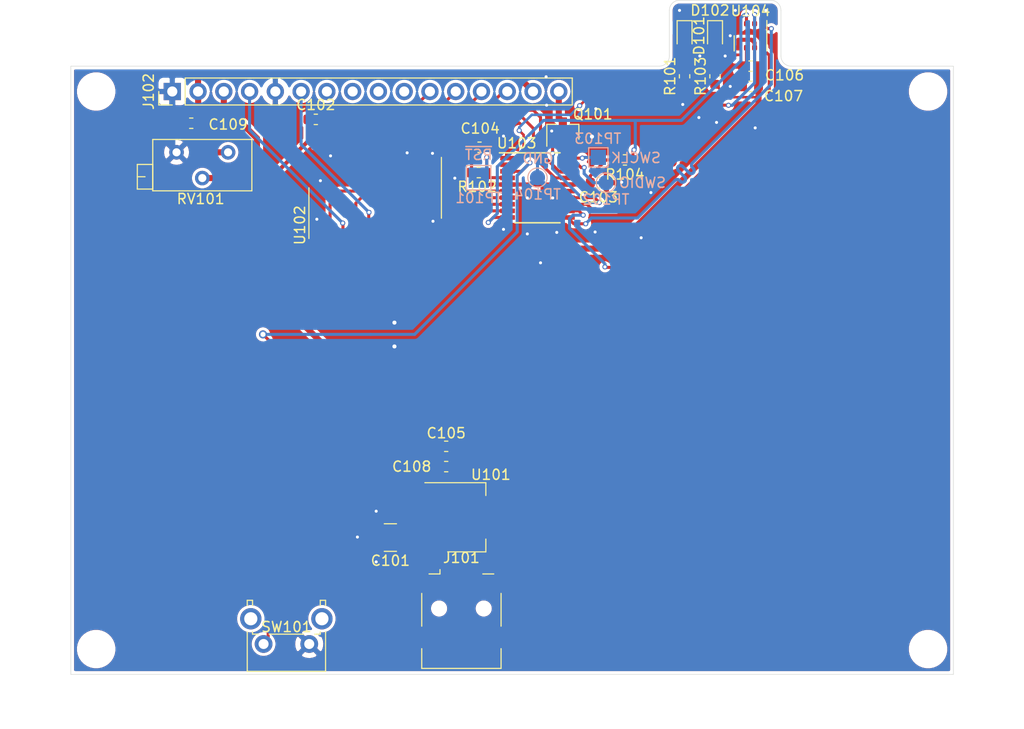
<source format=kicad_pcb>
(kicad_pcb (version 20171130) (host pcbnew 5.1.4)

  (general
    (thickness 1.6)
    (drawings 16)
    (tracks 447)
    (zones 0)
    (modules 33)
    (nets 39)
  )

  (page A4)
  (layers
    (0 F.Cu signal)
    (31 B.Cu signal)
    (32 B.Adhes user)
    (33 F.Adhes user)
    (34 B.Paste user)
    (35 F.Paste user)
    (36 B.SilkS user)
    (37 F.SilkS user)
    (38 B.Mask user)
    (39 F.Mask user)
    (40 Dwgs.User user)
    (41 Cmts.User user)
    (42 Eco1.User user)
    (43 Eco2.User user)
    (44 Edge.Cuts user)
    (45 Margin user)
    (46 B.CrtYd user)
    (47 F.CrtYd user)
    (48 B.Fab user)
    (49 F.Fab user)
  )

  (setup
    (last_trace_width 0.25)
    (user_trace_width 0.3)
    (user_trace_width 0.4)
    (user_trace_width 0.6)
    (trace_clearance 0.2)
    (zone_clearance 0.3)
    (zone_45_only no)
    (trace_min 0.25)
    (via_size 0.8)
    (via_drill 0.4)
    (via_min_size 0.4)
    (via_min_drill 0.3)
    (user_via 0.5 0.3)
    (user_via 0.8 0.5)
    (uvia_size 0.3)
    (uvia_drill 0.1)
    (uvias_allowed no)
    (uvia_min_size 0.2)
    (uvia_min_drill 0.1)
    (edge_width 0.05)
    (segment_width 0.2)
    (pcb_text_width 0.3)
    (pcb_text_size 1.5 1.5)
    (mod_edge_width 0.12)
    (mod_text_size 1 1)
    (mod_text_width 0.15)
    (pad_size 1.524 1.524)
    (pad_drill 0.762)
    (pad_to_mask_clearance 0.051)
    (solder_mask_min_width 0.25)
    (aux_axis_origin 0 0)
    (visible_elements FFFFFF7F)
    (pcbplotparams
      (layerselection 0x010fc_ffffffff)
      (usegerberextensions false)
      (usegerberattributes false)
      (usegerberadvancedattributes false)
      (creategerberjobfile false)
      (excludeedgelayer true)
      (linewidth 0.100000)
      (plotframeref false)
      (viasonmask false)
      (mode 1)
      (useauxorigin false)
      (hpglpennumber 1)
      (hpglpenspeed 20)
      (hpglpendiameter 15.000000)
      (psnegative false)
      (psa4output false)
      (plotreference true)
      (plotvalue true)
      (plotinvisibletext false)
      (padsonsilk false)
      (subtractmaskfromsilk false)
      (outputformat 1)
      (mirror false)
      (drillshape 1)
      (scaleselection 1)
      (outputdirectory ""))
  )

  (net 0 "")
  (net 1 +5V)
  (net 2 GND)
  (net 3 +3V3)
  (net 4 "Net-(D101-Pad2)")
  (net 5 "Net-(D102-Pad2)")
  (net 6 "Net-(J101-Pad2)")
  (net 7 "Net-(J101-Pad3)")
  (net 8 "Net-(J101-Pad4)")
  (net 9 "Net-(J102-Pad3)")
  (net 10 "Net-(J102-Pad4)")
  (net 11 "Net-(J102-Pad6)")
  (net 12 "Net-(J102-Pad7)")
  (net 13 "Net-(J102-Pad8)")
  (net 14 "Net-(J102-Pad9)")
  (net 15 "Net-(J102-Pad10)")
  (net 16 "Net-(J102-Pad11)")
  (net 17 "Net-(J102-Pad12)")
  (net 18 "Net-(J102-Pad13)")
  (net 19 "Net-(J102-Pad14)")
  (net 20 "Net-(J102-Pad16)")
  (net 21 /BL_EN)
  (net 22 "Net-(R101-Pad1)")
  (net 23 "Net-(R102-Pad2)")
  (net 24 /~CS)
  (net 25 "Net-(SW101-Pad2)")
  (net 26 /SWDIO)
  (net 27 /SWCLK)
  (net 28 /LCD_D2)
  (net 29 /LCD_D1)
  (net 30 /LCD_D0)
  (net 31 "Net-(U102-Pad7)")
  (net 32 /LCD_D3)
  (net 33 "Net-(U102-Pad9)")
  (net 34 /LCD_E)
  (net 35 /LCD_RS)
  (net 36 /SCK)
  (net 37 /MISO)
  (net 38 /MOSI)

  (net_class Default "This is the default net class."
    (clearance 0.2)
    (trace_width 0.25)
    (via_dia 0.8)
    (via_drill 0.4)
    (uvia_dia 0.3)
    (uvia_drill 0.1)
    (diff_pair_width 0.25)
    (diff_pair_gap 0.25)
    (add_net +3V3)
    (add_net +5V)
    (add_net /BL_EN)
    (add_net /LCD_D0)
    (add_net /LCD_D1)
    (add_net /LCD_D2)
    (add_net /LCD_D3)
    (add_net /LCD_E)
    (add_net /LCD_RS)
    (add_net /MISO)
    (add_net /MOSI)
    (add_net /SCK)
    (add_net /SWCLK)
    (add_net /SWDIO)
    (add_net /~CS)
    (add_net GND)
    (add_net "Net-(D101-Pad2)")
    (add_net "Net-(D102-Pad2)")
    (add_net "Net-(J101-Pad2)")
    (add_net "Net-(J101-Pad3)")
    (add_net "Net-(J101-Pad4)")
    (add_net "Net-(J102-Pad10)")
    (add_net "Net-(J102-Pad11)")
    (add_net "Net-(J102-Pad12)")
    (add_net "Net-(J102-Pad13)")
    (add_net "Net-(J102-Pad14)")
    (add_net "Net-(J102-Pad16)")
    (add_net "Net-(J102-Pad3)")
    (add_net "Net-(J102-Pad4)")
    (add_net "Net-(J102-Pad6)")
    (add_net "Net-(J102-Pad7)")
    (add_net "Net-(J102-Pad8)")
    (add_net "Net-(J102-Pad9)")
    (add_net "Net-(R101-Pad1)")
    (add_net "Net-(R102-Pad2)")
    (add_net "Net-(SW101-Pad2)")
    (add_net "Net-(U102-Pad7)")
    (add_net "Net-(U102-Pad9)")
  )

  (module shimatta_artwork:shimatta_kanji_10mm_solder_mask (layer F.Cu) (tedit 0) (tstamp 5D646BAC)
    (at 72 90.5)
    (fp_text reference G*** (at 0 0) (layer F.SilkS) hide
      (effects (font (size 1.524 1.524) (thickness 0.3)))
    )
    (fp_text value LOGO (at 0.75 0) (layer F.SilkS) hide
      (effects (font (size 1.524 1.524) (thickness 0.3)))
    )
    (fp_poly (pts (xy 4.714395 -0.8769) (xy 4.78388 -0.86582) (xy 4.833603 -0.850022) (xy 4.880848 -0.822861)
      (xy 4.911494 -0.788178) (xy 4.927906 -0.743153) (xy 4.929184 -0.735983) (xy 4.931062 -0.706971)
      (xy 4.923072 -0.684686) (xy 4.909667 -0.666836) (xy 4.890689 -0.647915) (xy 4.867692 -0.633696)
      (xy 4.836589 -0.622641) (xy 4.793292 -0.61321) (xy 4.747846 -0.605906) (xy 4.698694 -0.596073)
      (xy 4.636687 -0.579736) (xy 4.56674 -0.558508) (xy 4.493772 -0.534001) (xy 4.422699 -0.507827)
      (xy 4.358439 -0.4816) (xy 4.33068 -0.469102) (xy 4.294201 -0.452154) (xy 4.26504 -0.438885)
      (xy 4.247234 -0.431115) (xy 4.243722 -0.429846) (xy 4.237223 -0.437264) (xy 4.230421 -0.448742)
      (xy 4.222343 -0.465391) (xy 4.220308 -0.471528) (xy 4.22838 -0.477338) (xy 4.250854 -0.491193)
      (xy 4.28511 -0.511541) (xy 4.328532 -0.536827) (xy 4.378503 -0.565498) (xy 4.3815 -0.567205)
      (xy 4.431797 -0.596151) (xy 4.475684 -0.621993) (xy 4.51054 -0.643139) (xy 4.533742 -0.657996)
      (xy 4.542668 -0.664972) (xy 4.542692 -0.665093) (xy 4.533645 -0.668354) (xy 4.509335 -0.672122)
      (xy 4.474006 -0.675817) (xy 4.450366 -0.677683) (xy 4.407477 -0.679838) (xy 4.366101 -0.679733)
      (xy 4.322579 -0.676971) (xy 4.273248 -0.671155) (xy 4.214446 -0.66189) (xy 4.142511 -0.648779)
      (xy 4.090884 -0.638775) (xy 4.043506 -0.630043) (xy 4.002848 -0.623644) (xy 3.972838 -0.620119)
      (xy 3.957402 -0.620006) (xy 3.956557 -0.620334) (xy 3.949316 -0.633644) (xy 3.946769 -0.653242)
      (xy 3.948484 -0.666875) (xy 3.955898 -0.678254) (xy 3.972415 -0.69008) (xy 4.001436 -0.70505)
      (xy 4.027365 -0.717171) (xy 4.129523 -0.762172) (xy 4.225433 -0.800517) (xy 4.311563 -0.830862)
      (xy 4.377063 -0.850037) (xy 4.461816 -0.867431) (xy 4.549118 -0.877705) (xy 4.634726 -0.880862)
      (xy 4.714395 -0.8769)) (layer F.Mask) (width 0.01))
    (fp_poly (pts (xy 1.650604 -0.814886) (xy 1.727978 -0.808726) (xy 1.793053 -0.797831) (xy 1.81023 -0.793406)
      (xy 1.899824 -0.762403) (xy 1.974615 -0.724253) (xy 2.038733 -0.676652) (xy 2.066192 -0.650526)
      (xy 2.126167 -0.576177) (xy 2.168183 -0.494933) (xy 2.191898 -0.408341) (xy 2.19697 -0.317951)
      (xy 2.18306 -0.225312) (xy 2.169613 -0.180708) (xy 2.13113 -0.100113) (xy 2.075008 -0.025633)
      (xy 2.002339 0.042173) (xy 1.914215 0.102743) (xy 1.81173 0.155519) (xy 1.695975 0.199941)
      (xy 1.568043 0.235447) (xy 1.429027 0.26148) (xy 1.28002 0.277478) (xy 1.274885 0.277832)
      (xy 1.226047 0.281292) (xy 1.176022 0.285076) (xy 1.13415 0.288473) (xy 1.127125 0.289083)
      (xy 1.09417 0.291559) (xy 1.075622 0.290533) (xy 1.066443 0.284419) (xy 1.061595 0.271627)
      (xy 1.060707 0.268148) (xy 1.057065 0.247819) (xy 1.057784 0.238267) (xy 1.068405 0.235107)
      (xy 1.093771 0.229719) (xy 1.129348 0.223031) (xy 1.148625 0.219649) (xy 1.300226 0.187904)
      (xy 1.436364 0.147462) (xy 1.556594 0.098571) (xy 1.66047 0.041479) (xy 1.747548 -0.023568)
      (xy 1.817383 -0.096322) (xy 1.869531 -0.176536) (xy 1.872666 -0.182744) (xy 1.899898 -0.255177)
      (xy 1.91235 -0.329707) (xy 1.910903 -0.403571) (xy 1.896432 -0.474006) (xy 1.869818 -0.53825)
      (xy 1.831938 -0.593539) (xy 1.783671 -0.637111) (xy 1.725894 -0.666203) (xy 1.718193 -0.668641)
      (xy 1.664892 -0.679) (xy 1.600765 -0.683159) (xy 1.533513 -0.681115) (xy 1.470839 -0.672868)
      (xy 1.452141 -0.668701) (xy 1.395858 -0.650331) (xy 1.327701 -0.621188) (xy 1.250878 -0.582923)
      (xy 1.168596 -0.537185) (xy 1.084062 -0.485625) (xy 1.038539 -0.455898) (xy 0.99135 -0.424741)
      (xy 0.948533 -0.397241) (xy 0.913241 -0.375365) (xy 0.888627 -0.361079) (xy 0.879184 -0.356562)
      (xy 0.852674 -0.356911) (xy 0.816595 -0.369468) (xy 0.774454 -0.391923) (xy 0.729758 -0.421967)
      (xy 0.686017 -0.457291) (xy 0.646737 -0.495585) (xy 0.62117 -0.526415) (xy 0.588588 -0.577762)
      (xy 0.572878 -0.620344) (xy 0.573834 -0.654893) (xy 0.580838 -0.669906) (xy 0.594372 -0.685927)
      (xy 0.610035 -0.691787) (xy 0.631601 -0.687028) (xy 0.662843 -0.671194) (xy 0.686196 -0.657182)
      (xy 0.720932 -0.637671) (xy 0.751557 -0.626452) (xy 0.782484 -0.62365) (xy 0.818124 -0.62939)
      (xy 0.862886 -0.643797) (xy 0.912991 -0.663605) (xy 1.036058 -0.710583) (xy 1.16142 -0.751468)
      (xy 1.281419 -0.783832) (xy 1.319252 -0.792381) (xy 1.395255 -0.805058) (xy 1.479186 -0.813041)
      (xy 1.565988 -0.81632) (xy 1.650604 -0.814886)) (layer F.Mask) (width 0.01))
    (fp_poly (pts (xy -3.582865 -1.822007) (xy -3.515241 -1.814199) (xy -3.449153 -1.804227) (xy -3.389301 -1.792958)
      (xy -3.340383 -1.781261) (xy -3.311613 -1.771913) (xy -3.276141 -1.751813) (xy -3.259485 -1.728548)
      (xy -3.26152 -1.703747) (xy -3.282121 -1.67904) (xy -3.320478 -1.656363) (xy -3.360615 -1.638263)
      (xy -3.360615 -0.976923) (xy -3.050826 -0.976923) (xy -2.954163 -1.088964) (xy -2.919806 -1.128001)
      (xy -2.889329 -1.161159) (xy -2.865219 -1.185844) (xy -2.849965 -1.199462) (xy -2.846449 -1.20131)
      (xy -2.835962 -1.194912) (xy -2.814321 -1.177068) (xy -2.784203 -1.150137) (xy -2.748279 -1.116476)
      (xy -2.727541 -1.09646) (xy -2.67764 -1.046194) (xy -2.642082 -1.00633) (xy -2.619782 -0.975279)
      (xy -2.609656 -0.951451) (xy -2.610618 -0.933259) (xy -2.612926 -0.928632) (xy -2.624147 -0.925565)
      (xy -2.653815 -0.923044) (xy -2.702136 -0.921066) (xy -2.769318 -0.919623) (xy -2.855568 -0.918711)
      (xy -2.961091 -0.918323) (xy -2.989961 -0.918308) (xy -3.360615 -0.918308) (xy -3.360615 0.283308)
      (xy -3.129986 0.283308) (xy -3.033787 0.175846) (xy -2.999541 0.138053) (xy -2.969777 0.106078)
      (xy -2.946943 0.082482) (xy -2.933485 0.069827) (xy -2.93114 0.068385) (xy -2.919969 0.07459)
      (xy -2.897693 0.091366) (xy -2.86749 0.115947) (xy -2.832539 0.145572) (xy -2.796016 0.177478)
      (xy -2.761101 0.208901) (xy -2.730971 0.237078) (xy -2.708805 0.259246) (xy -2.700009 0.269337)
      (xy -2.683503 0.294256) (xy -2.67963 0.311194) (xy -2.683326 0.320827) (xy -2.686397 0.323798)
      (xy -2.692458 0.326396) (xy -2.702777 0.328652) (xy -2.718621 0.330596) (xy -2.741255 0.332258)
      (xy -2.771947 0.333668) (xy -2.811963 0.334857) (xy -2.862571 0.335854) (xy -2.925035 0.33669)
      (xy -3.000624 0.337395) (xy -3.090604 0.337999) (xy -3.196241 0.338533) (xy -3.318803 0.339025)
      (xy -3.459555 0.339508) (xy -3.469197 0.339539) (xy -3.610444 0.339985) (xy -3.733438 0.340335)
      (xy -3.839466 0.340559) (xy -3.929812 0.340631) (xy -4.005764 0.340522) (xy -4.068607 0.340206)
      (xy -4.119627 0.339653) (xy -4.16011 0.338837) (xy -4.191341 0.33773) (xy -4.214607 0.336304)
      (xy -4.231193 0.334532) (xy -4.242386 0.332386) (xy -4.24947 0.329837) (xy -4.253733 0.326859)
      (xy -4.256459 0.323424) (xy -4.256999 0.322575) (xy -4.266637 0.303256) (xy -4.269154 0.29321)
      (xy -4.259449 0.290091) (xy -4.230577 0.287546) (xy -4.182901 0.285586) (xy -4.116783 0.284223)
      (xy -4.032588 0.283468) (xy -3.961423 0.283308) (xy -3.653692 0.283308) (xy -3.653692 -0.918308)
      (xy -4.257138 -0.918308) (xy -4.272915 -0.942387) (xy -4.284228 -0.961246) (xy -4.288692 -0.971695)
      (xy -4.279306 -0.972955) (xy -4.252675 -0.974106) (xy -4.211094 -0.97511) (xy -4.156857 -0.975929)
      (xy -4.092259 -0.976526) (xy -4.019594 -0.976862) (xy -3.971192 -0.976923) (xy -3.653692 -0.976923)
      (xy -3.653692 -1.828829) (xy -3.582865 -1.822007)) (layer F.Mask) (width 0.01))
    (fp_poly (pts (xy 3.904032 -0.197936) (xy 3.910454 -0.175775) (xy 3.906745 -0.137905) (xy 3.901871 -0.115807)
      (xy 3.8929 -0.054548) (xy 3.899435 -0.003419) (xy 3.921958 0.039942) (xy 3.937317 0.05743)
      (xy 3.983651 0.090836) (xy 4.046963 0.115775) (xy 4.126609 0.132224) (xy 4.221946 0.140156)
      (xy 4.332331 0.139548) (xy 4.457122 0.130375) (xy 4.595675 0.112611) (xy 4.73652 0.08832)
      (xy 4.805929 0.077784) (xy 4.861782 0.076145) (xy 4.908114 0.083803) (xy 4.948965 0.101158)
      (xy 4.964712 0.11093) (xy 4.998848 0.141606) (xy 5.016099 0.178253) (xy 5.018518 0.225258)
      (xy 5.018467 0.225887) (xy 5.009775 0.268563) (xy 4.990561 0.30448) (xy 4.959619 0.334105)
      (xy 4.915748 0.357905) (xy 4.857744 0.376348) (xy 4.784402 0.389901) (xy 4.694521 0.39903)
      (xy 4.586896 0.404204) (xy 4.557346 0.404928) (xy 4.497057 0.405929) (xy 4.441733 0.406402)
      (xy 4.395039 0.406351) (xy 4.360638 0.405779) (xy 4.342423 0.404722) (xy 4.319441 0.401683)
      (xy 4.28352 0.39706) (xy 4.241108 0.391681) (xy 4.225192 0.389681) (xy 4.115447 0.369458)
      (xy 4.020455 0.338355) (xy 3.940676 0.296748) (xy 3.876572 0.245012) (xy 3.828605 0.183523)
      (xy 3.797235 0.112656) (xy 3.782923 0.032787) (xy 3.782704 0.029266) (xy 3.781224 -0.012946)
      (xy 3.783462 -0.043595) (xy 3.790646 -0.0705) (xy 3.802879 -0.099089) (xy 3.82194 -0.134092)
      (xy 3.843923 -0.166158) (xy 3.865367 -0.190943) (xy 3.882809 -0.2041) (xy 3.887353 -0.205154)
      (xy 3.904032 -0.197936)) (layer F.Mask) (width 0.01))
    (fp_poly (pts (xy 3.669072 -1.737221) (xy 3.723446 -1.720007) (xy 3.781495 -1.694026) (xy 3.838701 -1.661833)
      (xy 3.890541 -1.625982) (xy 3.932494 -1.589028) (xy 3.960041 -1.553525) (xy 3.960753 -1.552219)
      (xy 3.979622 -1.51702) (xy 3.909465 -1.365297) (xy 3.886433 -1.315156) (xy 3.866579 -1.271297)
      (xy 3.851243 -1.236734) (xy 3.841768 -1.214483) (xy 3.839308 -1.207595) (xy 3.847981 -1.202534)
      (xy 3.871822 -1.203135) (xy 3.907564 -1.208592) (xy 3.951939 -1.218096) (xy 4.00168 -1.230838)
      (xy 4.053518 -1.246011) (xy 4.104188 -1.262807) (xy 4.15042 -1.280417) (xy 4.172358 -1.289966)
      (xy 4.219217 -1.310539) (xy 4.254335 -1.322652) (xy 4.283112 -1.327224) (xy 4.310948 -1.325172)
      (xy 4.339677 -1.318416) (xy 4.383852 -1.298692) (xy 4.418931 -1.268658) (xy 4.442336 -1.232142)
      (xy 4.451487 -1.192974) (xy 4.446118 -1.160422) (xy 4.42479 -1.13) (xy 4.385074 -1.100403)
      (xy 4.328114 -1.072009) (xy 4.255054 -1.045195) (xy 4.16704 -1.020337) (xy 4.065217 -0.997812)
      (xy 3.950728 -0.977995) (xy 3.849841 -0.964231) (xy 3.748027 -0.951858) (xy 3.532052 -0.312294)
      (xy 3.495626 -0.204625) (xy 3.460792 -0.10204) (xy 3.428087 -0.0061) (xy 3.398047 0.081637)
      (xy 3.371212 0.159613) (xy 3.348117 0.226269) (xy 3.329301 0.280047) (xy 3.315301 0.319388)
      (xy 3.306653 0.342734) (xy 3.304216 0.348492) (xy 3.274098 0.384177) (xy 3.234429 0.404864)
      (xy 3.189514 0.40933) (xy 3.143659 0.396352) (xy 3.140829 0.394917) (xy 3.091868 0.359768)
      (xy 3.058822 0.313509) (xy 3.041487 0.255781) (xy 3.038541 0.214923) (xy 3.044134 0.164705)
      (xy 3.061975 0.111422) (xy 3.093319 0.052068) (xy 3.129539 -0.002619) (xy 3.158529 -0.046277)
      (xy 3.18709 -0.095478) (xy 3.216473 -0.152808) (xy 3.247929 -0.220855) (xy 3.282711 -0.302203)
      (xy 3.322068 -0.399441) (xy 3.324529 -0.405651) (xy 3.349288 -0.468852) (xy 3.375322 -0.536462)
      (xy 3.401694 -0.605925) (xy 3.427463 -0.674689) (xy 3.451691 -0.740198) (xy 3.47344 -0.799898)
      (xy 3.491769 -0.851234) (xy 3.505741 -0.891653) (xy 3.514415 -0.918599) (xy 3.516923 -0.929052)
      (xy 3.507672 -0.932617) (xy 3.481954 -0.935107) (xy 3.442819 -0.936341) (xy 3.396225 -0.93619)
      (xy 3.344671 -0.935607) (xy 3.307817 -0.936336) (xy 3.280835 -0.939051) (xy 3.258899 -0.944425)
      (xy 3.237179 -0.953132) (xy 3.221605 -0.960548) (xy 3.162098 -0.998983) (xy 3.110358 -1.050347)
      (xy 3.071208 -1.109416) (xy 3.0592 -1.136534) (xy 3.043898 -1.185663) (xy 3.038187 -1.223343)
      (xy 3.041298 -1.248209) (xy 3.052463 -1.2589) (xy 3.070913 -1.25405) (xy 3.09588 -1.232297)
      (xy 3.106299 -1.220086) (xy 3.140948 -1.184785) (xy 3.180552 -1.161374) (xy 3.229381 -1.148184)
      (xy 3.291704 -1.143542) (xy 3.302 -1.143479) (xy 3.358061 -1.144554) (xy 3.414457 -1.147456)
      (xy 3.467586 -1.151798) (xy 3.513847 -1.157193) (xy 3.549637 -1.163256) (xy 3.571356 -1.169599)
      (xy 3.575881 -1.172862) (xy 3.58065 -1.186705) (xy 3.588313 -1.215792) (xy 3.59801 -1.256194)
      (xy 3.608882 -1.303979) (xy 3.620069 -1.355218) (xy 3.630711 -1.40598) (xy 3.639949 -1.452335)
      (xy 3.646923 -1.490354) (xy 3.650558 -1.514241) (xy 3.652583 -1.537485) (xy 3.650057 -1.554486)
      (xy 3.640231 -1.570703) (xy 3.620353 -1.591593) (xy 3.603476 -1.607678) (xy 3.575042 -1.633585)
      (xy 3.549825 -1.654898) (xy 3.533063 -1.667199) (xy 3.53251 -1.667516) (xy 3.519407 -1.681919)
      (xy 3.522214 -1.698894) (xy 3.537965 -1.715961) (xy 3.563697 -1.730641) (xy 3.596443 -1.740453)
      (xy 3.622897 -1.743114) (xy 3.669072 -1.737221)) (layer F.Mask) (width 0.01))
    (fp_poly (pts (xy -4.450314 -1.843074) (xy -4.421207 -1.834144) (xy -4.382284 -1.821098) (xy -4.337733 -1.80544)
      (xy -4.291741 -1.788674) (xy -4.248497 -1.772302) (xy -4.21219 -1.757829) (xy -4.187009 -1.746758)
      (xy -4.184754 -1.745638) (xy -4.138598 -1.719108) (xy -4.111335 -1.695451) (xy -4.102693 -1.673752)
      (xy -4.112396 -1.653093) (xy -4.140172 -1.632559) (xy -4.149481 -1.627556) (xy -4.168557 -1.617176)
      (xy -4.183279 -1.606335) (xy -4.195994 -1.591609) (xy -4.209051 -1.569578) (xy -4.224797 -1.536819)
      (xy -4.24558 -1.489912) (xy -4.248469 -1.483295) (xy -4.274166 -1.426281) (xy -4.305194 -1.360264)
      (xy -4.337634 -1.293449) (xy -4.367399 -1.234364) (xy -4.433745 -1.10592) (xy -4.385642 -1.076017)
      (xy -4.352834 -1.051632) (xy -4.338819 -1.029943) (xy -4.34334 -1.009288) (xy -4.366144 -0.988004)
      (xy -4.37161 -0.98434) (xy -4.405681 -0.962269) (xy -4.405869 -0.258884) (xy -4.406057 0.4445)
      (xy -4.43774 0.466007) (xy -4.488967 0.494274) (xy -4.544054 0.513762) (xy -4.597662 0.523266)
      (xy -4.644454 0.521583) (xy -4.662365 0.516665) (xy -4.689231 0.506372) (xy -4.689231 -0.755182)
      (xy -4.784481 -0.663184) (xy -4.842542 -0.608099) (xy -4.892151 -0.563065) (xy -4.932115 -0.529092)
      (xy -4.96124 -0.507189) (xy -4.978332 -0.498365) (xy -4.979675 -0.498231) (xy -4.994042 -0.504943)
      (xy -5.000311 -0.511035) (xy -5.00264 -0.52155) (xy -4.996358 -0.539837) (xy -4.980248 -0.568519)
      (xy -4.957004 -0.604397) (xy -4.858701 -0.7631) (xy -4.766712 -0.935035) (xy -4.683977 -1.114189)
      (xy -4.613433 -1.294549) (xy -4.598294 -1.338384) (xy -4.578583 -1.400189) (xy -4.557844 -1.470622)
      (xy -4.537235 -1.545225) (xy -4.517912 -1.619537) (xy -4.501029 -1.6891) (xy -4.487744 -1.749453)
      (xy -4.479212 -1.796139) (xy -4.478651 -1.799981) (xy -4.473579 -1.826977) (xy -4.46802 -1.84371)
      (xy -4.465414 -1.846384) (xy -4.450314 -1.843074)) (layer F.Mask) (width 0.01))
    (fp_poly (pts (xy -1.919394 -1.844364) (xy -1.881995 -1.838959) (xy -1.83621 -1.831152) (xy -1.787182 -1.821928)
      (xy -1.740055 -1.812271) (xy -1.699974 -1.803165) (xy -1.672081 -1.795593) (xy -1.665658 -1.793285)
      (xy -1.641617 -1.78009) (xy -1.626567 -1.766036) (xy -1.625347 -1.763663) (xy -1.626838 -1.74347)
      (xy -1.641826 -1.72305) (xy -1.660978 -1.710965) (xy -1.673678 -1.701253) (xy -1.695449 -1.680074)
      (xy -1.722813 -1.650936) (xy -1.742271 -1.629019) (xy -1.808024 -1.553308) (xy -0.594458 -1.553308)
      (xy -0.497222 -1.643673) (xy -0.460879 -1.677064) (xy -0.429285 -1.705373) (xy -0.405355 -1.726043)
      (xy -0.392001 -1.736515) (xy -0.390655 -1.737241) (xy -0.378973 -1.732798) (xy -0.356469 -1.717835)
      (xy -0.326597 -1.69517) (xy -0.292814 -1.66762) (xy -0.258573 -1.638004) (xy -0.227331 -1.609139)
      (xy -0.202541 -1.583843) (xy -0.202446 -1.583738) (xy -0.182214 -1.558813) (xy -0.169009 -1.537693)
      (xy -0.166077 -1.528615) (xy -0.172848 -1.514531) (xy -0.19409 -1.504447) (xy -0.231197 -1.498051)
      (xy -0.285562 -1.495033) (xy -0.318136 -1.494692) (xy -0.420077 -1.494692) (xy -0.420077 -1.318846)
      (xy -0.419978 -1.256308) (xy -0.419487 -1.210659) (xy -0.418317 -1.179249) (xy -0.416179 -1.159428)
      (xy -0.412785 -1.148545) (xy -0.407847 -1.143953) (xy -0.401076 -1.143) (xy -0.400946 -1.143)
      (xy -0.386656 -1.149096) (xy -0.361172 -1.165768) (xy -0.327888 -1.190596) (xy -0.290196 -1.221155)
      (xy -0.283437 -1.226881) (xy -0.185058 -1.310762) (xy -0.10076 -1.243977) (xy -0.050552 -1.202931)
      (xy -0.015414 -1.170918) (xy 0.005972 -1.146334) (xy 0.014925 -1.127576) (xy 0.012767 -1.113042)
      (xy 0.010144 -1.109259) (xy 0.003296 -1.104152) (xy -0.009271 -1.10031) (xy -0.030021 -1.097563)
      (xy -0.061416 -1.095745) (xy -0.105922 -1.094686) (xy -0.166 -1.09422) (xy -0.211235 -1.094154)
      (xy -0.420077 -1.094154) (xy -0.420077 -0.796651) (xy -0.342531 -0.873741) (xy -0.264986 -0.950832)
      (xy -0.208446 -0.912589) (xy -0.167434 -0.882691) (xy -0.128134 -0.850225) (xy -0.093355 -0.817971)
      (xy -0.065901 -0.78871) (xy -0.048579 -0.765224) (xy -0.044196 -0.750292) (xy -0.044312 -0.749955)
      (xy -0.049346 -0.741378) (xy -0.058613 -0.734832) (xy -0.07451 -0.730046) (xy -0.099432 -0.726751)
      (xy -0.135776 -0.724675) (xy -0.185938 -0.72355) (xy -0.252314 -0.723104) (xy -0.282819 -0.723056)
      (xy -0.35028 -0.722753) (xy -0.400068 -0.721869) (xy -0.434048 -0.72028) (xy -0.45408 -0.717863)
      (xy -0.462026 -0.714494) (xy -0.461108 -0.7112) (xy -0.44997 -0.689047) (xy -0.45748 -0.665224)
      (xy -0.478692 -0.644769) (xy -0.508 -0.6239) (xy -0.508 -0.420077) (xy -0.477382 -0.420077)
      (xy -0.461294 -0.422557) (xy -0.442702 -0.431376) (xy -0.418593 -0.448598) (xy -0.385953 -0.47629)
      (xy -0.356469 -0.502961) (xy -0.266175 -0.585845) (xy -0.218568 -0.550365) (xy -0.181106 -0.520775)
      (xy -0.144068 -0.488675) (xy -0.111503 -0.457853) (xy -0.087463 -0.432099) (xy -0.077422 -0.418313)
      (xy -0.075189 -0.398832) (xy -0.083756 -0.386563) (xy -0.091624 -0.381323) (xy -0.105009 -0.377396)
      (xy -0.126449 -0.374606) (xy -0.158481 -0.372774) (xy -0.203641 -0.371725) (xy -0.264466 -0.371281)
      (xy -0.303544 -0.371231) (xy -0.508 -0.371231) (xy -0.508 0) (xy -0.3887 0)
      (xy -0.205168 -0.16847) (xy -0.150791 -0.135523) (xy -0.100701 -0.103092) (xy -0.054861 -0.069559)
      (xy -0.016657 -0.037706) (xy 0.010525 -0.010313) (xy 0.022021 0.006433) (xy 0.027543 0.021071)
      (xy 0.028068 0.032697) (xy 0.021764 0.041653) (xy 0.006799 0.048284) (xy -0.01866 0.052935)
      (xy -0.056445 0.05595) (xy -0.10839 0.057672) (xy -0.176326 0.058445) (xy -0.255867 0.058616)
      (xy -0.508 0.058616) (xy -0.508 0.466604) (xy -0.543753 0.493875) (xy -0.5926 0.523223)
      (xy -0.644919 0.541308) (xy -0.695188 0.546772) (xy -0.732692 0.540297) (xy -0.744774 0.534806)
      (xy -0.754082 0.526462) (xy -0.760975 0.512889) (xy -0.765812 0.491713) (xy -0.768952 0.460557)
      (xy -0.770752 0.417047) (xy -0.771572 0.358808) (xy -0.771769 0.283463) (xy -0.771769 0.058616)
      (xy -1.394753 0.058616) (xy -1.41053 0.034536) (xy -1.421843 0.015678) (xy -1.426308 0.005228)
      (xy -1.417182 0.00317) (xy -1.392375 0.001493) (xy -1.355744 0.000377) (xy -1.313962 0)
      (xy -1.201615 0) (xy -1.201615 -0.371231) (xy -0.957385 -0.371231) (xy -0.957385 0)
      (xy -0.771769 0) (xy -0.771769 -0.371231) (xy -0.957385 -0.371231) (xy -1.201615 -0.371231)
      (xy -1.201615 -0.525857) (xy -1.069823 -0.472967) (xy -1.016817 -0.45199) (xy -0.977102 -0.437427)
      (xy -0.945959 -0.428116) (xy -0.918668 -0.422894) (xy -0.89051 -0.420602) (xy -0.856765 -0.420077)
      (xy -0.771769 -0.420077) (xy -0.771769 -0.722923) (xy -1.634867 -0.722923) (xy -1.61239 -0.698997)
      (xy -1.596848 -0.67546) (xy -1.599367 -0.65576) (xy -1.620531 -0.638413) (xy -1.63965 -0.629608)
      (xy -1.673862 -0.607744) (xy -1.71065 -0.569566) (xy -1.747587 -0.517644) (xy -1.75162 -0.511096)
      (xy -1.75152 -0.505437) (xy -1.74135 -0.501646) (xy -1.718505 -0.499402) (xy -1.680386 -0.498385)
      (xy -1.647158 -0.498231) (xy -1.534883 -0.498231) (xy -1.475412 -0.553291) (xy -1.447839 -0.57803)
      (xy -1.426122 -0.596036) (xy -1.413794 -0.604434) (xy -1.412358 -0.604579) (xy -1.387692 -0.577268)
      (xy -1.357837 -0.542223) (xy -1.32602 -0.503473) (xy -1.295468 -0.46505) (xy -1.269407 -0.430983)
      (xy -1.251065 -0.405304) (xy -1.245244 -0.395856) (xy -1.226039 -0.359747) (xy -1.271127 -0.319085)
      (xy -1.299345 -0.28887) (xy -1.328995 -0.249669) (xy -1.352273 -0.212352) (xy -1.421159 -0.103641)
      (xy -1.507092 0.002805) (xy -1.607579 0.104708) (xy -1.72013 0.199787) (xy -1.842253 0.285763)
      (xy -1.971455 0.360358) (xy -1.987081 0.368319) (xy -2.044203 0.395745) (xy -2.104073 0.422294)
      (xy -2.163731 0.446882) (xy -2.220219 0.468425) (xy -2.270577 0.485838) (xy -2.311847 0.498037)
      (xy -2.341069 0.503939) (xy -2.354601 0.502982) (xy -2.363498 0.492316) (xy -2.35879 0.478308)
      (xy -2.339261 0.459587) (xy -2.303696 0.43478) (xy -2.28232 0.421379) (xy -2.201566 0.368801)
      (xy -2.116594 0.308129) (xy -2.033772 0.244174) (xy -1.95947 0.181745) (xy -1.931654 0.156502)
      (xy -1.893852 0.120358) (xy -1.869903 0.095101) (xy -1.858655 0.079105) (xy -1.858958 0.070742)
      (xy -1.869294 0.068385) (xy -1.890535 0.058644) (xy -1.910327 0.029427) (xy -1.928664 -0.019257)
      (xy -1.935763 -0.04485) (xy -1.953408 -0.103979) (xy -1.973871 -0.15674) (xy -1.995002 -0.197934)
      (xy -2.005168 -0.212598) (xy -2.014656 -0.21693) (xy -2.030514 -0.210297) (xy -2.056217 -0.191185)
      (xy -2.058255 -0.189522) (xy -2.083064 -0.16973) (xy -2.11878 -0.141928) (xy -2.160649 -0.109789)
      (xy -2.203916 -0.076985) (xy -2.204407 -0.076615) (xy -2.248193 -0.044274) (xy -2.279378 -0.022973)
      (xy -2.300428 -0.011315) (xy -2.313811 -0.007902) (xy -2.321099 -0.010522) (xy -2.332834 -0.023783)
      (xy -2.334846 -0.029259) (xy -2.329106 -0.03977) (xy -2.313843 -0.061259) (xy -2.291994 -0.089655)
      (xy -2.284613 -0.098889) (xy -2.22415 -0.179007) (xy -2.161423 -0.271256) (xy -2.147432 -0.293745)
      (xy -1.945254 -0.293745) (xy -1.9178 -0.287849) (xy -1.844396 -0.264231) (xy -1.78592 -0.228069)
      (xy -1.742242 -0.179266) (xy -1.724151 -0.146275) (xy -1.713023 -0.122751) (xy -1.705495 -0.108964)
      (xy -1.704123 -0.107461) (xy -1.698102 -0.115076) (xy -1.684494 -0.135206) (xy -1.66604 -0.163778)
      (xy -1.662664 -0.169109) (xy -1.646605 -0.196) (xy -1.626293 -0.232122) (xy -1.603673 -0.273751)
      (xy -1.58069 -0.317166) (xy -1.559289 -0.358643) (xy -1.541414 -0.394459) (xy -1.52901 -0.420893)
      (xy -1.524021 -0.43422) (xy -1.524 -0.434553) (xy -1.533201 -0.436299) (xy -1.558534 -0.437719)
      (xy -1.596594 -0.438706) (xy -1.643976 -0.439151) (xy -1.668096 -0.439144) (xy -1.812192 -0.438672)
      (xy -1.878723 -0.366208) (xy -1.945254 -0.293745) (xy -2.147432 -0.293745) (xy -2.100448 -0.369266)
      (xy -2.045236 -0.466664) (xy -2.011507 -0.532423) (xy -1.98792 -0.581779) (xy -1.967144 -0.626875)
      (xy -1.950864 -0.663924) (xy -1.940771 -0.689138) (xy -1.938586 -0.696058) (xy -1.93219 -0.722923)
      (xy -2.079233 -0.722923) (xy -2.135866 -0.723061) (xy -2.176183 -0.723763) (xy -2.203404 -0.72546)
      (xy -2.22075 -0.728583) (xy -2.231444 -0.733562) (xy -2.238706 -0.74083) (xy -2.241485 -0.744635)
      (xy -2.252811 -0.763347) (xy -2.256692 -0.773943) (xy -2.247477 -0.776546) (xy -2.222047 -0.778764)
      (xy -2.183723 -0.780432) (xy -2.135827 -0.781382) (xy -2.105269 -0.781538) (xy -1.953846 -0.781538)
      (xy -1.953846 -1.093773) (xy -1.984421 -1.094154) (xy -1.699846 -1.094154) (xy -1.699846 -0.781538)
      (xy -1.524 -0.781538) (xy -1.524 -1.094154) (xy -1.279769 -1.094154) (xy -1.279769 -0.781538)
      (xy -1.103923 -0.781538) (xy -1.103923 -1.094154) (xy -0.849923 -1.094154) (xy -0.849923 -0.781538)
      (xy -0.674077 -0.781538) (xy -0.674077 -1.094154) (xy -0.849923 -1.094154) (xy -1.103923 -1.094154)
      (xy -1.279769 -1.094154) (xy -1.524 -1.094154) (xy -1.699846 -1.094154) (xy -1.984421 -1.094154)
      (xy -2.165144 -1.096406) (xy -2.234576 -1.097334) (xy -2.287068 -1.098347) (xy -2.325216 -1.099726)
      (xy -2.351617 -1.101754) (xy -2.368868 -1.104714) (xy -2.379566 -1.10889) (xy -2.386307 -1.114564)
      (xy -2.391028 -1.121019) (xy -2.405614 -1.143) (xy -1.953846 -1.143) (xy -1.953846 -1.418168)
      (xy -1.980712 -1.397535) (xy -2.032479 -1.359571) (xy -2.090212 -1.320097) (xy -2.146086 -1.284349)
      (xy -2.179002 -1.264853) (xy -2.209919 -1.248152) (xy -2.229037 -1.240688) (xy -2.241103 -1.241303)
      (xy -2.249687 -1.247643) (xy -2.255325 -1.25616) (xy -2.254622 -1.267439) (xy -2.246051 -1.284968)
      (xy -2.228086 -1.312236) (xy -2.210701 -1.336762) (xy -2.140125 -1.443624) (xy -2.111377 -1.494692)
      (xy -1.699846 -1.494692) (xy -1.699846 -1.143) (xy -1.524 -1.143) (xy -1.524 -1.494692)
      (xy -1.279769 -1.494692) (xy -1.279769 -1.143) (xy -1.103923 -1.143) (xy -1.103923 -1.494692)
      (xy -0.849923 -1.494692) (xy -0.849923 -1.143) (xy -0.674077 -1.143) (xy -0.674077 -1.494692)
      (xy -0.849923 -1.494692) (xy -1.103923 -1.494692) (xy -1.279769 -1.494692) (xy -1.524 -1.494692)
      (xy -1.699846 -1.494692) (xy -2.111377 -1.494692) (xy -2.076351 -1.556911) (xy -2.022321 -1.670896)
      (xy -1.980979 -1.779854) (xy -1.977668 -1.790211) (xy -1.964514 -1.825289) (xy -1.952054 -1.843074)
      (xy -1.943264 -1.846384) (xy -1.919394 -1.844364)) (layer F.Mask) (width 0.01))
    (fp_poly (pts (xy -0.802099 1.070158) (xy -0.791846 1.081035) (xy -0.777413 1.111229) (xy -0.782485 1.140329)
      (xy -0.803008 1.164981) (xy -0.831546 1.180305) (xy -0.860061 1.176312) (xy -0.88456 1.158098)
      (xy -0.903765 1.13374) (xy -0.906257 1.111825) (xy -0.892337 1.086106) (xy -0.888291 1.080818)
      (xy -0.861205 1.059245) (xy -0.831005 1.055695) (xy -0.802099 1.070158)) (layer F.Mask) (width 0.01))
    (fp_poly (pts (xy 0.080297 1.3191) (xy 0.125771 1.345358) (xy 0.152577 1.373188) (xy 0.180731 1.410065)
      (xy 0.183814 1.586478) (xy 0.185487 1.650324) (xy 0.187999 1.703674) (xy 0.191173 1.744022)
      (xy 0.194831 1.768864) (xy 0.197222 1.77533) (xy 0.213481 1.783903) (xy 0.238852 1.787753)
      (xy 0.240542 1.787769) (xy 0.263603 1.790132) (xy 0.272652 1.799263) (xy 0.273538 1.807308)
      (xy 0.272556 1.814909) (xy 0.267645 1.820234) (xy 0.255863 1.823685) (xy 0.234266 1.825666)
      (xy 0.199908 1.826583) (xy 0.149847 1.826838) (xy 0.131168 1.826846) (xy 0.075655 1.826666)
      (xy 0.036847 1.825895) (xy 0.011913 1.824188) (xy -0.001977 1.821198) (xy -0.007656 1.81658)
      (xy -0.007955 1.809989) (xy -0.007931 1.809862) (xy 0.003274 1.794552) (xy 0.014766 1.789943)
      (xy 0.040674 1.785404) (xy 0.056786 1.782164) (xy 0.079379 1.77732) (xy 0.076324 1.602575)
      (xy 0.07513 1.540071) (xy 0.073784 1.494035) (xy 0.071875 1.461401) (xy 0.068992 1.4391)
      (xy 0.064727 1.424065) (xy 0.058668 1.413227) (xy 0.050405 1.403519) (xy 0.049585 1.402645)
      (xy 0.018289 1.381785) (xy -0.017565 1.377181) (xy -0.053905 1.387557) (xy -0.086657 1.41164)
      (xy -0.11175 1.448156) (xy -0.114311 1.453926) (xy -0.121097 1.479773) (xy -0.126816 1.519311)
      (xy -0.13124 1.567557) (xy -0.134142 1.619526) (xy -0.135296 1.670235) (xy -0.134473 1.714698)
      (xy -0.131448 1.747932) (xy -0.128291 1.760904) (xy -0.117156 1.779704) (xy -0.099101 1.786984)
      (xy -0.08328 1.787769) (xy -0.059613 1.789922) (xy -0.050013 1.79834) (xy -0.048846 1.807308)
      (xy -0.049861 1.815039) (xy -0.054906 1.820409) (xy -0.066985 1.823845) (xy -0.089101 1.825777)
      (xy -0.124255 1.826634) (xy -0.17545 1.826844) (xy -0.185615 1.826846) (xy -0.239737 1.826701)
      (xy -0.277324 1.825981) (xy -0.301377 1.824255) (xy -0.314901 1.821096) (xy -0.320897 1.816074)
      (xy -0.322369 1.80876) (xy -0.322385 1.807308) (xy -0.318514 1.793788) (xy -0.303445 1.788375)
      (xy -0.288536 1.787769) (xy -0.259067 1.782638) (xy -0.244575 1.768873) (xy -0.240334 1.750826)
      (xy -0.237292 1.717778) (xy -0.235444 1.674231) (xy -0.234785 1.624683) (xy -0.235311 1.573638)
      (xy -0.237015 1.525594) (xy -0.239893 1.485053) (xy -0.243941 1.456516) (xy -0.24492 1.452539)
      (xy -0.263385 1.41075) (xy -0.290501 1.385404) (xy -0.32287 1.377462) (xy -0.368 1.386426)
      (xy -0.404805 1.412769) (xy -0.428846 1.448664) (xy -0.437064 1.467827) (xy -0.442778 1.488226)
      (xy -0.446426 1.513822) (xy -0.448446 1.548578) (xy -0.449276 1.596454) (xy -0.449385 1.63436)
      (xy -0.449479 1.690546) (xy -0.448929 1.730264) (xy -0.44649 1.756574) (xy -0.440914 1.772536)
      (xy -0.430953 1.78121) (xy -0.415362 1.785657) (xy -0.392893 1.788938) (xy -0.385997 1.789943)
      (xy -0.368523 1.799802) (xy -0.3633 1.809862) (xy -0.363534 1.816489) (xy -0.369102 1.821136)
      (xy -0.382836 1.82415) (xy -0.407566 1.825876) (xy -0.446123 1.826659) (xy -0.501341 1.826846)
      (xy -0.502399 1.826846) (xy -0.55779 1.826711) (xy -0.596586 1.826038) (xy -0.621732 1.824421)
      (xy -0.636173 1.821457) (xy -0.642851 1.816742) (xy -0.644711 1.809871) (xy -0.644769 1.807308)
      (xy -0.640779 1.793653) (xy -0.62536 1.788294) (xy -0.611773 1.787769) (xy -0.585868 1.784016)
      (xy -0.568147 1.774918) (xy -0.567592 1.774292) (xy -0.56321 1.76046) (xy -0.560279 1.730646)
      (xy -0.558758 1.683856) (xy -0.558602 1.619099) (xy -0.559069 1.576465) (xy -0.561731 1.392116)
      (xy -0.60325 1.389111) (xy -0.629637 1.385777) (xy -0.641728 1.378715) (xy -0.644761 1.364681)
      (xy -0.644769 1.363385) (xy -0.641762 1.348658) (xy -0.630785 1.338679) (xy -0.608907 1.332599)
      (xy -0.573196 1.329571) (xy -0.525096 1.328749) (xy -0.449385 1.328616) (xy -0.449385 1.398499)
      (xy -0.422975 1.367114) (xy -0.381681 1.331778) (xy -0.333598 1.312588) (xy -0.28274 1.309406)
      (xy -0.233119 1.322094) (xy -0.188746 1.350515) (xy -0.165668 1.375926) (xy -0.144271 1.404867)
      (xy -0.116038 1.372711) (xy -0.072184 1.335499) (xy -0.022379 1.314164) (xy 0.029681 1.3087)
      (xy 0.080297 1.3191)) (layer F.Mask) (width 0.01))
    (fp_poly (pts (xy -0.791308 1.541671) (xy -0.79114 1.616724) (xy -0.790274 1.674548) (xy -0.788164 1.717452)
      (xy -0.784266 1.747744) (xy -0.778034 1.767735) (xy -0.768923 1.779731) (xy -0.756389 1.786044)
      (xy -0.739886 1.788981) (xy -0.732772 1.789665) (xy -0.705556 1.796467) (xy -0.695421 1.80975)
      (xy -0.695628 1.81631) (xy -0.700994 1.820947) (xy -0.714308 1.82399) (xy -0.738353 1.825767)
      (xy -0.775917 1.826609) (xy -0.829783 1.826843) (xy -0.840154 1.826846) (xy -0.896902 1.826679)
      (xy -0.936899 1.825957) (xy -0.96293 1.824353) (xy -0.977782 1.821535) (xy -0.984238 1.817177)
      (xy -0.985086 1.810948) (xy -0.984886 1.80975) (xy -0.97342 1.795751) (xy -0.947535 1.789665)
      (xy -0.927021 1.786674) (xy -0.911938 1.780045) (xy -0.901459 1.767116) (xy -0.894754 1.745221)
      (xy -0.890995 1.711698) (xy -0.889353 1.663884) (xy -0.889 1.601508) (xy -0.889384 1.54625)
      (xy -0.890442 1.495701) (xy -0.892032 1.454098) (xy -0.894015 1.425682) (xy -0.895106 1.41776)
      (xy -0.900096 1.399466) (xy -0.909311 1.390477) (xy -0.928545 1.387501) (xy -0.948837 1.387231)
      (xy -0.977413 1.386342) (xy -0.991501 1.382043) (xy -0.996126 1.371885) (xy -0.996462 1.364029)
      (xy -0.992671 1.349345) (xy -0.979576 1.33915) (xy -0.954592 1.332756) (xy -0.915134 1.329476)
      (xy -0.863356 1.328616) (xy -0.791308 1.328616) (xy -0.791308 1.541671)) (layer F.Mask) (width 0.01))
    (fp_poly (pts (xy -1.455615 1.215473) (xy -1.450731 1.398336) (xy -1.421423 1.367157) (xy -1.376353 1.331405)
      (xy -1.326607 1.312133) (xy -1.275539 1.308504) (xy -1.226501 1.31968) (xy -1.182846 1.344823)
      (xy -1.147927 1.383095) (xy -1.125098 1.433658) (xy -1.123046 1.441718) (xy -1.119874 1.465079)
      (xy -1.117169 1.503375) (xy -1.115156 1.552) (xy -1.114058 1.606352) (xy -1.113925 1.628833)
      (xy -1.113934 1.686246) (xy -1.11338 1.727126) (xy -1.11108 1.754472) (xy -1.10585 1.771281)
      (xy -1.096506 1.780548) (xy -1.081867 1.785271) (xy -1.060747 1.788448) (xy -1.050305 1.789943)
      (xy -1.03283 1.799802) (xy -1.027608 1.809862) (xy -1.027842 1.816489) (xy -1.03341 1.821136)
      (xy -1.047143 1.82415) (xy -1.071873 1.825876) (xy -1.110431 1.826659) (xy -1.165648 1.826846)
      (xy -1.166707 1.826846) (xy -1.222097 1.826711) (xy -1.260894 1.826038) (xy -1.28604 1.824421)
      (xy -1.30048 1.821457) (xy -1.307159 1.816742) (xy -1.309018 1.809871) (xy -1.309077 1.807308)
      (xy -1.304974 1.793528) (xy -1.289229 1.788224) (xy -1.276839 1.787769) (xy -1.25665 1.786726)
      (xy -1.24203 1.781795) (xy -1.232084 1.770273) (xy -1.225917 1.749459) (xy -1.222637 1.716651)
      (xy -1.22135 1.669146) (xy -1.221154 1.619425) (xy -1.222023 1.550012) (xy -1.22506 1.497159)
      (xy -1.230911 1.457944) (xy -1.240222 1.429447) (xy -1.253639 1.408749) (xy -1.271142 1.393392)
      (xy -1.306881 1.379323) (xy -1.346249 1.381693) (xy -1.384996 1.399063) (xy -1.418873 1.429993)
      (xy -1.431192 1.447614) (xy -1.439055 1.463151) (xy -1.44473 1.481935) (xy -1.448683 1.507586)
      (xy -1.451382 1.543727) (xy -1.453292 1.593978) (xy -1.454095 1.625431) (xy -1.455257 1.685008)
      (xy -1.45493 1.727828) (xy -1.452182 1.756663) (xy -1.446076 1.774287) (xy -1.43568 1.783474)
      (xy -1.420057 1.786995) (xy -1.399442 1.78762) (xy -1.376896 1.790323) (xy -1.368343 1.800256)
      (xy -1.367692 1.807308) (xy -1.368675 1.814909) (xy -1.373585 1.820234) (xy -1.385367 1.823685)
      (xy -1.406965 1.825666) (xy -1.441322 1.826583) (xy -1.491383 1.826838) (xy -1.510063 1.826846)
      (xy -1.565576 1.826666) (xy -1.604384 1.825895) (xy -1.629317 1.824188) (xy -1.643208 1.821198)
      (xy -1.648887 1.81658) (xy -1.649186 1.809989) (xy -1.649162 1.809862) (xy -1.637956 1.794552)
      (xy -1.626465 1.789943) (xy -1.600387 1.785385) (xy -1.584931 1.782287) (xy -1.562824 1.777564)
      (xy -1.565393 1.438302) (xy -1.567962 1.099039) (xy -1.614365 1.096061) (xy -1.6426 1.093155)
      (xy -1.65633 1.087339) (xy -1.660586 1.075813) (xy -1.660769 1.070241) (xy -1.659089 1.056138)
      (xy -1.651888 1.04659) (xy -1.635928 1.040587) (xy -1.607967 1.037118) (xy -1.564767 1.035173)
      (xy -1.546808 1.034698) (xy -1.4605 1.03261) (xy -1.455615 1.215473)) (layer F.Mask) (width 0.01))
    (fp_poly (pts (xy 2.067017 1.312015) (xy 2.091074 1.317656) (xy 2.115093 1.328184) (xy 2.119351 1.330379)
      (xy 2.147999 1.346455) (xy 2.169267 1.362613) (xy 2.184314 1.38202) (xy 2.194299 1.407842)
      (xy 2.200379 1.443246) (xy 2.203714 1.491396) (xy 2.205462 1.55546) (xy 2.205652 1.56621)
      (xy 2.206886 1.634499) (xy 2.208354 1.685635) (xy 2.210672 1.721998) (xy 2.214456 1.745971)
      (xy 2.220321 1.759934) (xy 2.228883 1.766269) (xy 2.240758 1.767357) (xy 2.256562 1.76558)
      (xy 2.257183 1.765496) (xy 2.2874 1.764126) (xy 2.301366 1.77125) (xy 2.300944 1.788041)
      (xy 2.299502 1.792134) (xy 2.282756 1.811763) (xy 2.252528 1.827163) (xy 2.21481 1.835705)
      (xy 2.198095 1.836616) (xy 2.165222 1.832505) (xy 2.140837 1.817535) (xy 2.13411 1.810766)
      (xy 2.118195 1.791346) (xy 2.110332 1.777346) (xy 2.110154 1.776076) (xy 2.103393 1.775971)
      (xy 2.086279 1.785859) (xy 2.075981 1.793301) (xy 2.018762 1.826325) (xy 1.956762 1.843577)
      (xy 1.894263 1.844524) (xy 1.83555 1.828632) (xy 1.82662 1.824404) (xy 1.78778 1.795174)
      (xy 1.765426 1.756208) (xy 1.760635 1.709667) (xy 1.762569 1.695669) (xy 1.762917 1.694639)
      (xy 1.875692 1.694639) (xy 1.882946 1.738312) (xy 1.90319 1.768727) (xy 1.934148 1.784818)
      (xy 1.973544 1.785521) (xy 2.0191 1.769771) (xy 2.027115 1.765481) (xy 2.065577 1.734584)
      (xy 2.089543 1.692505) (xy 2.099829 1.637617) (xy 2.100369 1.619064) (xy 2.100385 1.562705)
      (xy 2.073519 1.568707) (xy 2.002641 1.586563) (xy 1.949443 1.60502) (xy 1.912071 1.625257)
      (xy 1.888675 1.648452) (xy 1.877405 1.675784) (xy 1.875692 1.694639) (xy 1.762917 1.694639)
      (xy 1.775241 1.658177) (xy 1.799184 1.625607) (xy 1.835942 1.597087) (xy 1.887055 1.571743)
      (xy 1.954065 1.5487) (xy 2.038515 1.527086) (xy 2.073519 1.519478) (xy 2.091119 1.51337)
      (xy 2.098748 1.500718) (xy 2.100385 1.475604) (xy 2.095153 1.427605) (xy 2.078669 1.393815)
      (xy 2.052443 1.373045) (xy 2.013304 1.361056) (xy 1.967038 1.358661) (xy 1.923753 1.36625)
      (xy 1.919185 1.367871) (xy 1.900754 1.378362) (xy 1.897388 1.393896) (xy 1.89901 1.402063)
      (xy 1.906334 1.431636) (xy 1.910841 1.449775) (xy 1.90831 1.475393) (xy 1.891704 1.498124)
      (xy 1.866273 1.512219) (xy 1.851978 1.514231) (xy 1.827936 1.505801) (xy 1.805532 1.484928)
      (xy 1.790661 1.458238) (xy 1.787806 1.442086) (xy 1.796395 1.409192) (xy 1.81924 1.375487)
      (xy 1.852116 1.346505) (xy 1.867982 1.337029) (xy 1.901035 1.323791) (xy 1.941599 1.315663)
      (xy 1.992923 1.311533) (xy 2.036455 1.310295) (xy 2.067017 1.312015)) (layer F.Mask) (width 0.01))
    (fp_poly (pts (xy 1.488944 1.110289) (xy 1.494525 1.116945) (xy 1.498106 1.132096) (xy 1.500339 1.159063)
      (xy 1.501878 1.201166) (xy 1.502339 1.218712) (xy 1.505101 1.328616) (xy 1.582935 1.328616)
      (xy 1.6216 1.328878) (xy 1.644721 1.330503) (xy 1.656293 1.334742) (xy 1.66031 1.342849)
      (xy 1.660769 1.353039) (xy 1.659936 1.365151) (xy 1.65478 1.372404) (xy 1.641314 1.376043)
      (xy 1.615552 1.377313) (xy 1.582615 1.377462) (xy 1.504461 1.377462) (xy 1.504461 1.558192)
      (xy 1.504599 1.622242) (xy 1.5052 1.669671) (xy 1.50655 1.703395) (xy 1.508932 1.726331)
      (xy 1.512633 1.741394) (xy 1.517936 1.751503) (xy 1.524 1.758462) (xy 1.553175 1.776093)
      (xy 1.584057 1.77626) (xy 1.611666 1.759856) (xy 1.625783 1.740182) (xy 1.635945 1.713599)
      (xy 1.644478 1.680299) (xy 1.645819 1.672981) (xy 1.651731 1.646626) (xy 1.660436 1.634536)
      (xy 1.675946 1.631473) (xy 1.677642 1.631462) (xy 1.69222 1.632603) (xy 1.698789 1.63934)
      (xy 1.699297 1.656642) (xy 1.696783 1.680302) (xy 1.682886 1.743441) (xy 1.657693 1.790854)
      (xy 1.620651 1.823134) (xy 1.571209 1.840874) (xy 1.544177 1.844314) (xy 1.50807 1.844991)
      (xy 1.482071 1.839541) (xy 1.457198 1.825996) (xy 1.455615 1.82493) (xy 1.437063 1.81038)
      (xy 1.422919 1.793322) (xy 1.412591 1.771022) (xy 1.405489 1.740747) (xy 1.401022 1.699763)
      (xy 1.398599 1.645336) (xy 1.39763 1.574735) (xy 1.397551 1.556312) (xy 1.397 1.378585)
      (xy 1.355481 1.375581) (xy 1.327979 1.371614) (xy 1.314897 1.363255) (xy 1.311576 1.353039)
      (xy 1.315704 1.337223) (xy 1.334351 1.32219) (xy 1.350145 1.313962) (xy 1.38592 1.292045)
      (xy 1.412117 1.263056) (xy 1.431723 1.222652) (xy 1.445662 1.17518) (xy 1.45552 1.139038)
      (xy 1.464372 1.118497) (xy 1.474178 1.109844) (xy 1.48071 1.108808) (xy 1.488944 1.110289)) (layer F.Mask) (width 0.01))
    (fp_poly (pts (xy 1.067389 1.108152) (xy 1.073653 1.114475) (xy 1.077607 1.128178) (xy 1.079988 1.152711)
      (xy 1.081536 1.191523) (xy 1.082262 1.218712) (xy 1.085024 1.328616) (xy 1.163538 1.328616)
      (xy 1.202366 1.3289) (xy 1.225462 1.330495) (xy 1.23663 1.334508) (xy 1.239675 1.342049)
      (xy 1.238929 1.350596) (xy 1.235823 1.361747) (xy 1.227612 1.368592) (xy 1.210101 1.372452)
      (xy 1.179094 1.37465) (xy 1.160096 1.37543) (xy 1.084385 1.378284) (xy 1.084385 1.55643)
      (xy 1.084671 1.622622) (xy 1.085671 1.672073) (xy 1.087598 1.707571) (xy 1.090664 1.731905)
      (xy 1.09508 1.747866) (xy 1.099592 1.756288) (xy 1.121883 1.774299) (xy 1.148938 1.776923)
      (xy 1.176351 1.766026) (xy 1.199718 1.743476) (xy 1.214633 1.711137) (xy 1.215545 1.707173)
      (xy 1.22186 1.676871) (xy 1.226224 1.655885) (xy 1.235543 1.636856) (xy 1.256152 1.631464)
      (xy 1.256791 1.631462) (xy 1.271513 1.632447) (xy 1.278247 1.638659) (xy 1.278807 1.654982)
      (xy 1.275582 1.681998) (xy 1.26038 1.743784) (xy 1.232522 1.791452) (xy 1.191026 1.826549)
      (xy 1.18012 1.832659) (xy 1.145866 1.843001) (xy 1.104011 1.845687) (xy 1.064409 1.840618)
      (xy 1.046249 1.834029) (xy 1.023745 1.8175) (xy 1.002423 1.794593) (xy 1.002288 1.794411)
      (xy 0.995239 1.783637) (xy 0.989937 1.770968) (xy 0.986075 1.753497) (xy 0.983345 1.728317)
      (xy 0.98144 1.692522) (xy 0.980054 1.643206) (xy 0.978878 1.577463) (xy 0.978796 1.572161)
      (xy 0.975784 1.377462) (xy 0.932392 1.377462) (xy 0.905449 1.376377) (xy 0.892769 1.371235)
      (xy 0.889118 1.359204) (xy 0.889 1.353994) (xy 0.894585 1.334751) (xy 0.914328 1.321845)
      (xy 0.92033 1.319605) (xy 0.958438 1.29963) (xy 0.987906 1.268085) (xy 1.010137 1.222673)
      (xy 1.026541 1.161099) (xy 1.030398 1.139951) (xy 1.036325 1.115595) (xy 1.045494 1.105989)
      (xy 1.058076 1.105759) (xy 1.067389 1.108152)) (layer F.Mask) (width 0.01))
    (fp_poly (pts (xy 0.640944 1.312618) (xy 0.67704 1.319504) (xy 0.709375 1.333293) (xy 0.740902 1.35388)
      (xy 0.745424 1.357713) (xy 0.776654 1.385604) (xy 0.781782 1.564706) (xy 0.783857 1.622571)
      (xy 0.786497 1.674136) (xy 0.789465 1.716036) (xy 0.792525 1.744908) (xy 0.79526 1.757136)
      (xy 0.810932 1.766015) (xy 0.84142 1.765392) (xy 0.866266 1.76353) (xy 0.877171 1.76799)
      (xy 0.879231 1.777416) (xy 0.870113 1.801327) (xy 0.844983 1.820342) (xy 0.807181 1.832279)
      (xy 0.792135 1.834328) (xy 0.760728 1.835756) (xy 0.740346 1.830993) (xy 0.722902 1.817897)
      (xy 0.72021 1.815253) (xy 0.702591 1.795118) (xy 0.692224 1.778656) (xy 0.691979 1.777976)
      (xy 0.684959 1.772802) (xy 0.669292 1.779728) (xy 0.649017 1.79442) (xy 0.618564 1.81506)
      (xy 0.58745 1.831466) (xy 0.577369 1.835408) (xy 0.533609 1.844151) (xy 0.484536 1.845295)
      (xy 0.438788 1.839118) (xy 0.412345 1.830092) (xy 0.372494 1.802851) (xy 0.349635 1.767447)
      (xy 0.341942 1.720977) (xy 0.341923 1.718095) (xy 0.343126 1.700515) (xy 0.455607 1.700515)
      (xy 0.457835 1.73071) (xy 0.469349 1.752095) (xy 0.48304 1.765362) (xy 0.507125 1.781844)
      (xy 0.532 1.786258) (xy 0.550438 1.78465) (xy 0.58274 1.776437) (xy 0.610963 1.763138)
      (xy 0.614012 1.761016) (xy 0.645603 1.732311) (xy 0.665621 1.699528) (xy 0.677036 1.656731)
      (xy 0.680628 1.627794) (xy 0.683522 1.592705) (xy 0.683443 1.573158) (xy 0.679617 1.565278)
      (xy 0.671269 1.565193) (xy 0.668269 1.565968) (xy 0.648488 1.570944) (xy 0.617794 1.578137)
      (xy 0.595923 1.583073) (xy 0.536922 1.599909) (xy 0.495378 1.621103) (xy 0.469412 1.648229)
      (xy 0.457142 1.682862) (xy 0.455607 1.700515) (xy 0.343126 1.700515) (xy 0.344116 1.686059)
      (xy 0.353266 1.661888) (xy 0.373232 1.635965) (xy 0.376197 1.632658) (xy 0.40625 1.605269)
      (xy 0.444581 1.581703) (xy 0.4938 1.560914) (xy 0.556523 1.541856) (xy 0.635361 1.523484)
      (xy 0.663059 1.517848) (xy 0.676458 1.513728) (xy 0.682332 1.50481) (xy 0.682301 1.485745)
      (xy 0.679595 1.463209) (xy 0.674002 1.43082) (xy 0.667225 1.404589) (xy 0.663822 1.396093)
      (xy 0.644922 1.378737) (xy 0.61268 1.366075) (xy 0.573062 1.359819) (xy 0.540027 1.360581)
      (xy 0.500622 1.369239) (xy 0.478247 1.383995) (xy 0.473727 1.40413) (xy 0.477739 1.414757)
      (xy 0.487636 1.447797) (xy 0.483358 1.477167) (xy 0.468279 1.499765) (xy 0.445775 1.512488)
      (xy 0.419223 1.512233) (xy 0.391997 1.495897) (xy 0.390769 1.494692) (xy 0.373401 1.465279)
      (xy 0.372129 1.431335) (xy 0.385222 1.396326) (xy 0.410949 1.363713) (xy 0.447576 1.336962)
      (xy 0.475841 1.324549) (xy 0.525279 1.313638) (xy 0.58351 1.309581) (xy 0.640944 1.312618)) (layer F.Mask) (width 0.01))
    (fp_poly (pts (xy -1.974371 1.038841) (xy -1.921286 1.053288) (xy -1.872623 1.079719) (xy -1.866195 1.084191)
      (xy -1.838293 1.104059) (xy -1.817119 1.069799) (xy -1.79976 1.048167) (xy -1.782486 1.036309)
      (xy -1.778291 1.035539) (xy -1.768206 1.038583) (xy -1.760646 1.049319) (xy -1.755185 1.070154)
      (xy -1.7514 1.103496) (xy -1.748865 1.15175) (xy -1.747273 1.211385) (xy -1.746474 1.259613)
      (xy -1.746752 1.291726) (xy -1.748675 1.311141) (xy -1.75281 1.321274) (xy -1.759723 1.325542)
      (xy -1.766441 1.326858) (xy -1.786978 1.322585) (xy -1.793979 1.312205) (xy -1.82301 1.2417)
      (xy -1.856701 1.183639) (xy -1.890646 1.143766) (xy -1.936773 1.110849) (xy -1.98647 1.091476)
      (xy -2.036678 1.08492) (xy -2.084334 1.090454) (xy -2.126379 1.107351) (xy -2.159752 1.134885)
      (xy -2.181392 1.172328) (xy -2.188308 1.214467) (xy -2.182791 1.248681) (xy -2.165175 1.278144)
      (xy -2.133859 1.30396) (xy -2.087242 1.327231) (xy -2.023723 1.349063) (xy -1.972988 1.362908)
      (xy -1.926945 1.37512) (xy -1.884295 1.387388) (xy -1.85095 1.397965) (xy -1.837224 1.403038)
      (xy -1.783941 1.43521) (xy -1.7442 1.480643) (xy -1.719152 1.537493) (xy -1.709948 1.603912)
      (xy -1.709925 1.607039) (xy -1.718324 1.675881) (xy -1.743018 1.735267) (xy -1.782805 1.783525)
      (xy -1.836485 1.818985) (xy -1.87192 1.832554) (xy -1.918944 1.841854) (xy -1.97371 1.845409)
      (xy -2.028119 1.84323) (xy -2.074074 1.835326) (xy -2.083751 1.832294) (xy -2.116174 1.818033)
      (xy -2.150925 1.79893) (xy -2.159336 1.793591) (xy -2.197825 1.76812) (xy -2.219932 1.802247)
      (xy -2.24036 1.826752) (xy -2.262088 1.836076) (xy -2.268904 1.836495) (xy -2.295769 1.836616)
      (xy -2.295769 1.524) (xy -2.272298 1.524) (xy -2.259227 1.52626) (xy -2.249254 1.535687)
      (xy -2.239777 1.556254) (xy -2.228545 1.590772) (xy -2.200232 1.656354) (xy -2.159137 1.713395)
      (xy -2.108703 1.757526) (xy -2.086983 1.770431) (xy -2.043168 1.785715) (xy -1.991547 1.792606)
      (xy -1.939352 1.79103) (xy -1.893813 1.780914) (xy -1.875726 1.772587) (xy -1.835146 1.739209)
      (xy -1.80866 1.697192) (xy -1.797641 1.650585) (xy -1.803458 1.603433) (xy -1.811693 1.583581)
      (xy -1.823542 1.564842) (xy -1.839561 1.549289) (xy -1.86277 1.535442) (xy -1.896185 1.521824)
      (xy -1.942823 1.506956) (xy -2.001869 1.490396) (xy -2.070514 1.470952) (xy -2.12321 1.453777)
      (xy -2.163196 1.437447) (xy -2.193709 1.420542) (xy -2.217988 1.401639) (xy -2.229206 1.390568)
      (xy -2.258638 1.349794) (xy -2.273428 1.302837) (xy -2.276231 1.263171) (xy -2.268182 1.193355)
      (xy -2.244667 1.13505) (xy -2.206631 1.089166) (xy -2.155021 1.056615) (xy -2.090784 1.038307)
      (xy -2.038549 1.034453) (xy -1.974371 1.038841)) (layer F.Mask) (width 0.01))
  )

  (module MountingHole:MountingHole_3.2mm_M3 (layer F.Cu) (tedit 56D1B4CB) (tstamp 5D6402E5)
    (at 15.5 90.5)
    (descr "Mounting Hole 3.2mm, no annular, M3")
    (tags "mounting hole 3.2mm no annular m3")
    (attr virtual)
    (fp_text reference REF** (at 0 -4.2) (layer F.SilkS) hide
      (effects (font (size 1 1) (thickness 0.15)))
    )
    (fp_text value MountingHole_3.2mm_M3 (at 0 4.2) (layer F.Fab)
      (effects (font (size 1 1) (thickness 0.15)))
    )
    (fp_text user %R (at 0.3 0) (layer F.Fab)
      (effects (font (size 1 1) (thickness 0.15)))
    )
    (fp_circle (center 0 0) (end 3.2 0) (layer Cmts.User) (width 0.15))
    (fp_circle (center 0 0) (end 3.45 0) (layer F.CrtYd) (width 0.05))
    (pad 1 np_thru_hole circle (at 0 0) (size 3.2 3.2) (drill 3.2) (layers *.Cu *.Mask))
  )

  (module MountingHole:MountingHole_3.2mm_M3 (layer F.Cu) (tedit 56D1B4CB) (tstamp 5D6402D7)
    (at 97.5 90.5)
    (descr "Mounting Hole 3.2mm, no annular, M3")
    (tags "mounting hole 3.2mm no annular m3")
    (attr virtual)
    (fp_text reference REF** (at 0 -4.2) (layer F.SilkS) hide
      (effects (font (size 1 1) (thickness 0.15)))
    )
    (fp_text value MountingHole_3.2mm_M3 (at 0 4.2) (layer F.Fab)
      (effects (font (size 1 1) (thickness 0.15)))
    )
    (fp_circle (center 0 0) (end 3.45 0) (layer F.CrtYd) (width 0.05))
    (fp_circle (center 0 0) (end 3.2 0) (layer Cmts.User) (width 0.15))
    (fp_text user %R (at 0.3 0) (layer F.Fab)
      (effects (font (size 1 1) (thickness 0.15)))
    )
    (pad 1 np_thru_hole circle (at 0 0) (size 3.2 3.2) (drill 3.2) (layers *.Cu *.Mask))
  )

  (module MountingHole:MountingHole_3.2mm_M3 (layer F.Cu) (tedit 56D1B4CB) (tstamp 5D6402C9)
    (at 97.5 35.5)
    (descr "Mounting Hole 3.2mm, no annular, M3")
    (tags "mounting hole 3.2mm no annular m3")
    (attr virtual)
    (fp_text reference REF** (at 0 -4.2) (layer F.SilkS) hide
      (effects (font (size 1 1) (thickness 0.15)))
    )
    (fp_text value MountingHole_3.2mm_M3 (at 0 4.2) (layer F.Fab)
      (effects (font (size 1 1) (thickness 0.15)))
    )
    (fp_text user %R (at 0.3 0) (layer F.Fab)
      (effects (font (size 1 1) (thickness 0.15)))
    )
    (fp_circle (center 0 0) (end 3.2 0) (layer Cmts.User) (width 0.15))
    (fp_circle (center 0 0) (end 3.45 0) (layer F.CrtYd) (width 0.05))
    (pad 1 np_thru_hole circle (at 0 0) (size 3.2 3.2) (drill 3.2) (layers *.Cu *.Mask))
  )

  (module MountingHole:MountingHole_3.2mm_M3 (layer F.Cu) (tedit 56D1B4CB) (tstamp 5D640295)
    (at 15.5 35.5)
    (descr "Mounting Hole 3.2mm, no annular, M3")
    (tags "mounting hole 3.2mm no annular m3")
    (attr virtual)
    (fp_text reference REF** (at 0 -4.2) (layer F.SilkS) hide
      (effects (font (size 1 1) (thickness 0.15)))
    )
    (fp_text value MountingHole_3.2mm_M3 (at 0 4.2) (layer F.Fab)
      (effects (font (size 1 1) (thickness 0.15)))
    )
    (fp_circle (center 0 0) (end 3.45 0) (layer F.CrtYd) (width 0.05))
    (fp_circle (center 0 0) (end 3.2 0) (layer Cmts.User) (width 0.15))
    (fp_text user %R (at 0.3 0) (layer F.Fab)
      (effects (font (size 1 1) (thickness 0.15)))
    )
    (pad 1 np_thru_hole circle (at 0 0) (size 3.2 3.2) (drill 3.2) (layers *.Cu *.Mask))
  )

  (module Capacitor_SMD:C_1210_3225Metric (layer F.Cu) (tedit 5B301BBE) (tstamp 5D633BD8)
    (at 44.5 79.5 180)
    (descr "Capacitor SMD 1210 (3225 Metric), square (rectangular) end terminal, IPC_7351 nominal, (Body size source: http://www.tortai-tech.com/upload/download/2011102023233369053.pdf), generated with kicad-footprint-generator")
    (tags capacitor)
    (path /5D6F282C)
    (attr smd)
    (fp_text reference C101 (at 0 -2.28) (layer F.SilkS)
      (effects (font (size 1 1) (thickness 0.15)))
    )
    (fp_text value 10u (at 0 2.28) (layer F.Fab)
      (effects (font (size 1 1) (thickness 0.15)))
    )
    (fp_line (start -1.6 1.25) (end -1.6 -1.25) (layer F.Fab) (width 0.1))
    (fp_line (start -1.6 -1.25) (end 1.6 -1.25) (layer F.Fab) (width 0.1))
    (fp_line (start 1.6 -1.25) (end 1.6 1.25) (layer F.Fab) (width 0.1))
    (fp_line (start 1.6 1.25) (end -1.6 1.25) (layer F.Fab) (width 0.1))
    (fp_line (start -0.602064 -1.36) (end 0.602064 -1.36) (layer F.SilkS) (width 0.12))
    (fp_line (start -0.602064 1.36) (end 0.602064 1.36) (layer F.SilkS) (width 0.12))
    (fp_line (start -2.28 1.58) (end -2.28 -1.58) (layer F.CrtYd) (width 0.05))
    (fp_line (start -2.28 -1.58) (end 2.28 -1.58) (layer F.CrtYd) (width 0.05))
    (fp_line (start 2.28 -1.58) (end 2.28 1.58) (layer F.CrtYd) (width 0.05))
    (fp_line (start 2.28 1.58) (end -2.28 1.58) (layer F.CrtYd) (width 0.05))
    (fp_text user %R (at 0 0) (layer F.Fab)
      (effects (font (size 0.8 0.8) (thickness 0.12)))
    )
    (pad 1 smd roundrect (at -1.4 0 180) (size 1.25 2.65) (layers F.Cu F.Paste F.Mask) (roundrect_rratio 0.2)
      (net 1 +5V))
    (pad 2 smd roundrect (at 1.4 0 180) (size 1.25 2.65) (layers F.Cu F.Paste F.Mask) (roundrect_rratio 0.2)
      (net 2 GND))
    (model ${KISYS3DMOD}/Capacitor_SMD.3dshapes/C_1210_3225Metric.wrl
      (at (xyz 0 0 0))
      (scale (xyz 1 1 1))
      (rotate (xyz 0 0 0))
    )
  )

  (module Capacitor_SMD:C_0603_1608Metric (layer F.Cu) (tedit 5B301BBE) (tstamp 5D633BE9)
    (at 37.15 38.25)
    (descr "Capacitor SMD 0603 (1608 Metric), square (rectangular) end terminal, IPC_7351 nominal, (Body size source: http://www.tortai-tech.com/upload/download/2011102023233369053.pdf), generated with kicad-footprint-generator")
    (tags capacitor)
    (path /5D6F2F31)
    (attr smd)
    (fp_text reference C102 (at 0 -1.43) (layer F.SilkS)
      (effects (font (size 1 1) (thickness 0.15)))
    )
    (fp_text value 100n (at 0 1.43) (layer F.Fab)
      (effects (font (size 1 1) (thickness 0.15)))
    )
    (fp_line (start -0.8 0.4) (end -0.8 -0.4) (layer F.Fab) (width 0.1))
    (fp_line (start -0.8 -0.4) (end 0.8 -0.4) (layer F.Fab) (width 0.1))
    (fp_line (start 0.8 -0.4) (end 0.8 0.4) (layer F.Fab) (width 0.1))
    (fp_line (start 0.8 0.4) (end -0.8 0.4) (layer F.Fab) (width 0.1))
    (fp_line (start -0.162779 -0.51) (end 0.162779 -0.51) (layer F.SilkS) (width 0.12))
    (fp_line (start -0.162779 0.51) (end 0.162779 0.51) (layer F.SilkS) (width 0.12))
    (fp_line (start -1.48 0.73) (end -1.48 -0.73) (layer F.CrtYd) (width 0.05))
    (fp_line (start -1.48 -0.73) (end 1.48 -0.73) (layer F.CrtYd) (width 0.05))
    (fp_line (start 1.48 -0.73) (end 1.48 0.73) (layer F.CrtYd) (width 0.05))
    (fp_line (start 1.48 0.73) (end -1.48 0.73) (layer F.CrtYd) (width 0.05))
    (fp_text user %R (at 0 0) (layer F.Fab)
      (effects (font (size 0.4 0.4) (thickness 0.06)))
    )
    (pad 1 smd roundrect (at -0.7875 0) (size 0.875 0.95) (layers F.Cu F.Paste F.Mask) (roundrect_rratio 0.25)
      (net 1 +5V))
    (pad 2 smd roundrect (at 0.7875 0) (size 0.875 0.95) (layers F.Cu F.Paste F.Mask) (roundrect_rratio 0.25)
      (net 2 GND))
    (model ${KISYS3DMOD}/Capacitor_SMD.3dshapes/C_0603_1608Metric.wrl
      (at (xyz 0 0 0))
      (scale (xyz 1 1 1))
      (rotate (xyz 0 0 0))
    )
  )

  (module Capacitor_SMD:C_0603_1608Metric (layer F.Cu) (tedit 5B301BBE) (tstamp 5D64ACC3)
    (at 65 44.5 180)
    (descr "Capacitor SMD 0603 (1608 Metric), square (rectangular) end terminal, IPC_7351 nominal, (Body size source: http://www.tortai-tech.com/upload/download/2011102023233369053.pdf), generated with kicad-footprint-generator")
    (tags capacitor)
    (path /5D709308)
    (attr smd)
    (fp_text reference C103 (at 0 -1.43) (layer F.SilkS)
      (effects (font (size 1 1) (thickness 0.15)))
    )
    (fp_text value 100n (at 0 1.43) (layer F.Fab)
      (effects (font (size 1 1) (thickness 0.15)))
    )
    (fp_text user %R (at 0 0) (layer F.Fab)
      (effects (font (size 0.4 0.4) (thickness 0.06)))
    )
    (fp_line (start 1.48 0.73) (end -1.48 0.73) (layer F.CrtYd) (width 0.05))
    (fp_line (start 1.48 -0.73) (end 1.48 0.73) (layer F.CrtYd) (width 0.05))
    (fp_line (start -1.48 -0.73) (end 1.48 -0.73) (layer F.CrtYd) (width 0.05))
    (fp_line (start -1.48 0.73) (end -1.48 -0.73) (layer F.CrtYd) (width 0.05))
    (fp_line (start -0.162779 0.51) (end 0.162779 0.51) (layer F.SilkS) (width 0.12))
    (fp_line (start -0.162779 -0.51) (end 0.162779 -0.51) (layer F.SilkS) (width 0.12))
    (fp_line (start 0.8 0.4) (end -0.8 0.4) (layer F.Fab) (width 0.1))
    (fp_line (start 0.8 -0.4) (end 0.8 0.4) (layer F.Fab) (width 0.1))
    (fp_line (start -0.8 -0.4) (end 0.8 -0.4) (layer F.Fab) (width 0.1))
    (fp_line (start -0.8 0.4) (end -0.8 -0.4) (layer F.Fab) (width 0.1))
    (pad 2 smd roundrect (at 0.7875 0 180) (size 0.875 0.95) (layers F.Cu F.Paste F.Mask) (roundrect_rratio 0.25)
      (net 3 +3V3))
    (pad 1 smd roundrect (at -0.7875 0 180) (size 0.875 0.95) (layers F.Cu F.Paste F.Mask) (roundrect_rratio 0.25)
      (net 2 GND))
    (model ${KISYS3DMOD}/Capacitor_SMD.3dshapes/C_0603_1608Metric.wrl
      (at (xyz 0 0 0))
      (scale (xyz 1 1 1))
      (rotate (xyz 0 0 0))
    )
  )

  (module Capacitor_SMD:C_0603_1608Metric (layer F.Cu) (tedit 5B301BBE) (tstamp 5D633C0B)
    (at 53.2875 41 180)
    (descr "Capacitor SMD 0603 (1608 Metric), square (rectangular) end terminal, IPC_7351 nominal, (Body size source: http://www.tortai-tech.com/upload/download/2011102023233369053.pdf), generated with kicad-footprint-generator")
    (tags capacitor)
    (path /5D7059B3)
    (attr smd)
    (fp_text reference C104 (at -0.0625 1.85) (layer F.SilkS)
      (effects (font (size 1 1) (thickness 0.15)))
    )
    (fp_text value 100n (at 0 1.43) (layer F.Fab)
      (effects (font (size 1 1) (thickness 0.15)))
    )
    (fp_line (start -0.8 0.4) (end -0.8 -0.4) (layer F.Fab) (width 0.1))
    (fp_line (start -0.8 -0.4) (end 0.8 -0.4) (layer F.Fab) (width 0.1))
    (fp_line (start 0.8 -0.4) (end 0.8 0.4) (layer F.Fab) (width 0.1))
    (fp_line (start 0.8 0.4) (end -0.8 0.4) (layer F.Fab) (width 0.1))
    (fp_line (start -0.162779 -0.51) (end 0.162779 -0.51) (layer F.SilkS) (width 0.12))
    (fp_line (start -0.162779 0.51) (end 0.162779 0.51) (layer F.SilkS) (width 0.12))
    (fp_line (start -1.48 0.73) (end -1.48 -0.73) (layer F.CrtYd) (width 0.05))
    (fp_line (start -1.48 -0.73) (end 1.48 -0.73) (layer F.CrtYd) (width 0.05))
    (fp_line (start 1.48 -0.73) (end 1.48 0.73) (layer F.CrtYd) (width 0.05))
    (fp_line (start 1.48 0.73) (end -1.48 0.73) (layer F.CrtYd) (width 0.05))
    (fp_text user %R (at 0 0) (layer F.Fab)
      (effects (font (size 0.4 0.4) (thickness 0.06)))
    )
    (pad 1 smd roundrect (at -0.7875 0 180) (size 0.875 0.95) (layers F.Cu F.Paste F.Mask) (roundrect_rratio 0.25)
      (net 2 GND))
    (pad 2 smd roundrect (at 0.7875 0 180) (size 0.875 0.95) (layers F.Cu F.Paste F.Mask) (roundrect_rratio 0.25)
      (net 3 +3V3))
    (model ${KISYS3DMOD}/Capacitor_SMD.3dshapes/C_0603_1608Metric.wrl
      (at (xyz 0 0 0))
      (scale (xyz 1 1 1))
      (rotate (xyz 0 0 0))
    )
  )

  (module Capacitor_SMD:C_0603_1608Metric (layer F.Cu) (tedit 5B301BBE) (tstamp 5D633C1C)
    (at 50 70.5 180)
    (descr "Capacitor SMD 0603 (1608 Metric), square (rectangular) end terminal, IPC_7351 nominal, (Body size source: http://www.tortai-tech.com/upload/download/2011102023233369053.pdf), generated with kicad-footprint-generator")
    (tags capacitor)
    (path /5D6FB5AF)
    (attr smd)
    (fp_text reference C105 (at 0 1.3) (layer F.SilkS)
      (effects (font (size 1 1) (thickness 0.15)))
    )
    (fp_text value 100n (at 0 1.43) (layer F.Fab)
      (effects (font (size 1 1) (thickness 0.15)))
    )
    (fp_text user %R (at 0 0) (layer F.Fab)
      (effects (font (size 0.4 0.4) (thickness 0.06)))
    )
    (fp_line (start 1.48 0.73) (end -1.48 0.73) (layer F.CrtYd) (width 0.05))
    (fp_line (start 1.48 -0.73) (end 1.48 0.73) (layer F.CrtYd) (width 0.05))
    (fp_line (start -1.48 -0.73) (end 1.48 -0.73) (layer F.CrtYd) (width 0.05))
    (fp_line (start -1.48 0.73) (end -1.48 -0.73) (layer F.CrtYd) (width 0.05))
    (fp_line (start -0.162779 0.51) (end 0.162779 0.51) (layer F.SilkS) (width 0.12))
    (fp_line (start -0.162779 -0.51) (end 0.162779 -0.51) (layer F.SilkS) (width 0.12))
    (fp_line (start 0.8 0.4) (end -0.8 0.4) (layer F.Fab) (width 0.1))
    (fp_line (start 0.8 -0.4) (end 0.8 0.4) (layer F.Fab) (width 0.1))
    (fp_line (start -0.8 -0.4) (end 0.8 -0.4) (layer F.Fab) (width 0.1))
    (fp_line (start -0.8 0.4) (end -0.8 -0.4) (layer F.Fab) (width 0.1))
    (pad 2 smd roundrect (at 0.7875 0 180) (size 0.875 0.95) (layers F.Cu F.Paste F.Mask) (roundrect_rratio 0.25)
      (net 2 GND))
    (pad 1 smd roundrect (at -0.7875 0 180) (size 0.875 0.95) (layers F.Cu F.Paste F.Mask) (roundrect_rratio 0.25)
      (net 3 +3V3))
    (model ${KISYS3DMOD}/Capacitor_SMD.3dshapes/C_0603_1608Metric.wrl
      (at (xyz 0 0 0))
      (scale (xyz 1 1 1))
      (rotate (xyz 0 0 0))
    )
  )

  (module Capacitor_SMD:C_0603_1608Metric (layer F.Cu) (tedit 5B301BBE) (tstamp 5D633C2D)
    (at 80 33 180)
    (descr "Capacitor SMD 0603 (1608 Metric), square (rectangular) end terminal, IPC_7351 nominal, (Body size source: http://www.tortai-tech.com/upload/download/2011102023233369053.pdf), generated with kicad-footprint-generator")
    (tags capacitor)
    (path /5D6DA9E8)
    (attr smd)
    (fp_text reference C106 (at -3.35 -0.9) (layer F.SilkS)
      (effects (font (size 1 1) (thickness 0.15)))
    )
    (fp_text value 100n (at 0 1.43) (layer F.Fab)
      (effects (font (size 1 1) (thickness 0.15)))
    )
    (fp_line (start -0.8 0.4) (end -0.8 -0.4) (layer F.Fab) (width 0.1))
    (fp_line (start -0.8 -0.4) (end 0.8 -0.4) (layer F.Fab) (width 0.1))
    (fp_line (start 0.8 -0.4) (end 0.8 0.4) (layer F.Fab) (width 0.1))
    (fp_line (start 0.8 0.4) (end -0.8 0.4) (layer F.Fab) (width 0.1))
    (fp_line (start -0.162779 -0.51) (end 0.162779 -0.51) (layer F.SilkS) (width 0.12))
    (fp_line (start -0.162779 0.51) (end 0.162779 0.51) (layer F.SilkS) (width 0.12))
    (fp_line (start -1.48 0.73) (end -1.48 -0.73) (layer F.CrtYd) (width 0.05))
    (fp_line (start -1.48 -0.73) (end 1.48 -0.73) (layer F.CrtYd) (width 0.05))
    (fp_line (start 1.48 -0.73) (end 1.48 0.73) (layer F.CrtYd) (width 0.05))
    (fp_line (start 1.48 0.73) (end -1.48 0.73) (layer F.CrtYd) (width 0.05))
    (fp_text user %R (at 0 0) (layer F.Fab)
      (effects (font (size 0.4 0.4) (thickness 0.06)))
    )
    (pad 1 smd roundrect (at -0.7875 0 180) (size 0.875 0.95) (layers F.Cu F.Paste F.Mask) (roundrect_rratio 0.25)
      (net 3 +3V3))
    (pad 2 smd roundrect (at 0.7875 0 180) (size 0.875 0.95) (layers F.Cu F.Paste F.Mask) (roundrect_rratio 0.25)
      (net 2 GND))
    (model ${KISYS3DMOD}/Capacitor_SMD.3dshapes/C_0603_1608Metric.wrl
      (at (xyz 0 0 0))
      (scale (xyz 1 1 1))
      (rotate (xyz 0 0 0))
    )
  )

  (module Capacitor_SMD:C_0603_1608Metric (layer F.Cu) (tedit 5B301BBE) (tstamp 5D633C3E)
    (at 80 35 180)
    (descr "Capacitor SMD 0603 (1608 Metric), square (rectangular) end terminal, IPC_7351 nominal, (Body size source: http://www.tortai-tech.com/upload/download/2011102023233369053.pdf), generated with kicad-footprint-generator")
    (tags capacitor)
    (path /5D6DAF5A)
    (attr smd)
    (fp_text reference C107 (at -3.25 -0.95) (layer F.SilkS)
      (effects (font (size 1 1) (thickness 0.15)))
    )
    (fp_text value 100n (at 0 1.43) (layer F.Fab)
      (effects (font (size 1 1) (thickness 0.15)))
    )
    (fp_text user %R (at 0 0) (layer F.Fab)
      (effects (font (size 0.4 0.4) (thickness 0.06)))
    )
    (fp_line (start 1.48 0.73) (end -1.48 0.73) (layer F.CrtYd) (width 0.05))
    (fp_line (start 1.48 -0.73) (end 1.48 0.73) (layer F.CrtYd) (width 0.05))
    (fp_line (start -1.48 -0.73) (end 1.48 -0.73) (layer F.CrtYd) (width 0.05))
    (fp_line (start -1.48 0.73) (end -1.48 -0.73) (layer F.CrtYd) (width 0.05))
    (fp_line (start -0.162779 0.51) (end 0.162779 0.51) (layer F.SilkS) (width 0.12))
    (fp_line (start -0.162779 -0.51) (end 0.162779 -0.51) (layer F.SilkS) (width 0.12))
    (fp_line (start 0.8 0.4) (end -0.8 0.4) (layer F.Fab) (width 0.1))
    (fp_line (start 0.8 -0.4) (end 0.8 0.4) (layer F.Fab) (width 0.1))
    (fp_line (start -0.8 -0.4) (end 0.8 -0.4) (layer F.Fab) (width 0.1))
    (fp_line (start -0.8 0.4) (end -0.8 -0.4) (layer F.Fab) (width 0.1))
    (pad 2 smd roundrect (at 0.7875 0 180) (size 0.875 0.95) (layers F.Cu F.Paste F.Mask) (roundrect_rratio 0.25)
      (net 2 GND))
    (pad 1 smd roundrect (at -0.7875 0 180) (size 0.875 0.95) (layers F.Cu F.Paste F.Mask) (roundrect_rratio 0.25)
      (net 3 +3V3))
    (model ${KISYS3DMOD}/Capacitor_SMD.3dshapes/C_0603_1608Metric.wrl
      (at (xyz 0 0 0))
      (scale (xyz 1 1 1))
      (rotate (xyz 0 0 0))
    )
  )

  (module Capacitor_SMD:C_0603_1608Metric (layer F.Cu) (tedit 5B301BBE) (tstamp 5D633C4F)
    (at 50 72.5 180)
    (descr "Capacitor SMD 0603 (1608 Metric), square (rectangular) end terminal, IPC_7351 nominal, (Body size source: http://www.tortai-tech.com/upload/download/2011102023233369053.pdf), generated with kicad-footprint-generator")
    (tags capacitor)
    (path /5D6DB384)
    (attr smd)
    (fp_text reference C108 (at 3.4 0) (layer F.SilkS)
      (effects (font (size 1 1) (thickness 0.15)))
    )
    (fp_text value 1u (at 0 1.43) (layer F.Fab)
      (effects (font (size 1 1) (thickness 0.15)))
    )
    (fp_line (start -0.8 0.4) (end -0.8 -0.4) (layer F.Fab) (width 0.1))
    (fp_line (start -0.8 -0.4) (end 0.8 -0.4) (layer F.Fab) (width 0.1))
    (fp_line (start 0.8 -0.4) (end 0.8 0.4) (layer F.Fab) (width 0.1))
    (fp_line (start 0.8 0.4) (end -0.8 0.4) (layer F.Fab) (width 0.1))
    (fp_line (start -0.162779 -0.51) (end 0.162779 -0.51) (layer F.SilkS) (width 0.12))
    (fp_line (start -0.162779 0.51) (end 0.162779 0.51) (layer F.SilkS) (width 0.12))
    (fp_line (start -1.48 0.73) (end -1.48 -0.73) (layer F.CrtYd) (width 0.05))
    (fp_line (start -1.48 -0.73) (end 1.48 -0.73) (layer F.CrtYd) (width 0.05))
    (fp_line (start 1.48 -0.73) (end 1.48 0.73) (layer F.CrtYd) (width 0.05))
    (fp_line (start 1.48 0.73) (end -1.48 0.73) (layer F.CrtYd) (width 0.05))
    (fp_text user %R (at 0 0) (layer F.Fab)
      (effects (font (size 0.4 0.4) (thickness 0.06)))
    )
    (pad 1 smd roundrect (at -0.7875 0 180) (size 0.875 0.95) (layers F.Cu F.Paste F.Mask) (roundrect_rratio 0.25)
      (net 3 +3V3))
    (pad 2 smd roundrect (at 0.7875 0 180) (size 0.875 0.95) (layers F.Cu F.Paste F.Mask) (roundrect_rratio 0.25)
      (net 2 GND))
    (model ${KISYS3DMOD}/Capacitor_SMD.3dshapes/C_0603_1608Metric.wrl
      (at (xyz 0 0 0))
      (scale (xyz 1 1 1))
      (rotate (xyz 0 0 0))
    )
  )

  (module LED_SMD:LED_0603_1608Metric (layer F.Cu) (tedit 5B301BBE) (tstamp 5D633C62)
    (at 73.5 30 270)
    (descr "LED SMD 0603 (1608 Metric), square (rectangular) end terminal, IPC_7351 nominal, (Body size source: http://www.tortai-tech.com/upload/download/2011102023233369053.pdf), generated with kicad-footprint-generator")
    (tags diode)
    (path /5D6CF174)
    (attr smd)
    (fp_text reference D101 (at 0 -1.43 90) (layer F.SilkS)
      (effects (font (size 1 1) (thickness 0.15)))
    )
    (fp_text value BAD_AIR (at 0 1.43 90) (layer F.Fab)
      (effects (font (size 1 1) (thickness 0.15)))
    )
    (fp_line (start 0.8 -0.4) (end -0.5 -0.4) (layer F.Fab) (width 0.1))
    (fp_line (start -0.5 -0.4) (end -0.8 -0.1) (layer F.Fab) (width 0.1))
    (fp_line (start -0.8 -0.1) (end -0.8 0.4) (layer F.Fab) (width 0.1))
    (fp_line (start -0.8 0.4) (end 0.8 0.4) (layer F.Fab) (width 0.1))
    (fp_line (start 0.8 0.4) (end 0.8 -0.4) (layer F.Fab) (width 0.1))
    (fp_line (start 0.8 -0.735) (end -1.485 -0.735) (layer F.SilkS) (width 0.12))
    (fp_line (start -1.485 -0.735) (end -1.485 0.735) (layer F.SilkS) (width 0.12))
    (fp_line (start -1.485 0.735) (end 0.8 0.735) (layer F.SilkS) (width 0.12))
    (fp_line (start -1.48 0.73) (end -1.48 -0.73) (layer F.CrtYd) (width 0.05))
    (fp_line (start -1.48 -0.73) (end 1.48 -0.73) (layer F.CrtYd) (width 0.05))
    (fp_line (start 1.48 -0.73) (end 1.48 0.73) (layer F.CrtYd) (width 0.05))
    (fp_line (start 1.48 0.73) (end -1.48 0.73) (layer F.CrtYd) (width 0.05))
    (fp_text user %R (at 0 0 90) (layer F.Fab)
      (effects (font (size 0.4 0.4) (thickness 0.06)))
    )
    (pad 1 smd roundrect (at -0.7875 0 270) (size 0.875 0.95) (layers F.Cu F.Paste F.Mask) (roundrect_rratio 0.25)
      (net 2 GND))
    (pad 2 smd roundrect (at 0.7875 0 270) (size 0.875 0.95) (layers F.Cu F.Paste F.Mask) (roundrect_rratio 0.25)
      (net 4 "Net-(D101-Pad2)"))
    (model ${KISYS3DMOD}/LED_SMD.3dshapes/LED_0603_1608Metric.wrl
      (at (xyz 0 0 0))
      (scale (xyz 1 1 1))
      (rotate (xyz 0 0 0))
    )
  )

  (module LED_SMD:LED_0603_1608Metric (layer F.Cu) (tedit 5B301BBE) (tstamp 5D633C75)
    (at 76.5 30 270)
    (descr "LED SMD 0603 (1608 Metric), square (rectangular) end terminal, IPC_7351 nominal, (Body size source: http://www.tortai-tech.com/upload/download/2011102023233369053.pdf), generated with kicad-footprint-generator")
    (tags diode)
    (path /5D6CE574)
    (attr smd)
    (fp_text reference D102 (at -2.5 0.5 180) (layer F.SilkS)
      (effects (font (size 1 1) (thickness 0.15)))
    )
    (fp_text value POWER (at 0 1.43 90) (layer F.Fab)
      (effects (font (size 1 1) (thickness 0.15)))
    )
    (fp_text user %R (at 0 0 90) (layer F.Fab)
      (effects (font (size 0.4 0.4) (thickness 0.06)))
    )
    (fp_line (start 1.48 0.73) (end -1.48 0.73) (layer F.CrtYd) (width 0.05))
    (fp_line (start 1.48 -0.73) (end 1.48 0.73) (layer F.CrtYd) (width 0.05))
    (fp_line (start -1.48 -0.73) (end 1.48 -0.73) (layer F.CrtYd) (width 0.05))
    (fp_line (start -1.48 0.73) (end -1.48 -0.73) (layer F.CrtYd) (width 0.05))
    (fp_line (start -1.485 0.735) (end 0.8 0.735) (layer F.SilkS) (width 0.12))
    (fp_line (start -1.485 -0.735) (end -1.485 0.735) (layer F.SilkS) (width 0.12))
    (fp_line (start 0.8 -0.735) (end -1.485 -0.735) (layer F.SilkS) (width 0.12))
    (fp_line (start 0.8 0.4) (end 0.8 -0.4) (layer F.Fab) (width 0.1))
    (fp_line (start -0.8 0.4) (end 0.8 0.4) (layer F.Fab) (width 0.1))
    (fp_line (start -0.8 -0.1) (end -0.8 0.4) (layer F.Fab) (width 0.1))
    (fp_line (start -0.5 -0.4) (end -0.8 -0.1) (layer F.Fab) (width 0.1))
    (fp_line (start 0.8 -0.4) (end -0.5 -0.4) (layer F.Fab) (width 0.1))
    (pad 2 smd roundrect (at 0.7875 0 270) (size 0.875 0.95) (layers F.Cu F.Paste F.Mask) (roundrect_rratio 0.25)
      (net 5 "Net-(D102-Pad2)"))
    (pad 1 smd roundrect (at -0.7875 0 270) (size 0.875 0.95) (layers F.Cu F.Paste F.Mask) (roundrect_rratio 0.25)
      (net 2 GND))
    (model ${KISYS3DMOD}/LED_SMD.3dshapes/LED_0603_1608Metric.wrl
      (at (xyz 0 0 0))
      (scale (xyz 1 1 1))
      (rotate (xyz 0 0 0))
    )
  )

  (module Connector_USB:USB_Mini-B_Lumberg_2486_01_Horizontal (layer F.Cu) (tedit 5AC6B535) (tstamp 5D633CA7)
    (at 51.5 86.5)
    (descr "USB Mini-B 5-pin SMD connector, http://downloads.lumberg.com/datenblaetter/en/2486_01.pdf")
    (tags "USB USB_B USB_Mini connector")
    (path /5D6ED12A)
    (attr smd)
    (fp_text reference J101 (at 0 -5) (layer F.SilkS)
      (effects (font (size 1 1) (thickness 0.15)))
    )
    (fp_text value USB_B_Mini (at 0 7.5) (layer F.Fab)
      (effects (font (size 1 1) (thickness 0.15)))
    )
    (fp_line (start 2.35 -4.2) (end -2.35 -4.2) (layer F.CrtYd) (width 0.05))
    (fp_line (start 2.35 -3.95) (end 2.35 -4.2) (layer F.CrtYd) (width 0.05))
    (fp_line (start 4.35 1.5) (end 5.95 1.5) (layer F.CrtYd) (width 0.05))
    (fp_line (start 4.35 4.2) (end 5.95 4.2) (layer F.CrtYd) (width 0.05))
    (fp_line (start 4.35 6.35) (end 4.35 4.2) (layer F.CrtYd) (width 0.05))
    (fp_line (start 3.91 5.91) (end -3.91 5.91) (layer F.SilkS) (width 0.12))
    (fp_line (start -1.6 -2.85) (end -1.25 -3.35) (layer F.Fab) (width 0.1))
    (fp_line (start -2.11 -3.41) (end -2.11 -3.84) (layer F.SilkS) (width 0.12))
    (fp_text user %R (at 0 1.6 180) (layer F.Fab)
      (effects (font (size 1 1) (thickness 0.15)))
    )
    (fp_line (start 3.91 5.91) (end 3.91 3.96) (layer F.SilkS) (width 0.12))
    (fp_line (start 3.91 1.74) (end 3.91 -1.49) (layer F.SilkS) (width 0.12))
    (fp_line (start 2.11 -3.41) (end 3.19 -3.41) (layer F.SilkS) (width 0.12))
    (fp_line (start -3.19 -3.41) (end -2.11 -3.41) (layer F.SilkS) (width 0.12))
    (fp_line (start -3.91 1.74) (end -3.91 -1.49) (layer F.SilkS) (width 0.12))
    (fp_line (start -3.91 5.91) (end -3.91 3.96) (layer F.SilkS) (width 0.12))
    (fp_line (start 3.85 5.85) (end 3.85 -3.35) (layer F.Fab) (width 0.1))
    (fp_line (start -3.85 5.85) (end 3.85 5.85) (layer F.Fab) (width 0.1))
    (fp_line (start -3.85 -3.35) (end -3.85 5.85) (layer F.Fab) (width 0.1))
    (fp_line (start -3.85 -3.35) (end 3.85 -3.35) (layer F.Fab) (width 0.1))
    (fp_line (start -4.35 6.35) (end 4.35 6.35) (layer F.CrtYd) (width 0.05))
    (fp_line (start 5.95 -3.95) (end 2.35 -3.95) (layer F.CrtYd) (width 0.05))
    (fp_line (start 5.95 1.5) (end 5.95 4.2) (layer F.CrtYd) (width 0.05))
    (fp_line (start -1.95 -3.35) (end -1.6 -2.85) (layer F.Fab) (width 0.1))
    (fp_line (start 4.35 -1.25) (end 4.35 1.5) (layer F.CrtYd) (width 0.05))
    (fp_line (start 4.35 -1.25) (end 5.95 -1.25) (layer F.CrtYd) (width 0.05))
    (fp_line (start 5.95 -3.95) (end 5.95 -1.25) (layer F.CrtYd) (width 0.05))
    (fp_line (start -2.35 -3.95) (end -2.35 -4.2) (layer F.CrtYd) (width 0.05))
    (fp_line (start -5.95 -3.95) (end -2.35 -3.95) (layer F.CrtYd) (width 0.05))
    (fp_line (start -5.95 -3.95) (end -5.95 -1.25) (layer F.CrtYd) (width 0.05))
    (fp_line (start -4.35 -1.25) (end -5.95 -1.25) (layer F.CrtYd) (width 0.05))
    (fp_line (start -4.35 -1.25) (end -4.35 1.5) (layer F.CrtYd) (width 0.05))
    (fp_line (start -4.35 1.5) (end -5.95 1.5) (layer F.CrtYd) (width 0.05))
    (fp_line (start -5.95 1.5) (end -5.95 4.2) (layer F.CrtYd) (width 0.05))
    (fp_line (start -4.35 4.2) (end -5.95 4.2) (layer F.CrtYd) (width 0.05))
    (fp_line (start -4.35 6.35) (end -4.35 4.2) (layer F.CrtYd) (width 0.05))
    (pad 1 smd rect (at -1.6 -2.7) (size 0.5 2) (layers F.Cu F.Paste F.Mask)
      (net 1 +5V))
    (pad 2 smd rect (at -0.8 -2.7) (size 0.5 2) (layers F.Cu F.Paste F.Mask)
      (net 6 "Net-(J101-Pad2)"))
    (pad 3 smd rect (at 0 -2.7) (size 0.5 2) (layers F.Cu F.Paste F.Mask)
      (net 7 "Net-(J101-Pad3)"))
    (pad 4 smd rect (at 0.8 -2.7) (size 0.5 2) (layers F.Cu F.Paste F.Mask)
      (net 8 "Net-(J101-Pad4)"))
    (pad 5 smd rect (at 1.6 -2.7) (size 0.5 2) (layers F.Cu F.Paste F.Mask)
      (net 2 GND))
    (pad 6 smd rect (at -4.45 -2.6) (size 2 1.7) (layers F.Cu F.Paste F.Mask)
      (net 2 GND))
    (pad 6 smd rect (at -4.45 2.85) (size 2 1.7) (layers F.Cu F.Paste F.Mask)
      (net 2 GND))
    (pad 6 smd rect (at 4.45 -2.6) (size 2 1.7) (layers F.Cu F.Paste F.Mask)
      (net 2 GND))
    (pad 6 smd rect (at 4.45 2.85) (size 2 1.7) (layers F.Cu F.Paste F.Mask)
      (net 2 GND))
    (pad "" np_thru_hole circle (at -2.2 0) (size 1 1) (drill 1) (layers *.Cu *.Mask))
    (pad "" np_thru_hole circle (at 2.2 0) (size 1 1) (drill 1) (layers *.Cu *.Mask))
    (model ${KISYS3DMOD}/Connector_USB.3dshapes/USB_Mini-B_Lumberg_2486_01_Horizontal.wrl
      (at (xyz 0 0 0))
      (scale (xyz 1 1 1))
      (rotate (xyz 0 0 0))
    )
  )

  (module Connector_PinHeader_2.54mm:PinHeader_1x16_P2.54mm_Vertical (layer F.Cu) (tedit 59FED5CC) (tstamp 5D633CCB)
    (at 23 35.5 90)
    (descr "Through hole straight pin header, 1x16, 2.54mm pitch, single row")
    (tags "Through hole pin header THT 1x16 2.54mm single row")
    (path /5D74E2ED)
    (fp_text reference J102 (at 0 -2.33 90) (layer F.SilkS)
      (effects (font (size 1 1) (thickness 0.15)))
    )
    (fp_text value DISPLAY (at 0 40.43 90) (layer F.Fab)
      (effects (font (size 1 1) (thickness 0.15)))
    )
    (fp_line (start -0.635 -1.27) (end 1.27 -1.27) (layer F.Fab) (width 0.1))
    (fp_line (start 1.27 -1.27) (end 1.27 39.37) (layer F.Fab) (width 0.1))
    (fp_line (start 1.27 39.37) (end -1.27 39.37) (layer F.Fab) (width 0.1))
    (fp_line (start -1.27 39.37) (end -1.27 -0.635) (layer F.Fab) (width 0.1))
    (fp_line (start -1.27 -0.635) (end -0.635 -1.27) (layer F.Fab) (width 0.1))
    (fp_line (start -1.33 39.43) (end 1.33 39.43) (layer F.SilkS) (width 0.12))
    (fp_line (start -1.33 1.27) (end -1.33 39.43) (layer F.SilkS) (width 0.12))
    (fp_line (start 1.33 1.27) (end 1.33 39.43) (layer F.SilkS) (width 0.12))
    (fp_line (start -1.33 1.27) (end 1.33 1.27) (layer F.SilkS) (width 0.12))
    (fp_line (start -1.33 0) (end -1.33 -1.33) (layer F.SilkS) (width 0.12))
    (fp_line (start -1.33 -1.33) (end 0 -1.33) (layer F.SilkS) (width 0.12))
    (fp_line (start -1.8 -1.8) (end -1.8 39.9) (layer F.CrtYd) (width 0.05))
    (fp_line (start -1.8 39.9) (end 1.8 39.9) (layer F.CrtYd) (width 0.05))
    (fp_line (start 1.8 39.9) (end 1.8 -1.8) (layer F.CrtYd) (width 0.05))
    (fp_line (start 1.8 -1.8) (end -1.8 -1.8) (layer F.CrtYd) (width 0.05))
    (fp_text user %R (at 0 19.05) (layer F.Fab)
      (effects (font (size 1 1) (thickness 0.15)))
    )
    (pad 1 thru_hole rect (at 0 0 90) (size 1.7 1.7) (drill 1) (layers *.Cu *.Mask)
      (net 2 GND))
    (pad 2 thru_hole oval (at 0 2.54 90) (size 1.7 1.7) (drill 1) (layers *.Cu *.Mask)
      (net 1 +5V))
    (pad 3 thru_hole oval (at 0 5.08 90) (size 1.7 1.7) (drill 1) (layers *.Cu *.Mask)
      (net 9 "Net-(J102-Pad3)"))
    (pad 4 thru_hole oval (at 0 7.62 90) (size 1.7 1.7) (drill 1) (layers *.Cu *.Mask)
      (net 10 "Net-(J102-Pad4)"))
    (pad 5 thru_hole oval (at 0 10.16 90) (size 1.7 1.7) (drill 1) (layers *.Cu *.Mask)
      (net 2 GND))
    (pad 6 thru_hole oval (at 0 12.7 90) (size 1.7 1.7) (drill 1) (layers *.Cu *.Mask)
      (net 11 "Net-(J102-Pad6)"))
    (pad 7 thru_hole oval (at 0 15.24 90) (size 1.7 1.7) (drill 1) (layers *.Cu *.Mask)
      (net 12 "Net-(J102-Pad7)"))
    (pad 8 thru_hole oval (at 0 17.78 90) (size 1.7 1.7) (drill 1) (layers *.Cu *.Mask)
      (net 13 "Net-(J102-Pad8)"))
    (pad 9 thru_hole oval (at 0 20.32 90) (size 1.7 1.7) (drill 1) (layers *.Cu *.Mask)
      (net 14 "Net-(J102-Pad9)"))
    (pad 10 thru_hole oval (at 0 22.86 90) (size 1.7 1.7) (drill 1) (layers *.Cu *.Mask)
      (net 15 "Net-(J102-Pad10)"))
    (pad 11 thru_hole oval (at 0 25.4 90) (size 1.7 1.7) (drill 1) (layers *.Cu *.Mask)
      (net 16 "Net-(J102-Pad11)"))
    (pad 12 thru_hole oval (at 0 27.94 90) (size 1.7 1.7) (drill 1) (layers *.Cu *.Mask)
      (net 17 "Net-(J102-Pad12)"))
    (pad 13 thru_hole oval (at 0 30.48 90) (size 1.7 1.7) (drill 1) (layers *.Cu *.Mask)
      (net 18 "Net-(J102-Pad13)"))
    (pad 14 thru_hole oval (at 0 33.02 90) (size 1.7 1.7) (drill 1) (layers *.Cu *.Mask)
      (net 19 "Net-(J102-Pad14)"))
    (pad 15 thru_hole oval (at 0 35.56 90) (size 1.7 1.7) (drill 1) (layers *.Cu *.Mask)
      (net 1 +5V))
    (pad 16 thru_hole oval (at 0 38.1 90) (size 1.7 1.7) (drill 1) (layers *.Cu *.Mask)
      (net 20 "Net-(J102-Pad16)"))
    (model ${KISYS3DMOD}/Connector_PinHeader_2.54mm.3dshapes/PinHeader_1x16_P2.54mm_Vertical.wrl
      (at (xyz 0 0 0))
      (scale (xyz 1 1 1))
      (rotate (xyz 0 0 0))
    )
  )

  (module Package_TO_SOT_SMD:SOT-23 (layer F.Cu) (tedit 5A02FF57) (tstamp 5D633CE0)
    (at 61.5 39.5 90)
    (descr "SOT-23, Standard")
    (tags SOT-23)
    (path /5D864DF5)
    (attr smd)
    (fp_text reference Q101 (at 1.75 2.95 180) (layer F.SilkS)
      (effects (font (size 1 1) (thickness 0.15)))
    )
    (fp_text value BSS123 (at 0 2.5 90) (layer F.Fab)
      (effects (font (size 1 1) (thickness 0.15)))
    )
    (fp_text user %R (at 0 0) (layer F.Fab)
      (effects (font (size 0.5 0.5) (thickness 0.075)))
    )
    (fp_line (start -0.7 -0.95) (end -0.7 1.5) (layer F.Fab) (width 0.1))
    (fp_line (start -0.15 -1.52) (end 0.7 -1.52) (layer F.Fab) (width 0.1))
    (fp_line (start -0.7 -0.95) (end -0.15 -1.52) (layer F.Fab) (width 0.1))
    (fp_line (start 0.7 -1.52) (end 0.7 1.52) (layer F.Fab) (width 0.1))
    (fp_line (start -0.7 1.52) (end 0.7 1.52) (layer F.Fab) (width 0.1))
    (fp_line (start 0.76 1.58) (end 0.76 0.65) (layer F.SilkS) (width 0.12))
    (fp_line (start 0.76 -1.58) (end 0.76 -0.65) (layer F.SilkS) (width 0.12))
    (fp_line (start -1.7 -1.75) (end 1.7 -1.75) (layer F.CrtYd) (width 0.05))
    (fp_line (start 1.7 -1.75) (end 1.7 1.75) (layer F.CrtYd) (width 0.05))
    (fp_line (start 1.7 1.75) (end -1.7 1.75) (layer F.CrtYd) (width 0.05))
    (fp_line (start -1.7 1.75) (end -1.7 -1.75) (layer F.CrtYd) (width 0.05))
    (fp_line (start 0.76 -1.58) (end -1.4 -1.58) (layer F.SilkS) (width 0.12))
    (fp_line (start 0.76 1.58) (end -0.7 1.58) (layer F.SilkS) (width 0.12))
    (pad 1 smd rect (at -1 -0.95 90) (size 0.9 0.8) (layers F.Cu F.Paste F.Mask)
      (net 21 /BL_EN))
    (pad 2 smd rect (at -1 0.95 90) (size 0.9 0.8) (layers F.Cu F.Paste F.Mask)
      (net 2 GND))
    (pad 3 smd rect (at 1 0 90) (size 0.9 0.8) (layers F.Cu F.Paste F.Mask)
      (net 20 "Net-(J102-Pad16)"))
    (model ${KISYS3DMOD}/Package_TO_SOT_SMD.3dshapes/SOT-23.wrl
      (at (xyz 0 0 0))
      (scale (xyz 1 1 1))
      (rotate (xyz 0 0 0))
    )
  )

  (module Resistor_SMD:R_0603_1608Metric (layer F.Cu) (tedit 5B301BBD) (tstamp 5D633CF1)
    (at 73.5 34 90)
    (descr "Resistor SMD 0603 (1608 Metric), square (rectangular) end terminal, IPC_7351 nominal, (Body size source: http://www.tortai-tech.com/upload/download/2011102023233369053.pdf), generated with kicad-footprint-generator")
    (tags resistor)
    (path /5D7B5ABE)
    (attr smd)
    (fp_text reference R101 (at 0 -1.43 90) (layer F.SilkS)
      (effects (font (size 1 1) (thickness 0.15)))
    )
    (fp_text value 1k5 (at 0 1.43 90) (layer F.Fab)
      (effects (font (size 1 1) (thickness 0.15)))
    )
    (fp_line (start -0.8 0.4) (end -0.8 -0.4) (layer F.Fab) (width 0.1))
    (fp_line (start -0.8 -0.4) (end 0.8 -0.4) (layer F.Fab) (width 0.1))
    (fp_line (start 0.8 -0.4) (end 0.8 0.4) (layer F.Fab) (width 0.1))
    (fp_line (start 0.8 0.4) (end -0.8 0.4) (layer F.Fab) (width 0.1))
    (fp_line (start -0.162779 -0.51) (end 0.162779 -0.51) (layer F.SilkS) (width 0.12))
    (fp_line (start -0.162779 0.51) (end 0.162779 0.51) (layer F.SilkS) (width 0.12))
    (fp_line (start -1.48 0.73) (end -1.48 -0.73) (layer F.CrtYd) (width 0.05))
    (fp_line (start -1.48 -0.73) (end 1.48 -0.73) (layer F.CrtYd) (width 0.05))
    (fp_line (start 1.48 -0.73) (end 1.48 0.73) (layer F.CrtYd) (width 0.05))
    (fp_line (start 1.48 0.73) (end -1.48 0.73) (layer F.CrtYd) (width 0.05))
    (fp_text user %R (at 0 0 90) (layer F.Fab)
      (effects (font (size 0.4 0.4) (thickness 0.06)))
    )
    (pad 1 smd roundrect (at -0.7875 0 90) (size 0.875 0.95) (layers F.Cu F.Paste F.Mask) (roundrect_rratio 0.25)
      (net 22 "Net-(R101-Pad1)"))
    (pad 2 smd roundrect (at 0.7875 0 90) (size 0.875 0.95) (layers F.Cu F.Paste F.Mask) (roundrect_rratio 0.25)
      (net 4 "Net-(D101-Pad2)"))
    (model ${KISYS3DMOD}/Resistor_SMD.3dshapes/R_0603_1608Metric.wrl
      (at (xyz 0 0 0))
      (scale (xyz 1 1 1))
      (rotate (xyz 0 0 0))
    )
  )

  (module Resistor_SMD:R_0603_1608Metric (layer F.Cu) (tedit 5B301BBD) (tstamp 5D6411BD)
    (at 53.2125 43.5)
    (descr "Resistor SMD 0603 (1608 Metric), square (rectangular) end terminal, IPC_7351 nominal, (Body size source: http://www.tortai-tech.com/upload/download/2011102023233369053.pdf), generated with kicad-footprint-generator")
    (tags resistor)
    (path /5D7170AC)
    (attr smd)
    (fp_text reference R102 (at -0.1625 1.4) (layer F.SilkS)
      (effects (font (size 1 1) (thickness 0.15)))
    )
    (fp_text value 10k (at 0 1.43) (layer F.Fab)
      (effects (font (size 1 1) (thickness 0.15)))
    )
    (fp_text user %R (at 0 0) (layer F.Fab)
      (effects (font (size 0.4 0.4) (thickness 0.06)))
    )
    (fp_line (start 1.48 0.73) (end -1.48 0.73) (layer F.CrtYd) (width 0.05))
    (fp_line (start 1.48 -0.73) (end 1.48 0.73) (layer F.CrtYd) (width 0.05))
    (fp_line (start -1.48 -0.73) (end 1.48 -0.73) (layer F.CrtYd) (width 0.05))
    (fp_line (start -1.48 0.73) (end -1.48 -0.73) (layer F.CrtYd) (width 0.05))
    (fp_line (start -0.162779 0.51) (end 0.162779 0.51) (layer F.SilkS) (width 0.12))
    (fp_line (start -0.162779 -0.51) (end 0.162779 -0.51) (layer F.SilkS) (width 0.12))
    (fp_line (start 0.8 0.4) (end -0.8 0.4) (layer F.Fab) (width 0.1))
    (fp_line (start 0.8 -0.4) (end 0.8 0.4) (layer F.Fab) (width 0.1))
    (fp_line (start -0.8 -0.4) (end 0.8 -0.4) (layer F.Fab) (width 0.1))
    (fp_line (start -0.8 0.4) (end -0.8 -0.4) (layer F.Fab) (width 0.1))
    (pad 2 smd roundrect (at 0.7875 0) (size 0.875 0.95) (layers F.Cu F.Paste F.Mask) (roundrect_rratio 0.25)
      (net 23 "Net-(R102-Pad2)"))
    (pad 1 smd roundrect (at -0.7875 0) (size 0.875 0.95) (layers F.Cu F.Paste F.Mask) (roundrect_rratio 0.25)
      (net 3 +3V3))
    (model ${KISYS3DMOD}/Resistor_SMD.3dshapes/R_0603_1608Metric.wrl
      (at (xyz 0 0 0))
      (scale (xyz 1 1 1))
      (rotate (xyz 0 0 0))
    )
  )

  (module Resistor_SMD:R_0603_1608Metric (layer F.Cu) (tedit 5B301BBD) (tstamp 5D633D13)
    (at 76.5 34 90)
    (descr "Resistor SMD 0603 (1608 Metric), square (rectangular) end terminal, IPC_7351 nominal, (Body size source: http://www.tortai-tech.com/upload/download/2011102023233369053.pdf), generated with kicad-footprint-generator")
    (tags resistor)
    (path /5D7A2195)
    (attr smd)
    (fp_text reference R103 (at 0 -1.43 90) (layer F.SilkS)
      (effects (font (size 1 1) (thickness 0.15)))
    )
    (fp_text value 1k5 (at 0 1.43 90) (layer F.Fab)
      (effects (font (size 1 1) (thickness 0.15)))
    )
    (fp_line (start -0.8 0.4) (end -0.8 -0.4) (layer F.Fab) (width 0.1))
    (fp_line (start -0.8 -0.4) (end 0.8 -0.4) (layer F.Fab) (width 0.1))
    (fp_line (start 0.8 -0.4) (end 0.8 0.4) (layer F.Fab) (width 0.1))
    (fp_line (start 0.8 0.4) (end -0.8 0.4) (layer F.Fab) (width 0.1))
    (fp_line (start -0.162779 -0.51) (end 0.162779 -0.51) (layer F.SilkS) (width 0.12))
    (fp_line (start -0.162779 0.51) (end 0.162779 0.51) (layer F.SilkS) (width 0.12))
    (fp_line (start -1.48 0.73) (end -1.48 -0.73) (layer F.CrtYd) (width 0.05))
    (fp_line (start -1.48 -0.73) (end 1.48 -0.73) (layer F.CrtYd) (width 0.05))
    (fp_line (start 1.48 -0.73) (end 1.48 0.73) (layer F.CrtYd) (width 0.05))
    (fp_line (start 1.48 0.73) (end -1.48 0.73) (layer F.CrtYd) (width 0.05))
    (fp_text user %R (at 0 0 90) (layer F.Fab)
      (effects (font (size 0.4 0.4) (thickness 0.06)))
    )
    (pad 1 smd roundrect (at -0.7875 0 90) (size 0.875 0.95) (layers F.Cu F.Paste F.Mask) (roundrect_rratio 0.25)
      (net 3 +3V3))
    (pad 2 smd roundrect (at 0.7875 0 90) (size 0.875 0.95) (layers F.Cu F.Paste F.Mask) (roundrect_rratio 0.25)
      (net 5 "Net-(D102-Pad2)"))
    (model ${KISYS3DMOD}/Resistor_SMD.3dshapes/R_0603_1608Metric.wrl
      (at (xyz 0 0 0))
      (scale (xyz 1 1 1))
      (rotate (xyz 0 0 0))
    )
  )

  (module Resistor_SMD:R_0603_1608Metric (layer F.Cu) (tedit 5B301BBD) (tstamp 5D633D24)
    (at 67.62 42.25 180)
    (descr "Resistor SMD 0603 (1608 Metric), square (rectangular) end terminal, IPC_7351 nominal, (Body size source: http://www.tortai-tech.com/upload/download/2011102023233369053.pdf), generated with kicad-footprint-generator")
    (tags resistor)
    (path /5D6D44A8)
    (attr smd)
    (fp_text reference R104 (at 0 -1.43) (layer F.SilkS)
      (effects (font (size 1 1) (thickness 0.15)))
    )
    (fp_text value 10k (at 0 1.43) (layer F.Fab)
      (effects (font (size 1 1) (thickness 0.15)))
    )
    (fp_text user %R (at 0 0) (layer F.Fab)
      (effects (font (size 0.4 0.4) (thickness 0.06)))
    )
    (fp_line (start 1.48 0.73) (end -1.48 0.73) (layer F.CrtYd) (width 0.05))
    (fp_line (start 1.48 -0.73) (end 1.48 0.73) (layer F.CrtYd) (width 0.05))
    (fp_line (start -1.48 -0.73) (end 1.48 -0.73) (layer F.CrtYd) (width 0.05))
    (fp_line (start -1.48 0.73) (end -1.48 -0.73) (layer F.CrtYd) (width 0.05))
    (fp_line (start -0.162779 0.51) (end 0.162779 0.51) (layer F.SilkS) (width 0.12))
    (fp_line (start -0.162779 -0.51) (end 0.162779 -0.51) (layer F.SilkS) (width 0.12))
    (fp_line (start 0.8 0.4) (end -0.8 0.4) (layer F.Fab) (width 0.1))
    (fp_line (start 0.8 -0.4) (end 0.8 0.4) (layer F.Fab) (width 0.1))
    (fp_line (start -0.8 -0.4) (end 0.8 -0.4) (layer F.Fab) (width 0.1))
    (fp_line (start -0.8 0.4) (end -0.8 -0.4) (layer F.Fab) (width 0.1))
    (pad 2 smd roundrect (at 0.7875 0 180) (size 0.875 0.95) (layers F.Cu F.Paste F.Mask) (roundrect_rratio 0.25)
      (net 3 +3V3))
    (pad 1 smd roundrect (at -0.7875 0 180) (size 0.875 0.95) (layers F.Cu F.Paste F.Mask) (roundrect_rratio 0.25)
      (net 24 /~CS))
    (model ${KISYS3DMOD}/Resistor_SMD.3dshapes/R_0603_1608Metric.wrl
      (at (xyz 0 0 0))
      (scale (xyz 1 1 1))
      (rotate (xyz 0 0 0))
    )
  )

  (module Button_Switch_THT:SW_Tactile_SPST_Angled_PTS645Vx83-2LFS (layer F.Cu) (tedit 5A02FE31) (tstamp 5D633D61)
    (at 36.5 90 180)
    (descr "tactile switch SPST right angle, PTS645VL83-2 LFS")
    (tags "tactile switch SPST angled PTS645VL83-2 LFS C&K Button")
    (path /5D826188)
    (fp_text reference SW101 (at 2.25 1.68) (layer F.SilkS)
      (effects (font (size 1 1) (thickness 0.15)))
    )
    (fp_text value WAKEUP (at 2.25 5.38988) (layer F.Fab)
      (effects (font (size 1 1) (thickness 0.15)))
    )
    (fp_line (start 0.5 -8.35) (end 0.5 -2.59) (layer F.Fab) (width 0.1))
    (fp_line (start 4 -8.35) (end 4 -2.59) (layer F.Fab) (width 0.1))
    (fp_line (start 0.5 -8.35) (end 4 -8.35) (layer F.Fab) (width 0.1))
    (fp_text user %R (at 2.25 1.68) (layer F.Fab)
      (effects (font (size 1 1) (thickness 0.15)))
    )
    (fp_line (start -1.09 0.97) (end -1.09 1.2) (layer F.SilkS) (width 0.12))
    (fp_line (start 5.7 4.2) (end 5.7 0.86) (layer F.Fab) (width 0.1))
    (fp_line (start -1.5 4.2) (end -1.2 4.2) (layer F.Fab) (width 0.1))
    (fp_line (start -1.2 0.86) (end 5.7 0.86) (layer F.Fab) (width 0.1))
    (fp_line (start 6 4.2) (end 6 -2.59) (layer F.Fab) (width 0.1))
    (fp_line (start -2.5 -2.8) (end 7.05 -2.8) (layer F.CrtYd) (width 0.05))
    (fp_line (start 7.05 -2.8) (end 7.05 4.45) (layer F.CrtYd) (width 0.05))
    (fp_line (start 7.05 4.45) (end -2.5 4.45) (layer F.CrtYd) (width 0.05))
    (fp_line (start -2.5 4.45) (end -2.5 -2.8) (layer F.CrtYd) (width 0.05))
    (fp_line (start -1.61 -2.7) (end 6.11 -2.7) (layer F.SilkS) (width 0.12))
    (fp_line (start 6.11 -2.7) (end 6.11 1.2) (layer F.SilkS) (width 0.12))
    (fp_line (start -1.61 4.31) (end -1.09 4.31) (layer F.SilkS) (width 0.12))
    (fp_line (start -1.61 -2.7) (end -1.61 1.2) (layer F.SilkS) (width 0.12))
    (fp_line (start -1.5 -2.59) (end 6 -2.59) (layer F.Fab) (width 0.1))
    (fp_line (start -1.5 4.2) (end -1.5 -2.59) (layer F.Fab) (width 0.1))
    (fp_line (start 5.7 4.2) (end 6 4.2) (layer F.Fab) (width 0.1))
    (fp_line (start -1.2 4.2) (end -1.2 0.86) (layer F.Fab) (width 0.1))
    (fp_line (start 5.59 0.97) (end 5.59 1.2) (layer F.SilkS) (width 0.12))
    (fp_line (start -1.09 3.8) (end -1.09 4.31) (layer F.SilkS) (width 0.12))
    (fp_line (start -1.61 3.8) (end -1.61 4.31) (layer F.SilkS) (width 0.12))
    (fp_line (start 5.05 0.97) (end 5.59 0.97) (layer F.SilkS) (width 0.12))
    (fp_line (start 5.59 3.8) (end 5.59 4.31) (layer F.SilkS) (width 0.12))
    (fp_line (start 5.59 4.31) (end 6.11 4.31) (layer F.SilkS) (width 0.12))
    (fp_line (start 6.11 3.8) (end 6.11 4.31) (layer F.SilkS) (width 0.12))
    (fp_line (start -1.09 0.97) (end -0.55 0.97) (layer F.SilkS) (width 0.12))
    (fp_line (start 0.55 0.97) (end 3.95 0.97) (layer F.SilkS) (width 0.12))
    (pad "" thru_hole circle (at 5.76 2.49 180) (size 2.1 2.1) (drill 1.3) (layers *.Cu *.Mask))
    (pad 2 thru_hole circle (at 4.5 0 180) (size 1.75 1.75) (drill 0.99) (layers *.Cu *.Mask)
      (net 25 "Net-(SW101-Pad2)"))
    (pad 1 thru_hole circle (at 0 0 180) (size 1.75 1.75) (drill 0.99) (layers *.Cu *.Mask)
      (net 2 GND))
    (pad "" thru_hole circle (at -1.25 2.49 180) (size 2.1 2.1) (drill 1.3) (layers *.Cu *.Mask))
    (model ${KISYS3DMOD}/Button_Switch_THT.3dshapes/SW_Tactile_SPST_Angled_PTS645Vx83-2LFS.wrl
      (at (xyz 0 0 0))
      (scale (xyz 1 1 1))
      (rotate (xyz 0 0 0))
    )
  )

  (module TestPoint:TestPoint_Pad_2.0x2.0mm (layer B.Cu) (tedit 5A0F774F) (tstamp 5D633D6F)
    (at 53.2125 44)
    (descr "SMD rectangular pad as test Point, square 2.0mm side length")
    (tags "test point SMD pad rectangle square")
    (path /5D736EB4)
    (attr virtual)
    (fp_text reference TP101 (at 0 1.998) (layer B.SilkS)
      (effects (font (size 1 1) (thickness 0.15)) (justify mirror))
    )
    (fp_text value ~RST (at 0 -2.05) (layer B.Fab)
      (effects (font (size 1 1) (thickness 0.15)) (justify mirror))
    )
    (fp_text user %R (at 0 2) (layer B.Fab)
      (effects (font (size 1 1) (thickness 0.15)) (justify mirror))
    )
    (fp_line (start -1.2 1.2) (end 1.2 1.2) (layer B.SilkS) (width 0.12))
    (fp_line (start 1.2 1.2) (end 1.2 -1.2) (layer B.SilkS) (width 0.12))
    (fp_line (start 1.2 -1.2) (end -1.2 -1.2) (layer B.SilkS) (width 0.12))
    (fp_line (start -1.2 -1.2) (end -1.2 1.2) (layer B.SilkS) (width 0.12))
    (fp_line (start -1.5 1.5) (end 1.5 1.5) (layer B.CrtYd) (width 0.05))
    (fp_line (start -1.5 1.5) (end -1.5 -1.5) (layer B.CrtYd) (width 0.05))
    (fp_line (start 1.5 -1.5) (end 1.5 1.5) (layer B.CrtYd) (width 0.05))
    (fp_line (start 1.5 -1.5) (end -1.5 -1.5) (layer B.CrtYd) (width 0.05))
    (pad 1 smd rect (at 0 0) (size 2 2) (layers B.Cu B.Mask)
      (net 23 "Net-(R102-Pad2)"))
  )

  (module TestPoint:TestPoint_Pad_D1.5mm (layer B.Cu) (tedit 5A0F774F) (tstamp 5D633D77)
    (at 65.75 44.5)
    (descr "SMD pad as test Point, diameter 1.5mm")
    (tags "test point SMD pad")
    (path /5D71CE8A)
    (attr virtual)
    (fp_text reference TP102 (at 0 1.648) (layer B.SilkS)
      (effects (font (size 1 1) (thickness 0.15)) (justify mirror))
    )
    (fp_text value SWDIO (at 0 -1.75) (layer B.Fab)
      (effects (font (size 1 1) (thickness 0.15)) (justify mirror))
    )
    (fp_text user %R (at 0 1.65) (layer B.Fab)
      (effects (font (size 1 1) (thickness 0.15)) (justify mirror))
    )
    (fp_circle (center 0 0) (end 1.25 0) (layer B.CrtYd) (width 0.05))
    (fp_circle (center 0 0) (end 0 -0.95) (layer B.SilkS) (width 0.12))
    (pad 1 smd circle (at 0 0) (size 1.5 1.5) (layers B.Cu B.Mask)
      (net 26 /SWDIO))
  )

  (module TestPoint:TestPoint_Pad_1.5x1.5mm (layer B.Cu) (tedit 5A0F774F) (tstamp 5D633D85)
    (at 65 42)
    (descr "SMD rectangular pad as test Point, square 1.5mm side length")
    (tags "test point SMD pad rectangle square")
    (path /5D73148A)
    (attr virtual)
    (fp_text reference TP103 (at -0.05 -1.85) (layer B.SilkS)
      (effects (font (size 1 1) (thickness 0.15)) (justify mirror))
    )
    (fp_text value SWCLK (at 0 -1.75) (layer B.Fab)
      (effects (font (size 1 1) (thickness 0.15)) (justify mirror))
    )
    (fp_text user %R (at 0 1.65) (layer B.Fab)
      (effects (font (size 1 1) (thickness 0.15)) (justify mirror))
    )
    (fp_line (start -0.95 0.95) (end 0.95 0.95) (layer B.SilkS) (width 0.12))
    (fp_line (start 0.95 0.95) (end 0.95 -0.95) (layer B.SilkS) (width 0.12))
    (fp_line (start 0.95 -0.95) (end -0.95 -0.95) (layer B.SilkS) (width 0.12))
    (fp_line (start -0.95 -0.95) (end -0.95 0.95) (layer B.SilkS) (width 0.12))
    (fp_line (start -1.25 1.25) (end 1.25 1.25) (layer B.CrtYd) (width 0.05))
    (fp_line (start -1.25 1.25) (end -1.25 -1.25) (layer B.CrtYd) (width 0.05))
    (fp_line (start 1.25 -1.25) (end 1.25 1.25) (layer B.CrtYd) (width 0.05))
    (fp_line (start 1.25 -1.25) (end -1.25 -1.25) (layer B.CrtYd) (width 0.05))
    (pad 1 smd rect (at 0 0) (size 1.5 1.5) (layers B.Cu B.Mask)
      (net 27 /SWCLK))
  )

  (module Package_TO_SOT_SMD:SOT-223-3_TabPin2 (layer F.Cu) (tedit 5A02FF57) (tstamp 5D633D9B)
    (at 52 77.5)
    (descr "module CMS SOT223 4 pins")
    (tags "CMS SOT")
    (path /5D6EA824)
    (attr smd)
    (fp_text reference U101 (at 2.4 -4.2) (layer F.SilkS)
      (effects (font (size 1 1) (thickness 0.15)))
    )
    (fp_text value AP1117-33 (at 0 4.5) (layer F.Fab)
      (effects (font (size 1 1) (thickness 0.15)))
    )
    (fp_text user %R (at 0 0 90) (layer F.Fab)
      (effects (font (size 0.8 0.8) (thickness 0.12)))
    )
    (fp_line (start 1.91 3.41) (end 1.91 2.15) (layer F.SilkS) (width 0.12))
    (fp_line (start 1.91 -3.41) (end 1.91 -2.15) (layer F.SilkS) (width 0.12))
    (fp_line (start 4.4 -3.6) (end -4.4 -3.6) (layer F.CrtYd) (width 0.05))
    (fp_line (start 4.4 3.6) (end 4.4 -3.6) (layer F.CrtYd) (width 0.05))
    (fp_line (start -4.4 3.6) (end 4.4 3.6) (layer F.CrtYd) (width 0.05))
    (fp_line (start -4.4 -3.6) (end -4.4 3.6) (layer F.CrtYd) (width 0.05))
    (fp_line (start -1.85 -2.35) (end -0.85 -3.35) (layer F.Fab) (width 0.1))
    (fp_line (start -1.85 -2.35) (end -1.85 3.35) (layer F.Fab) (width 0.1))
    (fp_line (start -1.85 3.41) (end 1.91 3.41) (layer F.SilkS) (width 0.12))
    (fp_line (start -0.85 -3.35) (end 1.85 -3.35) (layer F.Fab) (width 0.1))
    (fp_line (start -4.1 -3.41) (end 1.91 -3.41) (layer F.SilkS) (width 0.12))
    (fp_line (start -1.85 3.35) (end 1.85 3.35) (layer F.Fab) (width 0.1))
    (fp_line (start 1.85 -3.35) (end 1.85 3.35) (layer F.Fab) (width 0.1))
    (pad 2 smd rect (at 3.15 0) (size 2 3.8) (layers F.Cu F.Paste F.Mask)
      (net 3 +3V3))
    (pad 2 smd rect (at -3.15 0) (size 2 1.5) (layers F.Cu F.Paste F.Mask)
      (net 3 +3V3))
    (pad 3 smd rect (at -3.15 2.3) (size 2 1.5) (layers F.Cu F.Paste F.Mask)
      (net 1 +5V))
    (pad 1 smd rect (at -3.15 -2.3) (size 2 1.5) (layers F.Cu F.Paste F.Mask)
      (net 2 GND))
    (model ${KISYS3DMOD}/Package_TO_SOT_SMD.3dshapes/SOT-223.wrl
      (at (xyz 0 0 0))
      (scale (xyz 1 1 1))
      (rotate (xyz 0 0 0))
    )
  )

  (module Package_SO:SO-20_12.8x7.5mm_P1.27mm (layer F.Cu) (tedit 5A02F2D3) (tstamp 5D633DBF)
    (at 43 45 90)
    (descr "SO-20, 12.8x7.5mm, https://www.nxp.com/docs/en/data-sheet/SA605.pdf")
    (tags "S0-20 ")
    (path /5D748F73)
    (attr smd)
    (fp_text reference U102 (at -3.69 -7.42 90) (layer F.SilkS)
      (effects (font (size 1 1) (thickness 0.15)))
    )
    (fp_text value 74HCT244 (at 0 7.99 90) (layer F.Fab)
      (effects (font (size 1 1) (thickness 0.15)))
    )
    (fp_line (start -1.2 -6.4) (end 2.2 -6.4) (layer F.Fab) (width 0.1))
    (fp_line (start 2.2 -6.4) (end 2.2 6.4) (layer F.Fab) (width 0.1))
    (fp_line (start 2.2 6.4) (end -2.2 6.4) (layer F.Fab) (width 0.1))
    (fp_line (start -2.2 6.4) (end -2.2 -5.4) (layer F.Fab) (width 0.1))
    (fp_line (start -2.2 -5.4) (end -1.2 -6.4) (layer F.Fab) (width 0.1))
    (fp_line (start -3 6.53) (end 3 6.53) (layer F.SilkS) (width 0.12))
    (fp_line (start -5 -6.53) (end 0 -6.53) (layer F.SilkS) (width 0.12))
    (fp_line (start -5.7 -6.7) (end 5.7 -6.7) (layer F.CrtYd) (width 0.05))
    (fp_line (start 5.7 -6.7) (end 5.7 6.7) (layer F.CrtYd) (width 0.05))
    (fp_line (start 5.7 6.7) (end -5.7 6.7) (layer F.CrtYd) (width 0.05))
    (fp_line (start -5.7 6.7) (end -5.7 -6.7) (layer F.CrtYd) (width 0.05))
    (fp_text user %R (at 0 0 90) (layer F.Fab)
      (effects (font (size 1 1) (thickness 0.15)))
    )
    (pad 6 smd rect (at -4.75 0.635 90) (size 1.5 0.6) (layers F.Cu F.Paste F.Mask)
      (net 28 /LCD_D2))
    (pad 5 smd rect (at -4.75 -0.635 90) (size 1.5 0.6) (layers F.Cu F.Paste F.Mask)
      (net 11 "Net-(J102-Pad6)"))
    (pad 4 smd rect (at -4.75 -1.905 90) (size 1.5 0.6) (layers F.Cu F.Paste F.Mask)
      (net 29 /LCD_D1))
    (pad 3 smd rect (at -4.75 -3.175 90) (size 1.5 0.6) (layers F.Cu F.Paste F.Mask)
      (net 10 "Net-(J102-Pad4)"))
    (pad 2 smd rect (at -4.75 -4.445 90) (size 1.5 0.6) (layers F.Cu F.Paste F.Mask)
      (net 30 /LCD_D0))
    (pad 1 smd rect (at -4.75 -5.715 90) (size 1.5 0.6) (layers F.Cu F.Paste F.Mask)
      (net 2 GND))
    (pad 7 smd rect (at -4.75 1.905 90) (size 1.5 0.6) (layers F.Cu F.Paste F.Mask)
      (net 31 "Net-(U102-Pad7)"))
    (pad 8 smd rect (at -4.75 3.175 90) (size 1.5 0.6) (layers F.Cu F.Paste F.Mask)
      (net 32 /LCD_D3))
    (pad 9 smd rect (at -4.75 4.445 90) (size 1.5 0.6) (layers F.Cu F.Paste F.Mask)
      (net 33 "Net-(U102-Pad9)"))
    (pad 10 smd rect (at -4.75 5.715 90) (size 1.5 0.6) (layers F.Cu F.Paste F.Mask)
      (net 2 GND))
    (pad 11 smd rect (at 4.75 5.715 90) (size 1.5 0.6) (layers F.Cu F.Paste F.Mask)
      (net 2 GND))
    (pad 12 smd rect (at 4.75 4.445 90) (size 1.5 0.6) (layers F.Cu F.Paste F.Mask)
      (net 19 "Net-(J102-Pad14)"))
    (pad 13 smd rect (at 4.75 3.175 90) (size 1.5 0.6) (layers F.Cu F.Paste F.Mask)
      (net 2 GND))
    (pad 14 smd rect (at 4.75 1.905 90) (size 1.5 0.6) (layers F.Cu F.Paste F.Mask)
      (net 18 "Net-(J102-Pad13)"))
    (pad 15 smd rect (at 4.75 0.635 90) (size 1.5 0.6) (layers F.Cu F.Paste F.Mask)
      (net 34 /LCD_E))
    (pad 16 smd rect (at 4.75 -0.635 90) (size 1.5 0.6) (layers F.Cu F.Paste F.Mask)
      (net 17 "Net-(J102-Pad12)"))
    (pad 17 smd rect (at 4.75 -1.905 90) (size 1.5 0.6) (layers F.Cu F.Paste F.Mask)
      (net 35 /LCD_RS))
    (pad 18 smd rect (at 4.75 -3.175 90) (size 1.5 0.6) (layers F.Cu F.Paste F.Mask)
      (net 16 "Net-(J102-Pad11)"))
    (pad 19 smd rect (at 4.75 -4.445 90) (size 1.5 0.6) (layers F.Cu F.Paste F.Mask)
      (net 2 GND))
    (pad 20 smd rect (at 4.75 -5.715 90) (size 1.5 0.6) (layers F.Cu F.Paste F.Mask)
      (net 1 +5V))
    (model ${KISYS3DMOD}/Package_SO.3dshapes/SO-20_12.8x7.5mm_P1.27mm.wrl
      (at (xyz 0 0 0))
      (scale (xyz 1 1 1))
      (rotate (xyz 0 0 0))
    )
  )

  (module Package_SO:TSSOP-20_4.4x6.5mm_P0.65mm (layer F.Cu) (tedit 5A02F25C) (tstamp 5D633DE3)
    (at 59 45)
    (descr "20-Lead Plastic Thin Shrink Small Outline (ST)-4.4 mm Body [TSSOP] (see Microchip Packaging Specification 00000049BS.pdf)")
    (tags "SSOP 0.65")
    (path /5D6CB676)
    (attr smd)
    (fp_text reference U103 (at -2.05 -4.4 180) (layer F.SilkS)
      (effects (font (size 1 1) (thickness 0.15)))
    )
    (fp_text value STM32F030F4Px (at 0 4.3) (layer F.Fab)
      (effects (font (size 1 1) (thickness 0.15)))
    )
    (fp_line (start -1.2 -3.25) (end 2.2 -3.25) (layer F.Fab) (width 0.15))
    (fp_line (start 2.2 -3.25) (end 2.2 3.25) (layer F.Fab) (width 0.15))
    (fp_line (start 2.2 3.25) (end -2.2 3.25) (layer F.Fab) (width 0.15))
    (fp_line (start -2.2 3.25) (end -2.2 -2.25) (layer F.Fab) (width 0.15))
    (fp_line (start -2.2 -2.25) (end -1.2 -3.25) (layer F.Fab) (width 0.15))
    (fp_line (start -3.95 -3.55) (end -3.95 3.55) (layer F.CrtYd) (width 0.05))
    (fp_line (start 3.95 -3.55) (end 3.95 3.55) (layer F.CrtYd) (width 0.05))
    (fp_line (start -3.95 -3.55) (end 3.95 -3.55) (layer F.CrtYd) (width 0.05))
    (fp_line (start -3.95 3.55) (end 3.95 3.55) (layer F.CrtYd) (width 0.05))
    (fp_line (start -2.225 3.45) (end 2.225 3.45) (layer F.SilkS) (width 0.15))
    (fp_line (start -3.75 -3.45) (end 2.225 -3.45) (layer F.SilkS) (width 0.15))
    (fp_text user %R (at 0 0) (layer F.Fab)
      (effects (font (size 0.8 0.8) (thickness 0.15)))
    )
    (pad 1 smd rect (at -2.95 -2.925) (size 1.45 0.45) (layers F.Cu F.Paste F.Mask)
      (net 2 GND))
    (pad 2 smd rect (at -2.95 -2.275) (size 1.45 0.45) (layers F.Cu F.Paste F.Mask)
      (net 22 "Net-(R101-Pad1)"))
    (pad 3 smd rect (at -2.95 -1.625) (size 1.45 0.45) (layers F.Cu F.Paste F.Mask)
      (net 25 "Net-(SW101-Pad2)"))
    (pad 4 smd rect (at -2.95 -0.975) (size 1.45 0.45) (layers F.Cu F.Paste F.Mask)
      (net 23 "Net-(R102-Pad2)"))
    (pad 5 smd rect (at -2.95 -0.325) (size 1.45 0.45) (layers F.Cu F.Paste F.Mask)
      (net 3 +3V3))
    (pad 6 smd rect (at -2.95 0.325) (size 1.45 0.45) (layers F.Cu F.Paste F.Mask)
      (net 30 /LCD_D0))
    (pad 7 smd rect (at -2.95 0.975) (size 1.45 0.45) (layers F.Cu F.Paste F.Mask)
      (net 29 /LCD_D1))
    (pad 8 smd rect (at -2.95 1.625) (size 1.45 0.45) (layers F.Cu F.Paste F.Mask)
      (net 28 /LCD_D2))
    (pad 9 smd rect (at -2.95 2.275) (size 1.45 0.45) (layers F.Cu F.Paste F.Mask)
      (net 32 /LCD_D3))
    (pad 10 smd rect (at -2.95 2.925) (size 1.45 0.45) (layers F.Cu F.Paste F.Mask)
      (net 24 /~CS))
    (pad 11 smd rect (at 2.95 2.925) (size 1.45 0.45) (layers F.Cu F.Paste F.Mask)
      (net 36 /SCK))
    (pad 12 smd rect (at 2.95 2.275) (size 1.45 0.45) (layers F.Cu F.Paste F.Mask)
      (net 37 /MISO))
    (pad 13 smd rect (at 2.95 1.625) (size 1.45 0.45) (layers F.Cu F.Paste F.Mask)
      (net 38 /MOSI))
    (pad 14 smd rect (at 2.95 0.975) (size 1.45 0.45) (layers F.Cu F.Paste F.Mask)
      (net 21 /BL_EN))
    (pad 15 smd rect (at 2.95 0.325) (size 1.45 0.45) (layers F.Cu F.Paste F.Mask)
      (net 2 GND))
    (pad 16 smd rect (at 2.95 -0.325) (size 1.45 0.45) (layers F.Cu F.Paste F.Mask)
      (net 3 +3V3))
    (pad 17 smd rect (at 2.95 -0.975) (size 1.45 0.45) (layers F.Cu F.Paste F.Mask)
      (net 35 /LCD_RS))
    (pad 18 smd rect (at 2.95 -1.625) (size 1.45 0.45) (layers F.Cu F.Paste F.Mask)
      (net 34 /LCD_E))
    (pad 19 smd rect (at 2.95 -2.275) (size 1.45 0.45) (layers F.Cu F.Paste F.Mask)
      (net 26 /SWDIO))
    (pad 20 smd rect (at 2.95 -2.925) (size 1.45 0.45) (layers F.Cu F.Paste F.Mask)
      (net 27 /SWCLK))
    (model ${KISYS3DMOD}/Package_SO.3dshapes/TSSOP-20_4.4x6.5mm_P0.65mm.wrl
      (at (xyz 0 0 0))
      (scale (xyz 1 1 1))
      (rotate (xyz 0 0 0))
    )
  )

  (module Package_LGA:Bosch_LGA-8_3x3mm_P0.8mm_ClockwisePinNumbering (layer F.Cu) (tedit 5CF93F4A) (tstamp 5D633DFB)
    (at 80 30)
    (descr "Bosch  LGA, 8 Pin (https://ae-bst.resource.bosch.com/media/_tech/media/datasheets/BST-BME680-DS001-00.pdf#page=44), generated with kicad-footprint-generator ipc_noLead_generator.py")
    (tags "Bosch LGA NoLead")
    (path /5D6CA597)
    (attr smd)
    (fp_text reference U104 (at 0 -2.45) (layer F.SilkS)
      (effects (font (size 1 1) (thickness 0.15)))
    )
    (fp_text value BME680 (at 0 2.45) (layer F.Fab)
      (effects (font (size 1 1) (thickness 0.15)))
    )
    (fp_line (start -1.61 0) (end -1.61 1.5) (layer F.SilkS) (width 0.12))
    (fp_line (start 1.61 -1.5) (end 1.61 1.5) (layer F.SilkS) (width 0.12))
    (fp_line (start -0.75 -1.5) (end 1.5 -1.5) (layer F.Fab) (width 0.1))
    (fp_line (start 1.5 -1.5) (end 1.5 1.5) (layer F.Fab) (width 0.1))
    (fp_line (start 1.5 1.5) (end -1.5 1.5) (layer F.Fab) (width 0.1))
    (fp_line (start -1.5 1.5) (end -1.5 -0.75) (layer F.Fab) (width 0.1))
    (fp_line (start -1.5 -0.75) (end -0.75 -1.5) (layer F.Fab) (width 0.1))
    (fp_line (start -1.75 -1.75) (end -1.75 1.75) (layer F.CrtYd) (width 0.05))
    (fp_line (start -1.75 1.75) (end 1.75 1.75) (layer F.CrtYd) (width 0.05))
    (fp_line (start 1.75 1.75) (end 1.75 -1.75) (layer F.CrtYd) (width 0.05))
    (fp_line (start 1.75 -1.75) (end -1.75 -1.75) (layer F.CrtYd) (width 0.05))
    (fp_text user %R (at 0 0) (layer F.Fab)
      (effects (font (size 0.75 0.75) (thickness 0.11)))
    )
    (pad 1 smd roundrect (at -1.2 -1.1875) (size 0.5 0.525) (layers F.Cu F.Paste F.Mask) (roundrect_rratio 0.25)
      (net 2 GND))
    (pad 2 smd roundrect (at -0.4 -1.1875) (size 0.5 0.525) (layers F.Cu F.Paste F.Mask) (roundrect_rratio 0.25)
      (net 24 /~CS))
    (pad 3 smd roundrect (at 0.4 -1.1875) (size 0.5 0.525) (layers F.Cu F.Paste F.Mask) (roundrect_rratio 0.25)
      (net 38 /MOSI))
    (pad 4 smd roundrect (at 1.2 -1.1875) (size 0.5 0.525) (layers F.Cu F.Paste F.Mask) (roundrect_rratio 0.25)
      (net 36 /SCK))
    (pad 5 smd roundrect (at 1.2 1.1875) (size 0.5 0.525) (layers F.Cu F.Paste F.Mask) (roundrect_rratio 0.25)
      (net 37 /MISO))
    (pad 6 smd roundrect (at 0.4 1.1875) (size 0.5 0.525) (layers F.Cu F.Paste F.Mask) (roundrect_rratio 0.25)
      (net 3 +3V3))
    (pad 7 smd roundrect (at -0.4 1.1875) (size 0.5 0.525) (layers F.Cu F.Paste F.Mask) (roundrect_rratio 0.25)
      (net 2 GND))
    (pad 8 smd roundrect (at -1.2 1.1875) (size 0.5 0.525) (layers F.Cu F.Paste F.Mask) (roundrect_rratio 0.25)
      (net 3 +3V3))
    (model ${KISYS3DMOD}/Package_LGA.3dshapes/Bosch_LGA-8_3x3mm_P0.8mm_ClockwisePinNumbering.wrl
      (at (xyz 0 0 0))
      (scale (xyz 1 1 1))
      (rotate (xyz 0 0 0))
    )
  )

  (module Potentiometer_THT:Potentiometer_Bourns_3296Z_Horizontal (layer F.Cu) (tedit 5A3D4994) (tstamp 5D640C6B)
    (at 28.5 41.5)
    (descr "Potentiometer, horizontal, Bourns 3296Z, https://www.bourns.com/pdfs/3296.pdf")
    (tags "Potentiometer horizontal Bourns 3296Z")
    (path /5D83CE5F)
    (fp_text reference RV101 (at -2.7 4.6) (layer F.SilkS)
      (effects (font (size 1 1) (thickness 0.15)))
    )
    (fp_text value CONTRAST (at -3.3 4.93) (layer F.Fab)
      (effects (font (size 1 1) (thickness 0.15)))
    )
    (fp_line (start -7.305 -1.15) (end -7.305 3.68) (layer F.Fab) (width 0.1))
    (fp_line (start -7.305 3.68) (end 2.225 3.68) (layer F.Fab) (width 0.1))
    (fp_line (start 2.225 3.68) (end 2.225 -1.15) (layer F.Fab) (width 0.1))
    (fp_line (start 2.225 -1.15) (end -7.305 -1.15) (layer F.Fab) (width 0.1))
    (fp_line (start -8.825 1.315) (end -8.825 3.505) (layer F.Fab) (width 0.1))
    (fp_line (start -8.825 3.505) (end -7.305 3.505) (layer F.Fab) (width 0.1))
    (fp_line (start -7.305 3.505) (end -7.305 1.315) (layer F.Fab) (width 0.1))
    (fp_line (start -7.305 1.315) (end -8.825 1.315) (layer F.Fab) (width 0.1))
    (fp_line (start -8.825 2.41) (end -8.065 2.41) (layer F.Fab) (width 0.1))
    (fp_line (start -7.425 -1.27) (end 2.345 -1.27) (layer F.SilkS) (width 0.12))
    (fp_line (start -7.425 3.8) (end 2.345 3.8) (layer F.SilkS) (width 0.12))
    (fp_line (start -7.425 -1.27) (end -7.425 3.8) (layer F.SilkS) (width 0.12))
    (fp_line (start 2.345 -1.27) (end 2.345 3.8) (layer F.SilkS) (width 0.12))
    (fp_line (start -8.945 1.195) (end -7.426 1.195) (layer F.SilkS) (width 0.12))
    (fp_line (start -8.945 3.625) (end -7.426 3.625) (layer F.SilkS) (width 0.12))
    (fp_line (start -8.945 1.195) (end -8.945 3.625) (layer F.SilkS) (width 0.12))
    (fp_line (start -7.426 1.195) (end -7.426 3.625) (layer F.SilkS) (width 0.12))
    (fp_line (start -8.945 2.41) (end -8.186 2.41) (layer F.SilkS) (width 0.12))
    (fp_line (start -9.1 -1.45) (end -9.1 3.95) (layer F.CrtYd) (width 0.05))
    (fp_line (start -9.1 3.95) (end 2.5 3.95) (layer F.CrtYd) (width 0.05))
    (fp_line (start 2.5 3.95) (end 2.5 -1.45) (layer F.CrtYd) (width 0.05))
    (fp_line (start 2.5 -1.45) (end -9.1 -1.45) (layer F.CrtYd) (width 0.05))
    (fp_text user %R (at -2.54 1.265) (layer F.Fab)
      (effects (font (size 1 1) (thickness 0.15)))
    )
    (pad 1 thru_hole circle (at 0 0) (size 1.44 1.44) (drill 0.8) (layers *.Cu *.Mask)
      (net 1 +5V))
    (pad 2 thru_hole circle (at -2.54 2.54) (size 1.44 1.44) (drill 0.8) (layers *.Cu *.Mask)
      (net 9 "Net-(J102-Pad3)"))
    (pad 3 thru_hole circle (at -5.08 0) (size 1.44 1.44) (drill 0.8) (layers *.Cu *.Mask)
      (net 2 GND))
    (model ${KISYS3DMOD}/Potentiometer_THT.3dshapes/Potentiometer_Bourns_3296Z_Horizontal.wrl
      (at (xyz 0 0 0))
      (scale (xyz 1 1 1))
      (rotate (xyz 0 0 0))
    )
  )

  (module TestPoint:TestPoint_Pad_D1.5mm (layer B.Cu) (tedit 5A0F774F) (tstamp 5D641850)
    (at 59 44)
    (descr "SMD pad as test Point, diameter 1.5mm")
    (tags "test point SMD pad")
    (path /5D67C173)
    (attr virtual)
    (fp_text reference TP104 (at 0 1.648) (layer B.SilkS)
      (effects (font (size 1 1) (thickness 0.15)) (justify mirror))
    )
    (fp_text value GND (at 0 -1.75) (layer B.Fab)
      (effects (font (size 1 1) (thickness 0.15)) (justify mirror))
    )
    (fp_text user %R (at 0 1.65) (layer B.Fab)
      (effects (font (size 1 1) (thickness 0.15)) (justify mirror))
    )
    (fp_circle (center 0 0) (end 1.25 0) (layer B.CrtYd) (width 0.05))
    (fp_circle (center 0 0) (end 0 -0.95) (layer B.SilkS) (width 0.12))
    (pad 1 smd circle (at 0 0) (size 1.5 1.5) (layers B.Cu B.Mask)
      (net 2 GND))
  )

  (module Capacitor_SMD:C_0603_1608Metric (layer F.Cu) (tedit 5B301BBE) (tstamp 5D64798F)
    (at 24.87 38.63 180)
    (descr "Capacitor SMD 0603 (1608 Metric), square (rectangular) end terminal, IPC_7351 nominal, (Body size source: http://www.tortai-tech.com/upload/download/2011102023233369053.pdf), generated with kicad-footprint-generator")
    (tags capacitor)
    (path /5D693000)
    (attr smd)
    (fp_text reference C109 (at -3.63 -0.12) (layer F.SilkS)
      (effects (font (size 1 1) (thickness 0.15)))
    )
    (fp_text value 100n (at 0 1.43) (layer F.Fab)
      (effects (font (size 1 1) (thickness 0.15)))
    )
    (fp_line (start -0.8 0.4) (end -0.8 -0.4) (layer F.Fab) (width 0.1))
    (fp_line (start -0.8 -0.4) (end 0.8 -0.4) (layer F.Fab) (width 0.1))
    (fp_line (start 0.8 -0.4) (end 0.8 0.4) (layer F.Fab) (width 0.1))
    (fp_line (start 0.8 0.4) (end -0.8 0.4) (layer F.Fab) (width 0.1))
    (fp_line (start -0.162779 -0.51) (end 0.162779 -0.51) (layer F.SilkS) (width 0.12))
    (fp_line (start -0.162779 0.51) (end 0.162779 0.51) (layer F.SilkS) (width 0.12))
    (fp_line (start -1.48 0.73) (end -1.48 -0.73) (layer F.CrtYd) (width 0.05))
    (fp_line (start -1.48 -0.73) (end 1.48 -0.73) (layer F.CrtYd) (width 0.05))
    (fp_line (start 1.48 -0.73) (end 1.48 0.73) (layer F.CrtYd) (width 0.05))
    (fp_line (start 1.48 0.73) (end -1.48 0.73) (layer F.CrtYd) (width 0.05))
    (fp_text user %R (at 0 0) (layer F.Fab)
      (effects (font (size 0.4 0.4) (thickness 0.06)))
    )
    (pad 1 smd roundrect (at -0.7875 0 180) (size 0.875 0.95) (layers F.Cu F.Paste F.Mask) (roundrect_rratio 0.25)
      (net 1 +5V))
    (pad 2 smd roundrect (at 0.7875 0 180) (size 0.875 0.95) (layers F.Cu F.Paste F.Mask) (roundrect_rratio 0.25)
      (net 2 GND))
    (model ${KISYS3DMOD}/Capacitor_SMD.3dshapes/C_0603_1608Metric.wrl
      (at (xyz 0 0 0))
      (scale (xyz 1 1 1))
      (rotate (xyz 0 0 0))
    )
  )

  (gr_text ~RST (at 53.2 41.75) (layer B.SilkS)
    (effects (font (size 1 1) (thickness 0.15)) (justify mirror))
  )
  (gr_text GND (at 59.05 42.1) (layer B.SilkS)
    (effects (font (size 1 1) (thickness 0.15)) (justify mirror))
  )
  (gr_text SWCLK (at 68.7 42.05) (layer B.SilkS)
    (effects (font (size 1 1) (thickness 0.15)) (justify mirror))
  )
  (gr_text SWDIO (at 69.35 44.5) (layer B.SilkS)
    (effects (font (size 1 1) (thickness 0.15)) (justify mirror))
  )
  (gr_arc (start 71 32) (end 71 33) (angle -90) (layer Edge.Cuts) (width 0.05))
  (gr_arc (start 84 32) (end 83 32) (angle -90) (layer Edge.Cuts) (width 0.05))
  (gr_arc (start 82 27.5) (end 83 27.5) (angle -90) (layer Edge.Cuts) (width 0.05))
  (gr_arc (start 73 27.5) (end 73 26.5) (angle -90) (layer Edge.Cuts) (width 0.05))
  (gr_line (start 83 32) (end 83 27.5) (layer Edge.Cuts) (width 0.05) (tstamp 5D6409C1))
  (gr_line (start 73 26.5) (end 82 26.5) (layer Edge.Cuts) (width 0.05) (tstamp 5D6409B5))
  (gr_line (start 84 33) (end 100 33) (layer Edge.Cuts) (width 0.05) (tstamp 5D6409A9))
  (gr_line (start 72 32) (end 72 27.5) (layer Edge.Cuts) (width 0.05) (tstamp 5D6409A3))
  (gr_line (start 13 93) (end 13 33) (layer Edge.Cuts) (width 0.05) (tstamp 5D63F74E))
  (gr_line (start 100 93) (end 13 93) (layer Edge.Cuts) (width 0.05))
  (gr_line (start 100 33) (end 100 93) (layer Edge.Cuts) (width 0.05))
  (gr_line (start 13 33) (end 71 33) (layer Edge.Cuts) (width 0.05))

  (segment (start 49.9 80.85) (end 48.85 79.8) (width 0.6) (layer F.Cu) (net 1))
  (segment (start 49.9 83.8) (end 49.9 80.85) (width 0.6) (layer F.Cu) (net 1))
  (segment (start 46.2 79.8) (end 45.9 79.5) (width 0.6) (layer F.Cu) (net 1))
  (segment (start 48.85 79.8) (end 46.2 79.8) (width 0.6) (layer F.Cu) (net 1))
  (segment (start 56.8 33.74) (end 58.56 35.5) (width 0.6) (layer F.Cu) (net 1))
  (segment (start 25.54 33.82) (end 25.62 33.74) (width 0.6) (layer F.Cu) (net 1))
  (segment (start 25.54 35.5) (end 25.54 33.82) (width 0.6) (layer F.Cu) (net 1))
  (segment (start 25.62 33.74) (end 56.8 33.74) (width 0.6) (layer F.Cu) (net 1))
  (segment (start 25.5525 35.5125) (end 25.54 35.5) (width 0.6) (layer F.Cu) (net 1))
  (segment (start 25.5525 38.53) (end 25.5525 35.5125) (width 0.6) (layer F.Cu) (net 1))
  (segment (start 26.84 41.5) (end 28.5 41.5) (width 0.6) (layer F.Cu) (net 1))
  (segment (start 25.5525 38.53) (end 25.5525 40.2125) (width 0.6) (layer F.Cu) (net 1))
  (segment (start 25.5525 40.2125) (end 26.84 41.5) (width 0.6) (layer F.Cu) (net 1))
  (segment (start 20.09 34.6) (end 20.95 33.74) (width 0.6) (layer F.Cu) (net 1))
  (segment (start 20.95 33.74) (end 25.62 33.74) (width 0.6) (layer F.Cu) (net 1))
  (segment (start 20.09 42.66) (end 20.09 34.6) (width 0.6) (layer F.Cu) (net 1))
  (segment (start 27.66 50.23) (end 20.09 42.66) (width 0.6) (layer F.Cu) (net 1))
  (segment (start 37.285 40.25) (end 36.53 40.25) (width 0.4) (layer F.Cu) (net 1))
  (segment (start 36.53 40.25) (end 27.165 49.615) (width 0.4) (layer F.Cu) (net 1))
  (segment (start 27.045 49.615) (end 27.66 50.23) (width 0.4) (layer F.Cu) (net 1))
  (segment (start 27.165 49.615) (end 27.045 49.615) (width 0.4) (layer F.Cu) (net 1))
  (segment (start 36.3625 40.0825) (end 36.3625 38.25) (width 0.3) (layer F.Cu) (net 1))
  (segment (start 45.94 77.65) (end 45.94 79.46) (width 0.6) (layer F.Cu) (net 1))
  (segment (start 45.95 77.64) (end 45.94 77.65) (width 0.6) (layer F.Cu) (net 1))
  (segment (start 27.66 50.23) (end 45.95 68.52) (width 0.6) (layer F.Cu) (net 1))
  (segment (start 45.94 79.46) (end 45.9 79.5) (width 0.6) (layer F.Cu) (net 1))
  (segment (start 45.95 68.52) (end 45.95 77.64) (width 0.6) (layer F.Cu) (net 1))
  (via (at 69.22 49.93) (size 0.5) (drill 0.3) (layers F.Cu B.Cu) (net 2))
  (via (at 74.91 38.07) (size 0.5) (drill 0.3) (layers F.Cu B.Cu) (net 2))
  (via (at 73.32 36.78) (size 0.5) (drill 0.3) (layers F.Cu B.Cu) (net 2))
  (segment (start 55.85 83.8) (end 55.95 83.9) (width 0.4) (layer F.Cu) (net 2))
  (segment (start 53.1 83.8) (end 55.85 83.8) (width 0.4) (layer F.Cu) (net 2))
  (segment (start 79.6 32.6125) (end 79.2125 33) (width 0.3) (layer F.Cu) (net 2))
  (segment (start 79.6 31.1875) (end 79.6 32.6125) (width 0.3) (layer F.Cu) (net 2))
  (via (at 75 32) (size 0.5) (drill 0.3) (layers F.Cu B.Cu) (net 2))
  (via (at 81.5 27.5) (size 0.5) (drill 0.3) (layers F.Cu B.Cu) (net 2))
  (via (at 78.5 27.5) (size 0.5) (drill 0.3) (layers F.Cu B.Cu) (net 2))
  (via (at 73 27.5) (size 0.5) (drill 0.3) (layers F.Cu B.Cu) (net 2))
  (via (at 77.5 32) (size 0.5) (drill 0.3) (layers F.Cu B.Cu) (net 2))
  (via (at 78 30) (size 0.5) (drill 0.3) (layers F.Cu B.Cu) (net 2))
  (via (at 78 35) (size 0.5) (drill 0.3) (layers F.Cu B.Cu) (net 2))
  (segment (start 61.95 45.325) (end 60.675 45.325) (width 0.4) (layer F.Cu) (net 2))
  (via (at 60.5 46) (size 0.5) (drill 0.3) (layers F.Cu B.Cu) (net 2))
  (segment (start 60.675 45.325) (end 60.5 45.5) (width 0.4) (layer F.Cu) (net 2))
  (segment (start 60.5 45.5) (end 60.5 46) (width 0.4) (layer F.Cu) (net 2))
  (segment (start 59 44) (end 59 42) (width 0.3) (layer B.Cu) (net 2))
  (via (at 58 46) (size 0.5) (drill 0.3) (layers F.Cu B.Cu) (net 2))
  (segment (start 23 41.08) (end 23.42 41.5) (width 0.6) (layer B.Cu) (net 2))
  (segment (start 23 35.5) (end 23 41.08) (width 0.6) (layer B.Cu) (net 2))
  (segment (start 63.82 40.5) (end 62.45 40.5) (width 0.6) (layer F.Cu) (net 2))
  (via (at 64.37 39.95) (size 0.8) (drill 0.4) (layers F.Cu B.Cu) (net 2))
  (segment (start 64.37 39.95) (end 63.82 40.5) (width 0.6) (layer F.Cu) (net 2))
  (via (at 64.68 49.36) (size 0.5) (drill 0.3) (layers F.Cu B.Cu) (net 2))
  (via (at 70.18 45.47) (size 0.5) (drill 0.3) (layers F.Cu B.Cu) (net 2))
  (via (at 80.46 39.09) (size 0.5) (drill 0.3) (layers F.Cu B.Cu) (net 2))
  (via (at 59.3 52.4) (size 0.5) (drill 0.3) (layers F.Cu B.Cu) (net 2))
  (via (at 58 49.55) (size 0.5) (drill 0.3) (layers F.Cu B.Cu) (net 2))
  (via (at 60.9 49.4) (size 0.5) (drill 0.3) (layers F.Cu B.Cu) (net 2))
  (via (at 55.65 39.9) (size 0.5) (drill 0.3) (layers F.Cu B.Cu) (net 2))
  (via (at 59.85 34.05) (size 0.5) (drill 0.3) (layers F.Cu B.Cu) (net 2))
  (via (at 48.65 41.6) (size 0.5) (drill 0.3) (layers F.Cu B.Cu) (net 2))
  (via (at 46.15 41.55) (size 0.5) (drill 0.3) (layers F.Cu B.Cu) (net 2))
  (segment (start 46.15 40.275) (end 46.175 40.25) (width 0.3) (layer F.Cu) (net 2))
  (segment (start 46.15 41.55) (end 46.15 40.275) (width 0.3) (layer F.Cu) (net 2))
  (segment (start 48.65 40.315) (end 48.715 40.25) (width 0.3) (layer F.Cu) (net 2))
  (segment (start 48.65 41.6) (end 48.65 40.315) (width 0.3) (layer F.Cu) (net 2))
  (via (at 67.3 44.45) (size 0.5) (drill 0.3) (layers F.Cu B.Cu) (net 2))
  (via (at 64.75 37.2) (size 0.5) (drill 0.3) (layers F.Cu B.Cu) (net 2))
  (via (at 59.9 36.85) (size 0.5) (drill 0.3) (layers F.Cu B.Cu) (net 2))
  (via (at 60.4 39.4) (size 0.5) (drill 0.3) (layers F.Cu B.Cu) (net 2))
  (segment (start 38.555 38.8675) (end 38.555 40.25) (width 0.3) (layer F.Cu) (net 2))
  (segment (start 37.9375 38.25) (end 38.555 38.8675) (width 0.3) (layer F.Cu) (net 2))
  (via (at 50.85 44.05) (size 0.5) (drill 0.3) (layers F.Cu B.Cu) (net 2))
  (via (at 37.6 44.3) (size 0.5) (drill 0.3) (layers F.Cu B.Cu) (net 2))
  (segment (start 78.5 27.5) (end 78.55 27.5) (width 0.3) (layer B.Cu) (net 2))
  (segment (start 78.55 27.5) (end 78.85 27.2) (width 0.3) (layer B.Cu) (net 2))
  (segment (start 81.2 27.2) (end 81.5 27.5) (width 0.3) (layer B.Cu) (net 2))
  (segment (start 78.85 27.2) (end 81.2 27.2) (width 0.3) (layer B.Cu) (net 2))
  (via (at 48.7 48.3) (size 0.5) (drill 0.3) (layers F.Cu B.Cu) (net 2))
  (via (at 37.25 48.1) (size 0.5) (drill 0.3) (layers F.Cu B.Cu) (net 2))
  (via (at 38.6 41.85) (size 0.5) (drill 0.3) (layers F.Cu B.Cu) (net 2))
  (via (at 76.65 38.55) (size 0.5) (drill 0.3) (layers F.Cu B.Cu) (net 2))
  (segment (start 74.61 38.07) (end 73.32 36.78) (width 0.3) (layer F.Cu) (net 2))
  (segment (start 74.91 38.07) (end 74.61 38.07) (width 0.3) (layer F.Cu) (net 2))
  (via (at 43.1 76.9) (size 0.5) (drill 0.3) (layers F.Cu B.Cu) (net 2))
  (via (at 41.25 79.45) (size 0.5) (drill 0.3) (layers F.Cu B.Cu) (net 2))
  (via (at 43.1 81.9) (size 0.5) (drill 0.3) (layers F.Cu B.Cu) (net 2))
  (segment (start 67.3 45.6) (end 67.3 44.45) (width 0.3) (layer B.Cu) (net 2))
  (segment (start 60.5 46) (end 62 46) (width 0.3) (layer B.Cu) (net 2))
  (segment (start 65.8 47.1) (end 67.3 45.6) (width 0.3) (layer B.Cu) (net 2))
  (segment (start 63.1 47.1) (end 65.8 47.1) (width 0.3) (layer B.Cu) (net 2))
  (segment (start 62 46) (end 63.1 47.1) (width 0.3) (layer B.Cu) (net 2))
  (segment (start 65.8 47.1) (end 65.8 46.15) (width 0.3) (layer B.Cu) (net 2))
  (segment (start 65.8 46.15) (end 65.15 45.5) (width 0.3) (layer B.Cu) (net 2))
  (segment (start 65.15 45.5) (end 64.35 45.5) (width 0.3) (layer B.Cu) (net 2))
  (via (at 55.65 49.1) (size 0.5) (drill 0.3) (layers F.Cu B.Cu) (net 2))
  (via (at 44.9 58.3) (size 0.8) (drill 0.4) (layers F.Cu B.Cu) (net 2))
  (via (at 44.9 60.65) (size 0.8) (drill 0.4) (layers F.Cu B.Cu) (net 2))
  (segment (start 48.85 77.5) (end 55.15 77.5) (width 0.6) (layer F.Cu) (net 3))
  (segment (start 48.85 77.5) (end 50.5 77.5) (width 0.6) (layer F.Cu) (net 3))
  (segment (start 50.7875 77.2125) (end 50.7875 72.5) (width 0.6) (layer F.Cu) (net 3))
  (segment (start 50.5 77.5) (end 50.7875 77.2125) (width 0.6) (layer F.Cu) (net 3))
  (segment (start 50.7875 72.5) (end 50.7875 70.5) (width 0.6) (layer F.Cu) (net 3))
  (segment (start 50.7875 70.5) (end 50.7875 58.7125) (width 0.6) (layer F.Cu) (net 3))
  (segment (start 50.7875 58.7125) (end 58.5 51) (width 0.6) (layer F.Cu) (net 3))
  (segment (start 80.7875 35) (end 80.7875 33) (width 0.6) (layer F.Cu) (net 3))
  (segment (start 80.4 32.6125) (end 80.7875 33) (width 0.3) (layer F.Cu) (net 3))
  (segment (start 80.4 31.1875) (end 80.4 32.6125) (width 0.3) (layer F.Cu) (net 3))
  (segment (start 56.05 44.675) (end 59.175 44.675) (width 0.4) (layer F.Cu) (net 3))
  (segment (start 58.5 51) (end 59.5 51) (width 0.6) (layer F.Cu) (net 3))
  (segment (start 59.175 44.675) (end 61.95 44.675) (width 0.4) (layer F.Cu) (net 3))
  (segment (start 59.325 44.675) (end 59.175 44.675) (width 0.4) (layer F.Cu) (net 3))
  (segment (start 59.5 51) (end 59.5 44.85) (width 0.4) (layer F.Cu) (net 3))
  (segment (start 59.5 44.85) (end 59.325 44.675) (width 0.4) (layer F.Cu) (net 3))
  (segment (start 64.0375 44.675) (end 64.2125 44.5) (width 0.4) (layer F.Cu) (net 3))
  (segment (start 61.95 44.675) (end 64.0375 44.675) (width 0.4) (layer F.Cu) (net 3))
  (segment (start 52.5 43.425) (end 52.425 43.5) (width 0.3) (layer F.Cu) (net 3))
  (segment (start 52.5 41) (end 52.5 43.425) (width 0.3) (layer F.Cu) (net 3))
  (segment (start 52.425 44.4625) (end 52.425 44) (width 0.4) (layer F.Cu) (net 3))
  (segment (start 56.05 44.675) (end 52.6375 44.675) (width 0.4) (layer F.Cu) (net 3))
  (segment (start 52.6375 44.675) (end 52.425 44.4625) (width 0.4) (layer F.Cu) (net 3))
  (segment (start 64.2125 43.8175) (end 64.2125 44.5) (width 0.3) (layer F.Cu) (net 3))
  (segment (start 66.8325 42.25) (end 65.78 42.25) (width 0.3) (layer F.Cu) (net 3))
  (segment (start 65.78 42.25) (end 64.2125 43.8175) (width 0.3) (layer F.Cu) (net 3))
  (segment (start 59.5 51) (end 66.54 51) (width 0.6) (layer F.Cu) (net 3))
  (segment (start 66.54 51) (end 80.7875 36.7525) (width 0.6) (layer F.Cu) (net 3))
  (segment (start 77.775 36.0625) (end 76.5 34.7875) (width 0.25) (layer F.Cu) (net 3))
  (segment (start 80.7875 36.0625) (end 77.775 36.0625) (width 0.25) (layer F.Cu) (net 3))
  (segment (start 80.7875 36.0625) (end 80.7875 35) (width 0.6) (layer F.Cu) (net 3))
  (segment (start 80.7875 36.7525) (end 80.7875 36.0625) (width 0.6) (layer F.Cu) (net 3))
  (segment (start 52.425 43.5) (end 52.425 44) (width 0.25) (layer F.Cu) (net 3))
  (segment (start 80.4 30.7) (end 80.4 31.1875) (width 0.4) (layer F.Cu) (net 3))
  (segment (start 80.1 30.4) (end 80.4 30.7) (width 0.4) (layer F.Cu) (net 3))
  (segment (start 78.8 31.1875) (end 78.8 30.4) (width 0.4) (layer F.Cu) (net 3))
  (segment (start 78.8 30.4) (end 80.1 30.4) (width 0.4) (layer F.Cu) (net 3))
  (segment (start 73.5 33.2125) (end 73.5 30.7875) (width 0.25) (layer F.Cu) (net 4))
  (segment (start 76.5 33.2125) (end 76.5 30.7875) (width 0.25) (layer F.Cu) (net 5))
  (segment (start 31.35 40.13) (end 28.08 36.86) (width 0.6) (layer F.Cu) (net 9))
  (segment (start 28.08 36.86) (end 28.08 35.5) (width 0.6) (layer F.Cu) (net 9))
  (segment (start 31.35 42.46) (end 31.35 40.13) (width 0.6) (layer F.Cu) (net 9))
  (segment (start 25.96 44.04) (end 29.77 44.04) (width 0.6) (layer F.Cu) (net 9))
  (segment (start 29.77 44.04) (end 31.35 42.46) (width 0.6) (layer F.Cu) (net 9))
  (via (at 39.8 48.48) (size 0.5) (drill 0.3) (layers F.Cu B.Cu) (net 10))
  (segment (start 39.825 49.75) (end 39.825 48.505) (width 0.3) (layer F.Cu) (net 10))
  (segment (start 39.825 48.505) (end 39.8 48.48) (width 0.3) (layer F.Cu) (net 10))
  (segment (start 30.62 39.3) (end 30.62 35.5) (width 0.3) (layer B.Cu) (net 10))
  (segment (start 39.8 48.48) (end 30.62 39.3) (width 0.3) (layer B.Cu) (net 10))
  (via (at 42.39 47.42) (size 0.5) (drill 0.3) (layers F.Cu B.Cu) (net 11))
  (segment (start 42.365 49.75) (end 42.365 47.445) (width 0.3) (layer F.Cu) (net 11))
  (segment (start 42.365 47.445) (end 42.39 47.42) (width 0.3) (layer F.Cu) (net 11))
  (segment (start 35.7 40.73) (end 35.7 35.5) (width 0.3) (layer B.Cu) (net 11))
  (segment (start 42.39 47.42) (end 35.7 40.73) (width 0.3) (layer B.Cu) (net 11))
  (segment (start 46.75 37.15) (end 48.4 35.5) (width 0.3) (layer F.Cu) (net 16))
  (segment (start 40.45 37.15) (end 46.75 37.15) (width 0.3) (layer F.Cu) (net 16))
  (segment (start 39.825 40.25) (end 39.825 37.775) (width 0.3) (layer F.Cu) (net 16))
  (segment (start 39.825 37.775) (end 40.45 37.15) (width 0.3) (layer F.Cu) (net 16))
  (segment (start 42.365 38.755) (end 43.32 37.8) (width 0.3) (layer F.Cu) (net 17))
  (segment (start 48.6 36.8) (end 49.64 36.8) (width 0.3) (layer F.Cu) (net 17))
  (segment (start 49.64 36.8) (end 50.94 35.5) (width 0.3) (layer F.Cu) (net 17))
  (segment (start 42.365 40.25) (end 42.365 38.755) (width 0.3) (layer F.Cu) (net 17))
  (segment (start 43.32 37.8) (end 47.6 37.8) (width 0.3) (layer F.Cu) (net 17))
  (segment (start 47.6 37.8) (end 48.6 36.8) (width 0.3) (layer F.Cu) (net 17))
  (segment (start 53.48 35.62) (end 53.48 35.5) (width 0.3) (layer F.Cu) (net 18))
  (segment (start 51.7 37.4) (end 53.48 35.62) (width 0.3) (layer F.Cu) (net 18))
  (segment (start 44.905 40.25) (end 44.905 39.265) (width 0.3) (layer F.Cu) (net 18))
  (segment (start 45.67 38.5) (end 47.85 38.5) (width 0.3) (layer F.Cu) (net 18))
  (segment (start 44.905 39.265) (end 45.67 38.5) (width 0.3) (layer F.Cu) (net 18))
  (segment (start 47.85 38.5) (end 48.95 37.4) (width 0.3) (layer F.Cu) (net 18))
  (segment (start 48.95 37.4) (end 51.7 37.4) (width 0.3) (layer F.Cu) (net 18))
  (segment (start 55.65 35.5) (end 56.02 35.5) (width 0.3) (layer F.Cu) (net 19))
  (segment (start 53.25 37.9) (end 55.65 35.5) (width 0.3) (layer F.Cu) (net 19))
  (segment (start 49.45 37.9) (end 53.25 37.9) (width 0.3) (layer F.Cu) (net 19))
  (segment (start 47.445 40.25) (end 47.445 39.905) (width 0.3) (layer F.Cu) (net 19))
  (segment (start 47.445 39.905) (end 49.45 37.9) (width 0.3) (layer F.Cu) (net 19))
  (segment (start 61.1 38.1) (end 61.5 38.5) (width 0.6) (layer F.Cu) (net 20))
  (segment (start 61.1 35.5) (end 61.1 38.1) (width 0.6) (layer F.Cu) (net 20))
  (via (at 60.49 41.62) (size 0.5) (drill 0.3) (layers F.Cu B.Cu) (net 21))
  (segment (start 60.49 40.56) (end 60.55 40.5) (width 0.3) (layer F.Cu) (net 21))
  (segment (start 60.49 41.62) (end 60.49 40.56) (width 0.3) (layer F.Cu) (net 21))
  (segment (start 64.625 45.975) (end 61.95 45.975) (width 0.3) (layer F.Cu) (net 21))
  (segment (start 65.1 46.45) (end 63.83 46.45) (width 0.3) (layer B.Cu) (net 21))
  (via (at 65.1 46.45) (size 0.5) (drill 0.3) (layers F.Cu B.Cu) (net 21))
  (segment (start 65.1 46.45) (end 64.625 45.975) (width 0.3) (layer F.Cu) (net 21))
  (segment (start 63.83 46.45) (end 60.49 43.11) (width 0.3) (layer B.Cu) (net 21))
  (segment (start 60.49 43.11) (end 60.49 41.62) (width 0.3) (layer B.Cu) (net 21))
  (via (at 63.16 36.9) (size 0.5) (drill 0.3) (layers F.Cu B.Cu) (net 22))
  (segment (start 73.5 34.7875) (end 65.2725 34.7875) (width 0.25) (layer F.Cu) (net 22))
  (segment (start 65.2725 34.7875) (end 63.16 36.9) (width 0.25) (layer F.Cu) (net 22))
  (via (at 57.2 39.35) (size 0.5) (drill 0.3) (layers F.Cu B.Cu) (net 22))
  (segment (start 57.105 42.725) (end 56.05 42.725) (width 0.25) (layer F.Cu) (net 22))
  (segment (start 57.63 42.2) (end 57.105 42.725) (width 0.25) (layer F.Cu) (net 22))
  (segment (start 57.2 39.35) (end 57.63 39.78) (width 0.25) (layer F.Cu) (net 22))
  (segment (start 57.63 39.78) (end 57.63 42.2) (width 0.25) (layer F.Cu) (net 22))
  (segment (start 57.2 39.04) (end 57.2 39.35) (width 0.25) (layer B.Cu) (net 22))
  (segment (start 63.16 36.9) (end 62.26 37.8) (width 0.25) (layer B.Cu) (net 22))
  (segment (start 58.44 37.8) (end 57.2 39.04) (width 0.25) (layer B.Cu) (net 22))
  (segment (start 62.26 37.8) (end 58.44 37.8) (width 0.25) (layer B.Cu) (net 22))
  (segment (start 56.025 44) (end 56.05 44.025) (width 0.3) (layer F.Cu) (net 23))
  (segment (start 54 44) (end 56.025 44) (width 0.3) (layer F.Cu) (net 23))
  (via (at 54 42) (size 0.5) (drill 0.3) (layers F.Cu B.Cu) (net 23))
  (segment (start 54 44) (end 54 43.5) (width 0.3) (layer F.Cu) (net 23))
  (segment (start 54 43.5) (end 54 42) (width 0.3) (layer F.Cu) (net 23))
  (segment (start 54 43.2125) (end 53.2125 44) (width 0.3) (layer B.Cu) (net 23))
  (segment (start 54 42) (end 54 43.2125) (width 0.3) (layer B.Cu) (net 23))
  (segment (start 79.6 27.94) (end 79.6 28.8125) (width 0.3) (layer F.Cu) (net 24))
  (via (at 79.6 27.94) (size 0.5) (drill 0.3) (layers F.Cu B.Cu) (net 24))
  (segment (start 54.645 47.925) (end 56.05 47.925) (width 0.3) (layer F.Cu) (net 24))
  (segment (start 79.34 27.94) (end 79.6 27.94) (width 0.3) (layer B.Cu) (net 24))
  (segment (start 79.05 32.48) (end 79.05 28.23) (width 0.3) (layer B.Cu) (net 24))
  (segment (start 54.15 48.42) (end 54.645 47.925) (width 0.3) (layer F.Cu) (net 24))
  (segment (start 79.05 28.23) (end 79.34 27.94) (width 0.3) (layer B.Cu) (net 24))
  (via (at 54.15 48.42) (size 0.5) (drill 0.3) (layers F.Cu B.Cu) (net 24))
  (segment (start 73.18 38.35) (end 79.05 32.48) (width 0.3) (layer B.Cu) (net 24))
  (via (at 68.52 41.26) (size 0.5) (drill 0.3) (layers F.Cu B.Cu) (net 24))
  (segment (start 68.64 41.14) (end 68.52 41.26) (width 0.3) (layer B.Cu) (net 24))
  (segment (start 68.64 38.35) (end 68.64 41.14) (width 0.3) (layer B.Cu) (net 24))
  (segment (start 68.64 38.35) (end 73.18 38.35) (width 0.3) (layer B.Cu) (net 24))
  (segment (start 68.4075 41.3725) (end 68.4075 42.25) (width 0.3) (layer F.Cu) (net 24))
  (segment (start 68.52 41.26) (end 68.4075 41.3725) (width 0.3) (layer F.Cu) (net 24))
  (segment (start 55.04 42.91) (end 59.6 38.35) (width 0.3) (layer B.Cu) (net 24))
  (segment (start 59.6 38.35) (end 68.64 38.35) (width 0.3) (layer B.Cu) (net 24))
  (segment (start 54.15 48.42) (end 55.04 47.53) (width 0.3) (layer B.Cu) (net 24))
  (segment (start 55.04 47.53) (end 55.04 42.91) (width 0.3) (layer B.Cu) (net 24))
  (via (at 31.94 59.46) (size 0.8) (drill 0.5) (layers F.Cu B.Cu) (net 25))
  (segment (start 57.415 43.375) (end 56.05 43.375) (width 0.3) (layer F.Cu) (net 25))
  (via (at 58.26 42.53) (size 0.5) (drill 0.3) (layers F.Cu B.Cu) (net 25))
  (segment (start 58.26 42.53) (end 57.415 43.375) (width 0.3) (layer F.Cu) (net 25))
  (segment (start 32.45 59.97) (end 31.94 59.46) (width 0.3) (layer F.Cu) (net 25))
  (segment (start 32 90) (end 32 89.73) (width 0.3) (layer F.Cu) (net 25))
  (segment (start 32.45 89.28) (end 32.45 59.97) (width 0.3) (layer F.Cu) (net 25))
  (segment (start 32 89.73) (end 32.45 89.28) (width 0.3) (layer F.Cu) (net 25))
  (segment (start 42.55 59.46) (end 31.94 59.46) (width 0.3) (layer B.Cu) (net 25))
  (segment (start 46.89 59.46) (end 42.55 59.46) (width 0.3) (layer B.Cu) (net 25))
  (segment (start 57 49.35) (end 46.89 59.46) (width 0.3) (layer B.Cu) (net 25))
  (segment (start 58.26 42.53) (end 57 43.79) (width 0.3) (layer B.Cu) (net 25))
  (segment (start 57 43.79) (end 57 49.35) (width 0.3) (layer B.Cu) (net 25))
  (segment (start 61.95 42.725) (end 63.015 42.725) (width 0.3) (layer F.Cu) (net 26))
  (segment (start 63.015 42.725) (end 63.29 43) (width 0.3) (layer F.Cu) (net 26))
  (via (at 63.6 43) (size 0.5) (drill 0.3) (layers F.Cu B.Cu) (net 26))
  (segment (start 63.29 43) (end 63.6 43) (width 0.3) (layer F.Cu) (net 26))
  (segment (start 63.6 43) (end 63.6 43.6) (width 0.3) (layer B.Cu) (net 26))
  (segment (start 64.5 44.5) (end 63.6 43.6) (width 0.3) (layer B.Cu) (net 26))
  (segment (start 65.75 44.5) (end 64.5 44.5) (width 0.3) (layer B.Cu) (net 26))
  (segment (start 61.95 42.075) (end 63.415 42.075) (width 0.3) (layer F.Cu) (net 27))
  (via (at 63.42 42.07) (size 0.5) (drill 0.3) (layers F.Cu B.Cu) (net 27))
  (segment (start 63.415 42.075) (end 63.42 42.07) (width 0.3) (layer F.Cu) (net 27))
  (segment (start 63.49 42) (end 65 42) (width 0.3) (layer B.Cu) (net 27))
  (segment (start 63.42 42.07) (end 63.49 42) (width 0.3) (layer B.Cu) (net 27))
  (segment (start 56.05 46.625) (end 44.385 46.625) (width 0.3) (layer F.Cu) (net 28))
  (segment (start 43.635 47.375) (end 43.635 49.75) (width 0.3) (layer F.Cu) (net 28))
  (segment (start 44.385 46.625) (end 43.635 47.375) (width 0.3) (layer F.Cu) (net 28))
  (segment (start 56.05 45.975) (end 41.635 45.975) (width 0.3) (layer F.Cu) (net 29))
  (segment (start 41.095 46.515) (end 41.095 49.75) (width 0.3) (layer F.Cu) (net 29))
  (segment (start 41.635 45.975) (end 41.095 46.515) (width 0.3) (layer F.Cu) (net 29))
  (segment (start 56.05 45.325) (end 39.495 45.325) (width 0.3) (layer F.Cu) (net 30))
  (segment (start 38.555 46.265) (end 38.555 49.75) (width 0.3) (layer F.Cu) (net 30))
  (segment (start 39.495 45.325) (end 38.555 46.265) (width 0.3) (layer F.Cu) (net 30))
  (segment (start 56.05 47.275) (end 46.745 47.275) (width 0.3) (layer F.Cu) (net 32))
  (segment (start 46.175 47.845) (end 46.175 49.75) (width 0.3) (layer F.Cu) (net 32))
  (segment (start 46.745 47.275) (end 46.175 47.845) (width 0.3) (layer F.Cu) (net 32))
  (segment (start 61.125 43.375) (end 61.95 43.375) (width 0.3) (layer F.Cu) (net 34))
  (segment (start 59.3 41.55) (end 61.125 43.375) (width 0.3) (layer F.Cu) (net 34))
  (segment (start 49.85 41.6) (end 49.85 39.4) (width 0.3) (layer F.Cu) (net 34))
  (segment (start 55.25 37.35) (end 58.6 37.35) (width 0.3) (layer F.Cu) (net 34))
  (segment (start 44.35 42.85) (end 48.6 42.85) (width 0.3) (layer F.Cu) (net 34))
  (segment (start 48.6 42.85) (end 49.85 41.6) (width 0.3) (layer F.Cu) (net 34))
  (segment (start 43.635 40.25) (end 43.635 42.135) (width 0.3) (layer F.Cu) (net 34))
  (segment (start 43.635 42.135) (end 44.35 42.85) (width 0.3) (layer F.Cu) (net 34))
  (segment (start 49.85 39.4) (end 50.8 38.45) (width 0.3) (layer F.Cu) (net 34))
  (segment (start 58.6 37.35) (end 59.3 38.05) (width 0.3) (layer F.Cu) (net 34))
  (segment (start 59.3 38.05) (end 59.3 41.55) (width 0.3) (layer F.Cu) (net 34))
  (segment (start 50.8 38.45) (end 54.15 38.45) (width 0.3) (layer F.Cu) (net 34))
  (segment (start 54.15 38.45) (end 55.25 37.35) (width 0.3) (layer F.Cu) (net 34))
  (segment (start 42.45 43.75) (end 41.095 42.395) (width 0.3) (layer F.Cu) (net 35))
  (segment (start 57.45 38) (end 55.8 38) (width 0.3) (layer F.Cu) (net 35))
  (segment (start 61.95 44.025) (end 60.725 44.025) (width 0.3) (layer F.Cu) (net 35))
  (segment (start 58.6 39.15) (end 57.45 38) (width 0.3) (layer F.Cu) (net 35))
  (segment (start 54.8 39) (end 51.2 39) (width 0.3) (layer F.Cu) (net 35))
  (segment (start 50.35 39.85) (end 50.35 42.1) (width 0.3) (layer F.Cu) (net 35))
  (segment (start 58.6 41.9) (end 58.6 39.15) (width 0.3) (layer F.Cu) (net 35))
  (segment (start 50.35 42.1) (end 48.7 43.75) (width 0.3) (layer F.Cu) (net 35))
  (segment (start 60.725 44.025) (end 58.6 41.9) (width 0.3) (layer F.Cu) (net 35))
  (segment (start 55.8 38) (end 54.8 39) (width 0.3) (layer F.Cu) (net 35))
  (segment (start 41.095 42.395) (end 41.095 40.25) (width 0.3) (layer F.Cu) (net 35))
  (segment (start 51.2 39) (end 50.35 39.85) (width 0.3) (layer F.Cu) (net 35))
  (segment (start 48.7 43.75) (end 42.45 43.75) (width 0.3) (layer F.Cu) (net 35))
  (segment (start 62.575 48.55) (end 61.95 47.925) (width 0.3) (layer F.Cu) (net 36))
  (segment (start 63.75 48.55) (end 62.575 48.55) (width 0.3) (layer F.Cu) (net 36))
  (via (at 63.75 48.55) (size 0.5) (drill 0.3) (layers F.Cu B.Cu) (net 36))
  (via (at 82.05 29.3) (size 0.5) (drill 0.3) (layers F.Cu B.Cu) (net 36))
  (segment (start 81.6875 29.3) (end 81.2 28.8125) (width 0.3) (layer F.Cu) (net 36))
  (segment (start 82.05 29.3) (end 81.6875 29.3) (width 0.3) (layer F.Cu) (net 36))
  (segment (start 82.05 34.78) (end 82.05 29.3) (width 0.3) (layer B.Cu) (net 36))
  (segment (start 74.530879 42.299121) (end 82.05 34.78) (width 0.3) (layer B.Cu) (net 36))
  (segment (start 74.220168 42.620465) (end 74.262054 42.567943) (width 0.3) (layer B.Cu) (net 36))
  (segment (start 74.191021 42.680991) (end 74.220168 42.620465) (width 0.3) (layer B.Cu) (net 36))
  (segment (start 74.176072 42.746485) (end 74.191021 42.680991) (width 0.3) (layer B.Cu) (net 36))
  (segment (start 74.176072 42.813664) (end 74.176072 42.746485) (width 0.3) (layer B.Cu) (net 36))
  (segment (start 74.191021 42.879158) (end 74.176072 42.813664) (width 0.3) (layer B.Cu) (net 36))
  (segment (start 74.262054 42.992207) (end 74.220168 42.939684) (width 0.3) (layer B.Cu) (net 36))
  (segment (start 74.432492 43.402829) (end 74.447441 43.337335) (width 0.3) (layer B.Cu) (net 36))
  (segment (start 74.403345 43.463355) (end 74.432492 43.402829) (width 0.3) (layer B.Cu) (net 36))
  (segment (start 74.36146 43.515878) (end 74.403345 43.463355) (width 0.3) (layer B.Cu) (net 36))
  (segment (start 74.308938 43.557764) (end 74.36146 43.515878) (width 0.3) (layer B.Cu) (net 36))
  (segment (start 73.989719 43.557764) (end 74.050245 43.586911) (width 0.3) (layer B.Cu) (net 36))
  (segment (start 73.583965 44.251356) (end 73.598914 44.185862) (width 0.3) (layer B.Cu) (net 36))
  (segment (start 73.512933 44.364405) (end 73.554818 44.311882) (width 0.3) (layer B.Cu) (net 36))
  (segment (start 74.262054 42.567943) (end 74.530879 42.299121) (width 0.3) (layer B.Cu) (net 36))
  (segment (start 73.334391 44.450387) (end 73.399885 44.435438) (width 0.3) (layer B.Cu) (net 36))
  (segment (start 73.598914 44.185862) (end 73.598914 44.118683) (width 0.3) (layer B.Cu) (net 36))
  (segment (start 72.889859 42.892803) (end 72.942382 42.850918) (width 0.3) (layer B.Cu) (net 36))
  (segment (start 73.460411 44.406291) (end 73.512933 44.364405) (width 0.3) (layer B.Cu) (net 36))
  (segment (start 73.267212 44.450387) (end 73.334391 44.450387) (width 0.3) (layer B.Cu) (net 36))
  (segment (start 72.743542 44.179018) (end 72.810721 44.179018) (width 0.3) (layer B.Cu) (net 36))
  (segment (start 73.141192 44.406291) (end 73.201718 44.435438) (width 0.3) (layer B.Cu) (net 36))
  (segment (start 74.220168 42.939684) (end 74.191021 42.879158) (width 0.3) (layer B.Cu) (net 36))
  (segment (start 72.617522 44.223114) (end 72.678048 44.193967) (width 0.3) (layer B.Cu) (net 36))
  (segment (start 73.088669 44.364405) (end 73.141192 44.406291) (width 0.3) (layer B.Cu) (net 36))
  (segment (start 72.565 44.265) (end 72.617522 44.223114) (width 0.3) (layer B.Cu) (net 36))
  (segment (start 73.201718 44.435438) (end 73.267212 44.450387) (width 0.3) (layer B.Cu) (net 36))
  (segment (start 72.936741 44.223114) (end 72.989264 44.265) (width 0.3) (layer B.Cu) (net 36))
  (segment (start 68.85 47.98) (end 72.565 44.265) (width 0.3) (layer B.Cu) (net 36))
  (segment (start 63.75 48.55) (end 64.32 47.98) (width 0.3) (layer B.Cu) (net 36))
  (segment (start 73.554818 44.311882) (end 73.583965 44.251356) (width 0.3) (layer B.Cu) (net 36))
  (segment (start 72.876215 44.193967) (end 72.936741 44.223114) (width 0.3) (layer B.Cu) (net 36))
  (segment (start 64.32 47.98) (end 68.85 47.98) (width 0.3) (layer B.Cu) (net 36))
  (segment (start 73.399885 44.435438) (end 73.460411 44.406291) (width 0.3) (layer B.Cu) (net 36))
  (segment (start 74.403345 43.144136) (end 74.36146 43.091613) (width 0.3) (layer B.Cu) (net 36))
  (segment (start 72.989264 44.265) (end 73.088669 44.364405) (width 0.3) (layer B.Cu) (net 36))
  (segment (start 72.803877 43.071345) (end 72.818825 43.005852) (width 0.3) (layer B.Cu) (net 36))
  (segment (start 74.447441 43.270156) (end 74.432492 43.204662) (width 0.3) (layer B.Cu) (net 36))
  (segment (start 74.050245 43.586911) (end 74.115739 43.60186) (width 0.3) (layer B.Cu) (net 36))
  (segment (start 72.810721 44.179018) (end 72.876215 44.193967) (width 0.3) (layer B.Cu) (net 36))
  (segment (start 72.942382 42.850918) (end 73.002907 42.821772) (width 0.3) (layer B.Cu) (net 36))
  (segment (start 73.314123 42.892804) (end 73.937196 43.515878) (width 0.3) (layer B.Cu) (net 36))
  (segment (start 72.847972 43.264545) (end 72.818826 43.204018) (width 0.3) (layer B.Cu) (net 36))
  (segment (start 73.583965 44.053189) (end 73.554818 43.992663) (width 0.3) (layer B.Cu) (net 36))
  (segment (start 73.512933 43.94014) (end 72.889859 43.317067) (width 0.3) (layer B.Cu) (net 36))
  (segment (start 72.818825 43.005852) (end 72.847973 42.945325) (width 0.3) (layer B.Cu) (net 36))
  (segment (start 74.115739 43.60186) (end 74.182918 43.60186) (width 0.3) (layer B.Cu) (net 36))
  (segment (start 72.889859 43.317067) (end 72.847972 43.264545) (width 0.3) (layer B.Cu) (net 36))
  (segment (start 72.803876 43.138525) (end 72.803877 43.071345) (width 0.3) (layer B.Cu) (net 36))
  (segment (start 73.002907 42.821772) (end 73.068402 42.806822) (width 0.3) (layer B.Cu) (net 36))
  (segment (start 72.847973 42.945325) (end 72.889859 42.892803) (width 0.3) (layer B.Cu) (net 36))
  (segment (start 73.554818 43.992663) (end 73.512933 43.94014) (width 0.3) (layer B.Cu) (net 36))
  (segment (start 74.248412 43.586911) (end 74.308938 43.557764) (width 0.3) (layer B.Cu) (net 36))
  (segment (start 73.068402 42.806822) (end 73.13558 42.806823) (width 0.3) (layer B.Cu) (net 36))
  (segment (start 73.13558 42.806823) (end 73.201075 42.821771) (width 0.3) (layer B.Cu) (net 36))
  (segment (start 74.432492 43.204662) (end 74.403345 43.144136) (width 0.3) (layer B.Cu) (net 36))
  (segment (start 74.447441 43.337335) (end 74.447441 43.270156) (width 0.3) (layer B.Cu) (net 36))
  (segment (start 73.201075 42.821771) (end 73.2616 42.850919) (width 0.3) (layer B.Cu) (net 36))
  (segment (start 73.2616 42.850919) (end 73.314123 42.892804) (width 0.3) (layer B.Cu) (net 36))
  (segment (start 74.36146 43.091613) (end 74.262054 42.992207) (width 0.3) (layer B.Cu) (net 36))
  (segment (start 73.598914 44.118683) (end 73.583965 44.053189) (width 0.3) (layer B.Cu) (net 36))
  (segment (start 72.678048 44.193967) (end 72.743542 44.179018) (width 0.3) (layer B.Cu) (net 36))
  (segment (start 73.937196 43.515878) (end 73.989719 43.557764) (width 0.3) (layer B.Cu) (net 36))
  (segment (start 72.818826 43.204018) (end 72.803876 43.138525) (width 0.3) (layer B.Cu) (net 36))
  (segment (start 74.182918 43.60186) (end 74.248412 43.586911) (width 0.3) (layer B.Cu) (net 36))
  (segment (start 63.075 47.275) (end 61.95 47.275) (width 0.3) (layer F.Cu) (net 37))
  (via (at 63.5 47.7) (size 0.5) (drill 0.3) (layers F.Cu B.Cu) (net 37))
  (segment (start 63.5 47.7) (end 63.075 47.275) (width 0.3) (layer F.Cu) (net 37))
  (segment (start 62.5 47.7) (end 63.5 47.7) (width 0.3) (layer B.Cu) (net 37))
  (segment (start 65.65 52.5) (end 62.16 49.01) (width 0.3) (layer B.Cu) (net 37))
  (segment (start 62.16 48.04) (end 62.5 47.7) (width 0.3) (layer B.Cu) (net 37))
  (segment (start 62.16 49.01) (end 62.16 48.04) (width 0.3) (layer B.Cu) (net 37))
  (via (at 65.65 52.8) (size 0.5) (drill 0.3) (layers F.Cu B.Cu) (net 37))
  (segment (start 65.65 52.8) (end 65.65 52.5) (width 0.3) (layer B.Cu) (net 37))
  (segment (start 81.2 31.28) (end 81.2 31.1875) (width 0.3) (layer F.Cu) (net 37))
  (segment (start 65.7 52.85) (end 68.33 52.85) (width 0.3) (layer F.Cu) (net 37))
  (segment (start 65.65 52.8) (end 65.7 52.85) (width 0.3) (layer F.Cu) (net 37))
  (segment (start 68.33 52.85) (end 81.85 39.33) (width 0.3) (layer F.Cu) (net 37))
  (segment (start 81.85 39.33) (end 81.85 31.93) (width 0.3) (layer F.Cu) (net 37))
  (segment (start 81.85 31.93) (end 81.2 31.28) (width 0.3) (layer F.Cu) (net 37))
  (via (at 77.83 36.86) (size 0.5) (drill 0.3) (layers F.Cu B.Cu) (net 38))
  (segment (start 80.4 27.9) (end 80.4 28.8125) (width 0.3) (layer F.Cu) (net 38))
  (segment (start 80.4 34.66) (end 78.2 36.86) (width 0.3) (layer B.Cu) (net 38))
  (segment (start 78.2 36.86) (end 77.83 36.86) (width 0.3) (layer B.Cu) (net 38))
  (via (at 80.4 27.9) (size 0.5) (drill 0.3) (layers F.Cu B.Cu) (net 38))
  (segment (start 80.4 27.9) (end 80.4 34.66) (width 0.3) (layer B.Cu) (net 38))
  (segment (start 73.031021 40.870992) (end 73.060169 40.810466) (width 0.3) (layer F.Cu) (net 38))
  (segment (start 73.016073 40.936486) (end 73.031021 40.870992) (width 0.3) (layer F.Cu) (net 38))
  (segment (start 73.060169 41.129685) (end 73.031021 41.069159) (width 0.3) (layer F.Cu) (net 38))
  (segment (start 73.060169 40.810466) (end 73.102054 40.757943) (width 0.3) (layer F.Cu) (net 38))
  (segment (start 73.102054 41.182207) (end 73.060169 41.129685) (width 0.3) (layer F.Cu) (net 38))
  (segment (start 77.01 36.85) (end 77.82 36.85) (width 0.3) (layer F.Cu) (net 38))
  (segment (start 73.401848 41.524018) (end 73.372701 41.463492) (width 0.3) (layer F.Cu) (net 38))
  (segment (start 73.401848 41.722185) (end 73.416797 41.656691) (width 0.3) (layer F.Cu) (net 38))
  (segment (start 73.372701 41.782711) (end 73.401848 41.722185) (width 0.3) (layer F.Cu) (net 38))
  (segment (start 73.278293 41.877119) (end 73.330816 41.835234) (width 0.3) (layer F.Cu) (net 38))
  (segment (start 73.031021 41.069159) (end 73.016073 41.003665) (width 0.3) (layer F.Cu) (net 38))
  (segment (start 73.217767 41.906267) (end 73.278293 41.877119) (width 0.3) (layer F.Cu) (net 38))
  (segment (start 72.303746 42.769742) (end 72.36924 42.754794) (width 0.3) (layer F.Cu) (net 38))
  (segment (start 72.236567 42.769742) (end 72.303746 42.769742) (width 0.3) (layer F.Cu) (net 38))
  (segment (start 72.553321 42.570712) (end 72.56827 42.505218) (width 0.3) (layer F.Cu) (net 38))
  (segment (start 71.713551 40.882416) (end 71.779046 40.867466) (width 0.3) (layer F.Cu) (net 38))
  (segment (start 72.058025 42.683761) (end 72.110547 42.725646) (width 0.3) (layer F.Cu) (net 38))
  (segment (start 71.716215 42.383967) (end 71.776741 42.413114) (width 0.3) (layer F.Cu) (net 38))
  (segment (start 71.829264 42.455) (end 72.058025 42.683761) (width 0.3) (layer F.Cu) (net 38))
  (segment (start 64.37 47.12) (end 66.74 47.12) (width 0.3) (layer F.Cu) (net 38))
  (segment (start 71.405 42.455) (end 71.457522 42.413114) (width 0.3) (layer F.Cu) (net 38))
  (segment (start 73.330816 41.410969) (end 73.102054 41.182207) (width 0.3) (layer F.Cu) (net 38))
  (segment (start 72.56827 42.505218) (end 72.56827 42.438039) (width 0.3) (layer F.Cu) (net 38))
  (segment (start 72.171073 42.754794) (end 72.236567 42.769742) (width 0.3) (layer F.Cu) (net 38))
  (segment (start 71.514521 41.19917) (end 71.514522 41.13199) (width 0.3) (layer F.Cu) (net 38))
  (segment (start 61.95 46.625) (end 63.875 46.625) (width 0.3) (layer F.Cu) (net 38))
  (segment (start 72.110547 42.725646) (end 72.171073 42.754794) (width 0.3) (layer F.Cu) (net 38))
  (segment (start 72.524174 42.631238) (end 72.553321 42.570712) (width 0.3) (layer F.Cu) (net 38))
  (segment (start 63.875 46.625) (end 64.37 47.12) (width 0.3) (layer F.Cu) (net 38))
  (segment (start 71.600503 41.377711) (end 71.558617 41.32519) (width 0.3) (layer F.Cu) (net 38))
  (segment (start 71.457522 42.413114) (end 71.518048 42.383967) (width 0.3) (layer F.Cu) (net 38))
  (segment (start 72.906552 41.835234) (end 72.959074 41.877119) (width 0.3) (layer F.Cu) (net 38))
  (segment (start 73.016073 41.003665) (end 73.016073 40.936486) (width 0.3) (layer F.Cu) (net 38))
  (segment (start 72.36924 42.754794) (end 72.429766 42.725646) (width 0.3) (layer F.Cu) (net 38))
  (segment (start 71.518048 42.383967) (end 71.583542 42.369018) (width 0.3) (layer F.Cu) (net 38))
  (segment (start 72.56827 42.438039) (end 72.553321 42.372545) (width 0.3) (layer F.Cu) (net 38))
  (segment (start 71.650721 42.369018) (end 71.716215 42.383967) (width 0.3) (layer F.Cu) (net 38))
  (segment (start 66.74 47.12) (end 71.405 42.455) (width 0.3) (layer F.Cu) (net 38))
  (segment (start 71.583542 42.369018) (end 71.650721 42.369018) (width 0.3) (layer F.Cu) (net 38))
  (segment (start 73.372701 41.463492) (end 73.330816 41.410969) (width 0.3) (layer F.Cu) (net 38))
  (segment (start 71.776741 42.413114) (end 71.829264 42.455) (width 0.3) (layer F.Cu) (net 38))
  (segment (start 72.553321 42.372545) (end 72.524174 42.312019) (width 0.3) (layer F.Cu) (net 38))
  (segment (start 71.52947 41.066496) (end 71.558618 41.00597) (width 0.3) (layer F.Cu) (net 38))
  (segment (start 72.524174 42.312019) (end 72.482289 42.259496) (width 0.3) (layer F.Cu) (net 38))
  (segment (start 71.514522 41.13199) (end 71.52947 41.066496) (width 0.3) (layer F.Cu) (net 38))
  (segment (start 72.482289 42.259496) (end 71.600503 41.377711) (width 0.3) (layer F.Cu) (net 38))
  (segment (start 71.529469 41.264664) (end 71.514521 41.19917) (width 0.3) (layer F.Cu) (net 38))
  (segment (start 73.330816 41.835234) (end 73.372701 41.782711) (width 0.3) (layer F.Cu) (net 38))
  (segment (start 71.558617 41.32519) (end 71.529469 41.264664) (width 0.3) (layer F.Cu) (net 38))
  (segment (start 71.911719 40.882415) (end 71.972244 40.911563) (width 0.3) (layer F.Cu) (net 38))
  (segment (start 72.482289 42.683761) (end 72.524174 42.631238) (width 0.3) (layer F.Cu) (net 38))
  (segment (start 71.558618 41.00597) (end 71.600503 40.953447) (width 0.3) (layer F.Cu) (net 38))
  (segment (start 73.102054 40.757943) (end 73.493558 40.366442) (width 0.3) (layer F.Cu) (net 38))
  (segment (start 71.600503 40.953447) (end 71.653026 40.911562) (width 0.3) (layer F.Cu) (net 38))
  (segment (start 77.82 36.85) (end 77.83 36.86) (width 0.3) (layer F.Cu) (net 38))
  (segment (start 71.653026 40.911562) (end 71.713551 40.882416) (width 0.3) (layer F.Cu) (net 38))
  (segment (start 73.416797 41.656691) (end 73.416797 41.589512) (width 0.3) (layer F.Cu) (net 38))
  (segment (start 71.779046 40.867466) (end 71.846224 40.867467) (width 0.3) (layer F.Cu) (net 38))
  (segment (start 71.846224 40.867467) (end 71.911719 40.882415) (width 0.3) (layer F.Cu) (net 38))
  (segment (start 71.972244 40.911563) (end 72.024767 40.953448) (width 0.3) (layer F.Cu) (net 38))
  (segment (start 72.024767 40.953448) (end 72.906552 41.835234) (width 0.3) (layer F.Cu) (net 38))
  (segment (start 72.959074 41.877119) (end 73.0196 41.906267) (width 0.3) (layer F.Cu) (net 38))
  (segment (start 73.493558 40.366442) (end 77.01 36.85) (width 0.3) (layer F.Cu) (net 38))
  (segment (start 73.085094 41.921215) (end 73.152273 41.921215) (width 0.3) (layer F.Cu) (net 38))
  (segment (start 73.0196 41.906267) (end 73.085094 41.921215) (width 0.3) (layer F.Cu) (net 38))
  (segment (start 73.416797 41.589512) (end 73.401848 41.524018) (width 0.3) (layer F.Cu) (net 38))
  (segment (start 72.429766 42.725646) (end 72.482289 42.683761) (width 0.3) (layer F.Cu) (net 38))
  (segment (start 73.152273 41.921215) (end 73.217767 41.906267) (width 0.3) (layer F.Cu) (net 38))

  (zone (net 2) (net_name GND) (layer F.Cu) (tstamp 0) (hatch edge 0.508)
    (connect_pads (clearance 0.3))
    (min_thickness 0.25)
    (fill yes (arc_segments 32) (thermal_gap 0.508) (thermal_bridge_width 0.508))
    (polygon
      (pts
        (xy 13 33) (xy 71 33) (xy 72 32) (xy 72 26.5) (xy 83 26.5)
        (xy 83 32) (xy 84 33) (xy 100 33) (xy 100 93) (xy 13 93)
      )
    )
    (filled_polygon
      (pts
        (xy 82.106407 26.962591) (xy 82.208765 26.993495) (xy 82.303173 27.043692) (xy 82.38603 27.111268) (xy 82.454183 27.193652)
        (xy 82.505036 27.287702) (xy 82.536652 27.389838) (xy 82.550001 27.516844) (xy 82.550001 28.845407) (xy 82.480287 28.775693)
        (xy 82.369732 28.701823) (xy 82.24689 28.65094) (xy 82.116482 28.625) (xy 81.983518 28.625) (xy 81.874272 28.646731)
        (xy 81.866448 28.567299) (xy 81.835033 28.463737) (xy 81.784018 28.368294) (xy 81.715363 28.284637) (xy 81.631706 28.215982)
        (xy 81.536263 28.164967) (xy 81.432701 28.133552) (xy 81.325 28.122944) (xy 81.075 28.122944) (xy 81.036706 28.126716)
        (xy 81.04906 28.09689) (xy 81.075 27.966482) (xy 81.075 27.833518) (xy 81.04906 27.70311) (xy 80.998177 27.580268)
        (xy 80.924307 27.469713) (xy 80.830287 27.375693) (xy 80.719732 27.301823) (xy 80.59689 27.25094) (xy 80.466482 27.225)
        (xy 80.333518 27.225) (xy 80.20311 27.25094) (xy 80.080268 27.301823) (xy 79.970068 27.375456) (xy 79.919732 27.341823)
        (xy 79.79689 27.29094) (xy 79.666482 27.265) (xy 79.533518 27.265) (xy 79.40311 27.29094) (xy 79.280268 27.341823)
        (xy 79.169713 27.415693) (xy 79.075693 27.509713) (xy 79.001823 27.620268) (xy 78.95094 27.74311) (xy 78.925 27.873518)
        (xy 78.925 28.006482) (xy 78.936409 28.063841) (xy 78.925 28.07525) (xy 78.925 28.654126) (xy 78.922944 28.675)
        (xy 78.922944 28.95) (xy 78.925 28.970874) (xy 78.925 29.54975) (xy 79.08325 29.708) (xy 79.191944 29.695023)
        (xy 79.310177 29.655417) (xy 79.418411 29.593507) (xy 79.512488 29.51167) (xy 79.519927 29.502056) (xy 79.725 29.502056)
        (xy 79.832701 29.491448) (xy 79.936263 29.460033) (xy 80 29.425965) (xy 80.063737 29.460033) (xy 80.167299 29.491448)
        (xy 80.275 29.502056) (xy 80.525 29.502056) (xy 80.632701 29.491448) (xy 80.736263 29.460033) (xy 80.8 29.425965)
        (xy 80.863737 29.460033) (xy 80.967299 29.491448) (xy 81.075 29.502056) (xy 81.076383 29.502056) (xy 81.260939 29.686612)
        (xy 81.278946 29.708554) (xy 81.320653 29.742782) (xy 81.366501 29.780408) (xy 81.44863 29.824307) (xy 81.466392 29.833801)
        (xy 81.57478 29.86668) (xy 81.659254 29.875) (xy 81.659256 29.875) (xy 81.687499 29.877782) (xy 81.698171 29.876731)
        (xy 81.730268 29.898177) (xy 81.85311 29.94906) (xy 81.983518 29.975) (xy 82.116482 29.975) (xy 82.24689 29.94906)
        (xy 82.369732 29.898177) (xy 82.480287 29.824307) (xy 82.55 29.754594) (xy 82.55 32.022104) (xy 82.551919 32.04159)
        (xy 82.551876 32.047767) (xy 82.552489 32.05402) (xy 82.57289 32.248117) (xy 82.581097 32.288096) (xy 82.588734 32.328131)
        (xy 82.59055 32.334146) (xy 82.648262 32.520584) (xy 82.664065 32.558179) (xy 82.679345 32.595998) (xy 82.682295 32.601546)
        (xy 82.77512 32.773223) (xy 82.797944 32.807062) (xy 82.820261 32.841165) (xy 82.824224 32.846025) (xy 82.82423 32.846033)
        (xy 82.824237 32.84604) (xy 82.948635 32.996412) (xy 82.977582 33.025157) (xy 83.006112 33.054291) (xy 83.010953 33.058296)
        (xy 83.162195 33.181646) (xy 83.196174 33.204222) (xy 83.229819 33.227259) (xy 83.235346 33.230248) (xy 83.407669 33.321873)
        (xy 83.445383 33.337418) (xy 83.482864 33.353482) (xy 83.488866 33.35534) (xy 83.675702 33.411749) (xy 83.715747 33.419678)
        (xy 83.755605 33.42815) (xy 83.761853 33.428807) (xy 83.955657 33.44781) (xy 83.977895 33.45) (xy 99.55 33.45)
        (xy 99.550001 92.55) (xy 13.45 92.55) (xy 13.45 90.300555) (xy 13.475 90.300555) (xy 13.475 90.699445)
        (xy 13.55282 91.090671) (xy 13.705468 91.459197) (xy 13.92708 91.790862) (xy 14.209138 92.07292) (xy 14.540803 92.294532)
        (xy 14.909329 92.44718) (xy 15.300555 92.525) (xy 15.699445 92.525) (xy 16.090671 92.44718) (xy 16.459197 92.294532)
        (xy 16.790862 92.07292) (xy 17.07292 91.790862) (xy 17.294532 91.459197) (xy 17.44718 91.090671) (xy 17.525 90.699445)
        (xy 17.525 90.300555) (xy 17.44718 89.909329) (xy 17.294532 89.540803) (xy 17.07292 89.209138) (xy 16.790862 88.92708)
        (xy 16.459197 88.705468) (xy 16.090671 88.55282) (xy 15.699445 88.475) (xy 15.300555 88.475) (xy 14.909329 88.55282)
        (xy 14.540803 88.705468) (xy 14.209138 88.92708) (xy 13.92708 89.209138) (xy 13.705468 89.540803) (xy 13.55282 89.909329)
        (xy 13.475 90.300555) (xy 13.45 90.300555) (xy 13.45 87.364725) (xy 29.265 87.364725) (xy 29.265 87.655275)
        (xy 29.321683 87.940242) (xy 29.432872 88.208675) (xy 29.594293 88.450258) (xy 29.799742 88.655707) (xy 30.041325 88.817128)
        (xy 30.309758 88.928317) (xy 30.594725 88.985) (xy 30.885275 88.985) (xy 31.170242 88.928317) (xy 31.438675 88.817128)
        (xy 31.680258 88.655707) (xy 31.875 88.460965) (xy 31.875 88.7) (xy 31.871961 88.7) (xy 31.620804 88.749958)
        (xy 31.384219 88.847955) (xy 31.171298 88.990224) (xy 30.990224 89.171298) (xy 30.847955 89.384219) (xy 30.749958 89.620804)
        (xy 30.7 89.871961) (xy 30.7 90.128039) (xy 30.749958 90.379196) (xy 30.847955 90.615781) (xy 30.990224 90.828702)
        (xy 31.171298 91.009776) (xy 31.384219 91.152045) (xy 31.620804 91.250042) (xy 31.871961 91.3) (xy 32.128039 91.3)
        (xy 32.379196 91.250042) (xy 32.615781 91.152045) (xy 32.773816 91.046449) (xy 35.635985 91.046449) (xy 35.716927 91.297275)
        (xy 35.985059 91.425119) (xy 36.272981 91.498195) (xy 36.569627 91.513697) (xy 36.863596 91.471029) (xy 37.143594 91.371829)
        (xy 37.283073 91.297275) (xy 37.364015 91.046449) (xy 36.5 90.182434) (xy 35.635985 91.046449) (xy 32.773816 91.046449)
        (xy 32.828702 91.009776) (xy 33.009776 90.828702) (xy 33.152045 90.615781) (xy 33.250042 90.379196) (xy 33.3 90.128039)
        (xy 33.3 90.069627) (xy 34.986303 90.069627) (xy 35.028971 90.363596) (xy 35.128171 90.643594) (xy 35.202725 90.783073)
        (xy 35.453551 90.864015) (xy 36.317566 90) (xy 35.453551 89.135985) (xy 35.202725 89.216927) (xy 35.074881 89.485059)
        (xy 35.001805 89.772981) (xy 34.986303 90.069627) (xy 33.3 90.069627) (xy 33.3 89.871961) (xy 33.250042 89.620804)
        (xy 33.152045 89.384219) (xy 33.025 89.194082) (xy 33.025 88.953551) (xy 35.635985 88.953551) (xy 36.5 89.817566)
        (xy 36.514142 89.803424) (xy 36.696576 89.985858) (xy 36.682434 90) (xy 37.546449 90.864015) (xy 37.797275 90.783073)
        (xy 37.925119 90.514941) (xy 37.998195 90.227019) (xy 37.999606 90.2) (xy 45.413937 90.2) (xy 45.426159 90.32409)
        (xy 45.462354 90.443411) (xy 45.521133 90.553378) (xy 45.600236 90.649764) (xy 45.696622 90.728867) (xy 45.806589 90.787646)
        (xy 45.92591 90.823841) (xy 46.05 90.836063) (xy 46.76275 90.833) (xy 46.921 90.67475) (xy 46.921 89.479)
        (xy 47.179 89.479) (xy 47.179 90.67475) (xy 47.33725 90.833) (xy 48.05 90.836063) (xy 48.17409 90.823841)
        (xy 48.293411 90.787646) (xy 48.403378 90.728867) (xy 48.499764 90.649764) (xy 48.578867 90.553378) (xy 48.637646 90.443411)
        (xy 48.673841 90.32409) (xy 48.686063 90.2) (xy 54.313937 90.2) (xy 54.326159 90.32409) (xy 54.362354 90.443411)
        (xy 54.421133 90.553378) (xy 54.500236 90.649764) (xy 54.596622 90.728867) (xy 54.706589 90.787646) (xy 54.82591 90.823841)
        (xy 54.95 90.836063) (xy 55.66275 90.833) (xy 55.821 90.67475) (xy 55.821 89.479) (xy 56.079 89.479)
        (xy 56.079 90.67475) (xy 56.23725 90.833) (xy 56.95 90.836063) (xy 57.07409 90.823841) (xy 57.193411 90.787646)
        (xy 57.303378 90.728867) (xy 57.399764 90.649764) (xy 57.478867 90.553378) (xy 57.537646 90.443411) (xy 57.573841 90.32409)
        (xy 57.576159 90.300555) (xy 95.475 90.300555) (xy 95.475 90.699445) (xy 95.55282 91.090671) (xy 95.705468 91.459197)
        (xy 95.92708 91.790862) (xy 96.209138 92.07292) (xy 96.540803 92.294532) (xy 96.909329 92.44718) (xy 97.300555 92.525)
        (xy 97.699445 92.525) (xy 98.090671 92.44718) (xy 98.459197 92.294532) (xy 98.790862 92.07292) (xy 99.07292 91.790862)
        (xy 99.294532 91.459197) (xy 99.44718 91.090671) (xy 99.525 90.699445) (xy 99.525 90.300555) (xy 99.44718 89.909329)
        (xy 99.294532 89.540803) (xy 99.07292 89.209138) (xy 98.790862 88.92708) (xy 98.459197 88.705468) (xy 98.090671 88.55282)
        (xy 97.699445 88.475) (xy 97.300555 88.475) (xy 96.909329 88.55282) (xy 96.540803 88.705468) (xy 96.209138 88.92708)
        (xy 95.92708 89.209138) (xy 95.705468 89.540803) (xy 95.55282 89.909329) (xy 95.475 90.300555) (xy 57.576159 90.300555)
        (xy 57.586063 90.2) (xy 57.583 89.63725) (xy 57.42475 89.479) (xy 56.079 89.479) (xy 55.821 89.479)
        (xy 54.47525 89.479) (xy 54.317 89.63725) (xy 54.313937 90.2) (xy 48.686063 90.2) (xy 48.683 89.63725)
        (xy 48.52475 89.479) (xy 47.179 89.479) (xy 46.921 89.479) (xy 45.57525 89.479) (xy 45.417 89.63725)
        (xy 45.413937 90.2) (xy 37.999606 90.2) (xy 38.013697 89.930373) (xy 37.971029 89.636404) (xy 37.871829 89.356406)
        (xy 37.797275 89.216927) (xy 37.546451 89.135985) (xy 37.662267 89.020169) (xy 37.627098 88.985) (xy 37.895275 88.985)
        (xy 38.180242 88.928317) (xy 38.448675 88.817128) (xy 38.690258 88.655707) (xy 38.845965 88.5) (xy 45.413937 88.5)
        (xy 45.417 89.06275) (xy 45.57525 89.221) (xy 46.921 89.221) (xy 46.921 88.02525) (xy 47.179 88.02525)
        (xy 47.179 89.221) (xy 48.52475 89.221) (xy 48.683 89.06275) (xy 48.686063 88.5) (xy 54.313937 88.5)
        (xy 54.317 89.06275) (xy 54.47525 89.221) (xy 55.821 89.221) (xy 55.821 88.02525) (xy 56.079 88.02525)
        (xy 56.079 89.221) (xy 57.42475 89.221) (xy 57.583 89.06275) (xy 57.586063 88.5) (xy 57.573841 88.37591)
        (xy 57.537646 88.256589) (xy 57.478867 88.146622) (xy 57.399764 88.050236) (xy 57.303378 87.971133) (xy 57.193411 87.912354)
        (xy 57.07409 87.876159) (xy 56.95 87.863937) (xy 56.23725 87.867) (xy 56.079 88.02525) (xy 55.821 88.02525)
        (xy 55.66275 87.867) (xy 54.95 87.863937) (xy 54.82591 87.876159) (xy 54.706589 87.912354) (xy 54.596622 87.971133)
        (xy 54.500236 88.050236) (xy 54.421133 88.146622) (xy 54.362354 88.256589) (xy 54.326159 88.37591) (xy 54.313937 88.5)
        (xy 48.686063 88.5) (xy 48.673841 88.37591) (xy 48.637646 88.256589) (xy 48.578867 88.146622) (xy 48.499764 88.050236)
        (xy 48.403378 87.971133) (xy 48.293411 87.912354) (xy 48.17409 87.876159) (xy 48.05 87.863937) (xy 47.33725 87.867)
        (xy 47.179 88.02525) (xy 46.921 88.02525) (xy 46.76275 87.867) (xy 46.05 87.863937) (xy 45.92591 87.876159)
        (xy 45.806589 87.912354) (xy 45.696622 87.971133) (xy 45.600236 88.050236) (xy 45.521133 88.146622) (xy 45.462354 88.256589)
        (xy 45.426159 88.37591) (xy 45.413937 88.5) (xy 38.845965 88.5) (xy 38.895707 88.450258) (xy 39.057128 88.208675)
        (xy 39.168317 87.940242) (xy 39.225 87.655275) (xy 39.225 87.364725) (xy 39.168317 87.079758) (xy 39.057128 86.811325)
        (xy 38.895707 86.569742) (xy 38.73486 86.408895) (xy 48.375 86.408895) (xy 48.375 86.591105) (xy 48.410547 86.769813)
        (xy 48.480275 86.938152) (xy 48.581505 87.089653) (xy 48.710347 87.218495) (xy 48.861848 87.319725) (xy 49.030187 87.389453)
        (xy 49.208895 87.425) (xy 49.391105 87.425) (xy 49.569813 87.389453) (xy 49.738152 87.319725) (xy 49.889653 87.218495)
        (xy 50.018495 87.089653) (xy 50.119725 86.938152) (xy 50.189453 86.769813) (xy 50.225 86.591105) (xy 50.225 86.408895)
        (xy 52.775 86.408895) (xy 52.775 86.591105) (xy 52.810547 86.769813) (xy 52.880275 86.938152) (xy 52.981505 87.089653)
        (xy 53.110347 87.218495) (xy 53.261848 87.319725) (xy 53.430187 87.389453) (xy 53.608895 87.425) (xy 53.791105 87.425)
        (xy 53.969813 87.389453) (xy 54.138152 87.319725) (xy 54.289653 87.218495) (xy 54.418495 87.089653) (xy 54.519725 86.938152)
        (xy 54.589453 86.769813) (xy 54.625 86.591105) (xy 54.625 86.408895) (xy 54.589453 86.230187) (xy 54.519725 86.061848)
        (xy 54.418495 85.910347) (xy 54.289653 85.781505) (xy 54.138152 85.680275) (xy 53.969813 85.610547) (xy 53.791105 85.575)
        (xy 53.608895 85.575) (xy 53.430187 85.610547) (xy 53.261848 85.680275) (xy 53.110347 85.781505) (xy 52.981505 85.910347)
        (xy 52.880275 86.061848) (xy 52.810547 86.230187) (xy 52.775 86.408895) (xy 50.225 86.408895) (xy 50.189453 86.230187)
        (xy 50.119725 86.061848) (xy 50.018495 85.910347) (xy 49.889653 85.781505) (xy 49.738152 85.680275) (xy 49.569813 85.610547)
        (xy 49.391105 85.575) (xy 49.208895 85.575) (xy 49.030187 85.610547) (xy 48.861848 85.680275) (xy 48.710347 85.781505)
        (xy 48.581505 85.910347) (xy 48.480275 86.061848) (xy 48.410547 86.230187) (xy 48.375 86.408895) (xy 38.73486 86.408895)
        (xy 38.690258 86.364293) (xy 38.448675 86.202872) (xy 38.180242 86.091683) (xy 37.895275 86.035) (xy 37.604725 86.035)
        (xy 37.319758 86.091683) (xy 37.051325 86.202872) (xy 36.809742 86.364293) (xy 36.604293 86.569742) (xy 36.442872 86.811325)
        (xy 36.331683 87.079758) (xy 36.275 87.364725) (xy 36.275 87.655275) (xy 36.331683 87.940242) (xy 36.442872 88.208675)
        (xy 36.604293 88.450258) (xy 36.651915 88.49788) (xy 36.430373 88.486303) (xy 36.136404 88.528971) (xy 35.856406 88.628171)
        (xy 35.716927 88.702725) (xy 35.635985 88.953551) (xy 33.025 88.953551) (xy 33.025 84.75) (xy 45.413937 84.75)
        (xy 45.426159 84.87409) (xy 45.462354 84.993411) (xy 45.521133 85.103378) (xy 45.600236 85.199764) (xy 45.696622 85.278867)
        (xy 45.806589 85.337646) (xy 45.92591 85.373841) (xy 46.05 85.386063) (xy 46.76275 85.383) (xy 46.921 85.22475)
        (xy 46.921 84.029) (xy 47.179 84.029) (xy 47.179 85.22475) (xy 47.33725 85.383) (xy 48.05 85.386063)
        (xy 48.17409 85.373841) (xy 48.293411 85.337646) (xy 48.403378 85.278867) (xy 48.499764 85.199764) (xy 48.578867 85.103378)
        (xy 48.637646 84.993411) (xy 48.673841 84.87409) (xy 48.686063 84.75) (xy 48.683 84.18725) (xy 48.52475 84.029)
        (xy 47.179 84.029) (xy 46.921 84.029) (xy 45.57525 84.029) (xy 45.417 84.18725) (xy 45.413937 84.75)
        (xy 33.025 84.75) (xy 33.025 83.05) (xy 45.413937 83.05) (xy 45.417 83.61275) (xy 45.57525 83.771)
        (xy 46.921 83.771) (xy 46.921 82.57525) (xy 47.179 82.57525) (xy 47.179 83.771) (xy 48.52475 83.771)
        (xy 48.683 83.61275) (xy 48.686063 83.05) (xy 48.673841 82.92591) (xy 48.637646 82.806589) (xy 48.578867 82.696622)
        (xy 48.499764 82.600236) (xy 48.403378 82.521133) (xy 48.293411 82.462354) (xy 48.17409 82.426159) (xy 48.05 82.413937)
        (xy 47.33725 82.417) (xy 47.179 82.57525) (xy 46.921 82.57525) (xy 46.76275 82.417) (xy 46.05 82.413937)
        (xy 45.92591 82.426159) (xy 45.806589 82.462354) (xy 45.696622 82.521133) (xy 45.600236 82.600236) (xy 45.521133 82.696622)
        (xy 45.462354 82.806589) (xy 45.426159 82.92591) (xy 45.413937 83.05) (xy 33.025 83.05) (xy 33.025 80.825)
        (xy 41.838937 80.825) (xy 41.851159 80.94909) (xy 41.887354 81.068411) (xy 41.946133 81.178378) (xy 42.025236 81.274764)
        (xy 42.121622 81.353867) (xy 42.231589 81.412646) (xy 42.35091 81.448841) (xy 42.475 81.461063) (xy 42.81275 81.458)
        (xy 42.971 81.29975) (xy 42.971 79.629) (xy 43.229 79.629) (xy 43.229 81.29975) (xy 43.38725 81.458)
        (xy 43.725 81.461063) (xy 43.84909 81.448841) (xy 43.968411 81.412646) (xy 44.078378 81.353867) (xy 44.174764 81.274764)
        (xy 44.253867 81.178378) (xy 44.312646 81.068411) (xy 44.348841 80.94909) (xy 44.361063 80.825) (xy 44.358 79.78725)
        (xy 44.19975 79.629) (xy 43.229 79.629) (xy 42.971 79.629) (xy 42.00025 79.629) (xy 41.842 79.78725)
        (xy 41.838937 80.825) (xy 33.025 80.825) (xy 33.025 78.175) (xy 41.838937 78.175) (xy 41.842 79.21275)
        (xy 42.00025 79.371) (xy 42.971 79.371) (xy 42.971 77.70025) (xy 43.229 77.70025) (xy 43.229 79.371)
        (xy 44.19975 79.371) (xy 44.358 79.21275) (xy 44.361063 78.175) (xy 44.348841 78.05091) (xy 44.312646 77.931589)
        (xy 44.253867 77.821622) (xy 44.174764 77.725236) (xy 44.078378 77.646133) (xy 43.968411 77.587354) (xy 43.84909 77.551159)
        (xy 43.725 77.538937) (xy 43.38725 77.542) (xy 43.229 77.70025) (xy 42.971 77.70025) (xy 42.81275 77.542)
        (xy 42.475 77.538937) (xy 42.35091 77.551159) (xy 42.231589 77.587354) (xy 42.121622 77.646133) (xy 42.025236 77.725236)
        (xy 41.946133 77.821622) (xy 41.887354 77.931589) (xy 41.851159 78.05091) (xy 41.838937 78.175) (xy 33.025 78.175)
        (xy 33.025 59.998243) (xy 33.027782 59.97) (xy 33.025 59.941754) (xy 33.01668 59.85728) (xy 32.983801 59.748892)
        (xy 32.947569 59.681107) (xy 32.930408 59.649001) (xy 32.876559 59.583386) (xy 32.858554 59.561446) (xy 32.836612 59.543439)
        (xy 32.765 59.471827) (xy 32.765 59.378745) (xy 32.733296 59.219356) (xy 32.671106 59.069216) (xy 32.580819 58.934093)
        (xy 32.465907 58.819181) (xy 32.330784 58.728894) (xy 32.180644 58.666704) (xy 32.021255 58.635) (xy 31.858745 58.635)
        (xy 31.699356 58.666704) (xy 31.549216 58.728894) (xy 31.414093 58.819181) (xy 31.299181 58.934093) (xy 31.208894 59.069216)
        (xy 31.146704 59.219356) (xy 31.115 59.378745) (xy 31.115 59.541255) (xy 31.146704 59.700644) (xy 31.208894 59.850784)
        (xy 31.299181 59.985907) (xy 31.414093 60.100819) (xy 31.549216 60.191106) (xy 31.699356 60.253296) (xy 31.858745 60.285)
        (xy 31.875001 60.285) (xy 31.875 86.559035) (xy 31.680258 86.364293) (xy 31.438675 86.202872) (xy 31.170242 86.091683)
        (xy 30.885275 86.035) (xy 30.594725 86.035) (xy 30.309758 86.091683) (xy 30.041325 86.202872) (xy 29.799742 86.364293)
        (xy 29.594293 86.569742) (xy 29.432872 86.811325) (xy 29.321683 87.079758) (xy 29.265 87.364725) (xy 13.45 87.364725)
        (xy 13.45 35.300555) (xy 13.475 35.300555) (xy 13.475 35.699445) (xy 13.55282 36.090671) (xy 13.705468 36.459197)
        (xy 13.92708 36.790862) (xy 14.209138 37.07292) (xy 14.540803 37.294532) (xy 14.909329 37.44718) (xy 15.300555 37.525)
        (xy 15.699445 37.525) (xy 16.090671 37.44718) (xy 16.459197 37.294532) (xy 16.790862 37.07292) (xy 17.07292 36.790862)
        (xy 17.294532 36.459197) (xy 17.44718 36.090671) (xy 17.525 35.699445) (xy 17.525 35.300555) (xy 17.44718 34.909329)
        (xy 17.294532 34.540803) (xy 17.07292 34.209138) (xy 16.790862 33.92708) (xy 16.459197 33.705468) (xy 16.090671 33.55282)
        (xy 15.699445 33.475) (xy 15.300555 33.475) (xy 14.909329 33.55282) (xy 14.540803 33.705468) (xy 14.209138 33.92708)
        (xy 13.92708 34.209138) (xy 13.705468 34.540803) (xy 13.55282 34.909329) (xy 13.475 35.300555) (xy 13.45 35.300555)
        (xy 13.45 33.45) (xy 20.214695 33.45) (xy 19.602523 34.062173) (xy 19.574869 34.084868) (xy 19.552173 34.112523)
        (xy 19.55217 34.112526) (xy 19.484269 34.195264) (xy 19.416947 34.321213) (xy 19.388067 34.41642) (xy 19.375492 34.457875)
        (xy 19.372027 34.493053) (xy 19.361494 34.6) (xy 19.365001 34.635607) (xy 19.365 42.624403) (xy 19.361494 42.66)
        (xy 19.365 42.695597) (xy 19.365 42.695606) (xy 19.375491 42.802124) (xy 19.409046 42.91274) (xy 19.416947 42.938787)
        (xy 19.484269 43.064736) (xy 19.540747 43.133554) (xy 19.574868 43.175131) (xy 19.602524 43.197828) (xy 27.172525 50.76783)
        (xy 27.172531 50.767835) (xy 45.225 68.820305) (xy 45.225001 77.512851) (xy 45.215 77.614394) (xy 45.215 77.614403)
        (xy 45.211494 77.65) (xy 45.215 77.685597) (xy 45.215 77.82669) (xy 45.148848 77.862049) (xy 45.046249 77.946249)
        (xy 44.962049 78.048848) (xy 44.899482 78.165902) (xy 44.860953 78.292913) (xy 44.847944 78.425) (xy 44.847944 80.575)
        (xy 44.860953 80.707087) (xy 44.899482 80.834098) (xy 44.962049 80.951152) (xy 45.046249 81.053751) (xy 45.148848 81.137951)
        (xy 45.265902 81.200518) (xy 45.392913 81.239047) (xy 45.525 81.252056) (xy 46.275 81.252056) (xy 46.407087 81.239047)
        (xy 46.534098 81.200518) (xy 46.651152 81.137951) (xy 46.753751 81.053751) (xy 46.837951 80.951152) (xy 46.900518 80.834098)
        (xy 46.939047 80.707087) (xy 46.952056 80.575) (xy 46.952056 80.525) (xy 47.422944 80.525) (xy 47.422944 80.55)
        (xy 47.43115 80.633314) (xy 47.455452 80.713427) (xy 47.494916 80.78726) (xy 47.548026 80.851974) (xy 47.61274 80.905084)
        (xy 47.686573 80.944548) (xy 47.766686 80.96885) (xy 47.85 80.977056) (xy 49.001751 80.977056) (xy 49.175001 81.150306)
        (xy 49.175 83.835606) (xy 49.185491 83.942124) (xy 49.222944 84.065591) (xy 49.222944 84.8) (xy 49.23115 84.883314)
        (xy 49.255452 84.963427) (xy 49.294916 85.03726) (xy 49.348026 85.101974) (xy 49.41274 85.155084) (xy 49.486573 85.194548)
        (xy 49.566686 85.21885) (xy 49.65 85.227056) (xy 50.15 85.227056) (xy 50.233314 85.21885) (xy 50.3 85.198621)
        (xy 50.366686 85.21885) (xy 50.45 85.227056) (xy 50.95 85.227056) (xy 51.033314 85.21885) (xy 51.1 85.198621)
        (xy 51.166686 85.21885) (xy 51.25 85.227056) (xy 51.75 85.227056) (xy 51.833314 85.21885) (xy 51.9 85.198621)
        (xy 51.966686 85.21885) (xy 52.05 85.227056) (xy 52.381002 85.227056) (xy 52.394592 85.244049) (xy 52.489972 85.324363)
        (xy 52.599188 85.384525) (xy 52.718043 85.422225) (xy 52.81675 85.433) (xy 52.975 85.27475) (xy 52.975 84.820874)
        (xy 52.977056 84.8) (xy 52.977056 83.929) (xy 53.225 83.929) (xy 53.225 85.27475) (xy 53.38325 85.433)
        (xy 53.481957 85.422225) (xy 53.600812 85.384525) (xy 53.710028 85.324363) (xy 53.805408 85.244049) (xy 53.883287 85.146671)
        (xy 53.940672 85.035971) (xy 53.975358 84.916202) (xy 53.986012 84.791968) (xy 53.985833 84.75) (xy 54.313937 84.75)
        (xy 54.326159 84.87409) (xy 54.362354 84.993411) (xy 54.421133 85.103378) (xy 54.500236 85.199764) (xy 54.596622 85.278867)
        (xy 54.706589 85.337646) (xy 54.82591 85.373841) (xy 54.95 85.386063) (xy 55.66275 85.383) (xy 55.821 85.22475)
        (xy 55.821 84.029) (xy 56.079 84.029) (xy 56.079 85.22475) (xy 56.23725 85.383) (xy 56.95 85.386063)
        (xy 57.07409 85.373841) (xy 57.193411 85.337646) (xy 57.303378 85.278867) (xy 57.399764 85.199764) (xy 57.478867 85.103378)
        (xy 57.537646 84.993411) (xy 57.573841 84.87409) (xy 57.586063 84.75) (xy 57.583 84.18725) (xy 57.42475 84.029)
        (xy 56.079 84.029) (xy 55.821 84.029) (xy 54.47525 84.029) (xy 54.317 84.18725) (xy 54.313937 84.75)
        (xy 53.985833 84.75) (xy 53.983 84.08725) (xy 53.82475 83.929) (xy 53.225 83.929) (xy 52.977056 83.929)
        (xy 52.977056 82.8) (xy 52.975 82.779126) (xy 52.975 82.32525) (xy 53.225 82.32525) (xy 53.225 83.671)
        (xy 53.82475 83.671) (xy 53.983 83.51275) (xy 53.984977 83.05) (xy 54.313937 83.05) (xy 54.317 83.61275)
        (xy 54.47525 83.771) (xy 55.821 83.771) (xy 55.821 82.57525) (xy 56.079 82.57525) (xy 56.079 83.771)
        (xy 57.42475 83.771) (xy 57.583 83.61275) (xy 57.586063 83.05) (xy 57.573841 82.92591) (xy 57.537646 82.806589)
        (xy 57.478867 82.696622) (xy 57.399764 82.600236) (xy 57.303378 82.521133) (xy 57.193411 82.462354) (xy 57.07409 82.426159)
        (xy 56.95 82.413937) (xy 56.23725 82.417) (xy 56.079 82.57525) (xy 55.821 82.57525) (xy 55.66275 82.417)
        (xy 54.95 82.413937) (xy 54.82591 82.426159) (xy 54.706589 82.462354) (xy 54.596622 82.521133) (xy 54.500236 82.600236)
        (xy 54.421133 82.696622) (xy 54.362354 82.806589) (xy 54.326159 82.92591) (xy 54.313937 83.05) (xy 53.984977 83.05)
        (xy 53.986012 82.808032) (xy 53.975358 82.683798) (xy 53.940672 82.564029) (xy 53.883287 82.453329) (xy 53.805408 82.355951)
        (xy 53.710028 82.275637) (xy 53.600812 82.215475) (xy 53.481957 82.177775) (xy 53.38325 82.167) (xy 53.225 82.32525)
        (xy 52.975 82.32525) (xy 52.81675 82.167) (xy 52.718043 82.177775) (xy 52.599188 82.215475) (xy 52.489972 82.275637)
        (xy 52.394592 82.355951) (xy 52.381002 82.372944) (xy 52.05 82.372944) (xy 51.966686 82.38115) (xy 51.9 82.401379)
        (xy 51.833314 82.38115) (xy 51.75 82.372944) (xy 51.25 82.372944) (xy 51.166686 82.38115) (xy 51.1 82.401379)
        (xy 51.033314 82.38115) (xy 50.95 82.372944) (xy 50.625 82.372944) (xy 50.625 80.885596) (xy 50.628506 80.849999)
        (xy 50.625 80.814402) (xy 50.625 80.814393) (xy 50.614509 80.707875) (xy 50.573053 80.571212) (xy 50.505731 80.445263)
        (xy 50.415132 80.334868) (xy 50.387477 80.312172) (xy 50.277056 80.201751) (xy 50.277056 79.05) (xy 50.26885 78.966686)
        (xy 50.244548 78.886573) (xy 50.205084 78.81274) (xy 50.151974 78.748026) (xy 50.08726 78.694916) (xy 50.013427 78.655452)
        (xy 49.995454 78.65) (xy 50.013427 78.644548) (xy 50.08726 78.605084) (xy 50.151974 78.551974) (xy 50.205084 78.48726)
        (xy 50.244548 78.413427) (xy 50.26885 78.333314) (xy 50.277056 78.25) (xy 50.277056 78.225) (xy 50.464403 78.225)
        (xy 50.5 78.228506) (xy 50.535597 78.225) (xy 53.722944 78.225) (xy 53.722944 79.4) (xy 53.73115 79.483314)
        (xy 53.755452 79.563427) (xy 53.794916 79.63726) (xy 53.848026 79.701974) (xy 53.91274 79.755084) (xy 53.986573 79.794548)
        (xy 54.066686 79.81885) (xy 54.15 79.827056) (xy 56.15 79.827056) (xy 56.233314 79.81885) (xy 56.313427 79.794548)
        (xy 56.38726 79.755084) (xy 56.451974 79.701974) (xy 56.505084 79.63726) (xy 56.544548 79.563427) (xy 56.56885 79.483314)
        (xy 56.577056 79.4) (xy 56.577056 75.6) (xy 56.56885 75.516686) (xy 56.544548 75.436573) (xy 56.505084 75.36274)
        (xy 56.451974 75.298026) (xy 56.38726 75.244916) (xy 56.313427 75.205452) (xy 56.233314 75.18115) (xy 56.15 75.172944)
        (xy 54.15 75.172944) (xy 54.066686 75.18115) (xy 53.986573 75.205452) (xy 53.91274 75.244916) (xy 53.848026 75.298026)
        (xy 53.794916 75.36274) (xy 53.755452 75.436573) (xy 53.73115 75.516686) (xy 53.722944 75.6) (xy 53.722944 76.775)
        (xy 51.5125 76.775) (xy 51.5125 73.152471) (xy 51.543218 73.115041) (xy 51.602897 73.003389) (xy 51.639647 72.882241)
        (xy 51.652056 72.75625) (xy 51.652056 72.24375) (xy 51.639647 72.117759) (xy 51.602897 71.996611) (xy 51.543218 71.884959)
        (xy 51.5125 71.847529) (xy 51.5125 71.152471) (xy 51.543218 71.115041) (xy 51.602897 71.003389) (xy 51.639647 70.882241)
        (xy 51.652056 70.75625) (xy 51.652056 70.24375) (xy 51.639647 70.117759) (xy 51.602897 69.996611) (xy 51.543218 69.884959)
        (xy 51.5125 69.847529) (xy 51.5125 59.012804) (xy 58.800305 51.725) (xy 66.504403 51.725) (xy 66.54 51.728506)
        (xy 66.575597 51.725) (xy 66.575607 51.725) (xy 66.682125 51.714509) (xy 66.818788 51.673053) (xy 66.944737 51.605731)
        (xy 67.055132 51.515132) (xy 67.077832 51.487472) (xy 81.274982 37.290323) (xy 81.275 37.290308) (xy 81.275 39.091827)
        (xy 68.091828 52.275) (xy 66.07925 52.275) (xy 65.969732 52.201823) (xy 65.84689 52.15094) (xy 65.716482 52.125)
        (xy 65.583518 52.125) (xy 65.45311 52.15094) (xy 65.330268 52.201823) (xy 65.219713 52.275693) (xy 65.125693 52.369713)
        (xy 65.051823 52.480268) (xy 65.00094 52.60311) (xy 64.975 52.733518) (xy 64.975 52.866482) (xy 65.00094 52.99689)
        (xy 65.051823 53.119732) (xy 65.125693 53.230287) (xy 65.219713 53.324307) (xy 65.330268 53.398177) (xy 65.45311 53.44906)
        (xy 65.583518 53.475) (xy 65.716482 53.475) (xy 65.84689 53.44906) (xy 65.904976 53.425) (xy 68.301757 53.425)
        (xy 68.33 53.427782) (xy 68.358243 53.425) (xy 68.358246 53.425) (xy 68.44272 53.41668) (xy 68.551108 53.383801)
        (xy 68.650998 53.330408) (xy 68.738554 53.258554) (xy 68.756566 53.236606) (xy 82.236613 39.75656) (xy 82.258554 39.738554)
        (xy 82.297121 39.691559) (xy 82.330408 39.650999) (xy 82.383801 39.551108) (xy 82.383801 39.551107) (xy 82.41668 39.44272)
        (xy 82.425 39.358246) (xy 82.425 39.358244) (xy 82.427782 39.330001) (xy 82.425 39.301758) (xy 82.425 35.300555)
        (xy 95.475 35.300555) (xy 95.475 35.699445) (xy 95.55282 36.090671) (xy 95.705468 36.459197) (xy 95.92708 36.790862)
        (xy 96.209138 37.07292) (xy 96.540803 37.294532) (xy 96.909329 37.44718) (xy 97.300555 37.525) (xy 97.699445 37.525)
        (xy 98.090671 37.44718) (xy 98.459197 37.294532) (xy 98.790862 37.07292) (xy 99.07292 36.790862) (xy 99.294532 36.459197)
        (xy 99.44718 36.090671) (xy 99.525 35.699445) (xy 99.525 35.300555) (xy 99.44718 34.909329) (xy 99.294532 34.540803)
        (xy 99.07292 34.209138) (xy 98.790862 33.92708) (xy 98.459197 33.705468) (xy 98.090671 33.55282) (xy 97.699445 33.475)
        (xy 97.300555 33.475) (xy 96.909329 33.55282) (xy 96.540803 33.705468) (xy 96.209138 33.92708) (xy 95.92708 34.209138)
        (xy 95.705468 34.540803) (xy 95.55282 34.909329) (xy 95.475 35.300555) (xy 82.425 35.300555) (xy 82.425 31.958243)
        (xy 82.427782 31.93) (xy 82.424039 31.892) (xy 82.41668 31.81728) (xy 82.383801 31.708892) (xy 82.36933 31.681819)
        (xy 82.330408 31.609001) (xy 82.283508 31.551853) (xy 82.258554 31.521446) (xy 82.236612 31.503439) (xy 81.877056 31.143884)
        (xy 81.877056 31.05) (xy 81.866448 30.942299) (xy 81.835033 30.838737) (xy 81.784018 30.743294) (xy 81.715363 30.659637)
        (xy 81.631706 30.590982) (xy 81.536263 30.539967) (xy 81.432701 30.508552) (xy 81.325 30.497944) (xy 81.075 30.497944)
        (xy 80.994243 30.505898) (xy 80.980219 30.459666) (xy 80.922183 30.351089) (xy 80.84408 30.25592) (xy 80.820225 30.236343)
        (xy 80.563658 29.979776) (xy 80.54408 29.95592) (xy 80.448911 29.877817) (xy 80.340334 29.819781) (xy 80.222521 29.784043)
        (xy 80.130704 29.775) (xy 80.130694 29.775) (xy 80.1 29.771977) (xy 80.069306 29.775) (xy 78.830704 29.775)
        (xy 78.8 29.771976) (xy 78.769296 29.775) (xy 78.677479 29.784043) (xy 78.559666 29.819781) (xy 78.451089 29.877817)
        (xy 78.35592 29.95592) (xy 78.277817 30.051089) (xy 78.219781 30.159666) (xy 78.184043 30.277479) (xy 78.171976 30.4)
        (xy 78.175 30.430704) (xy 78.175 30.819966) (xy 78.164967 30.838737) (xy 78.133552 30.942299) (xy 78.122944 31.05)
        (xy 78.122944 31.325) (xy 78.133552 31.432701) (xy 78.164967 31.536263) (xy 78.215982 31.631706) (xy 78.284637 31.715363)
        (xy 78.368294 31.784018) (xy 78.463737 31.835033) (xy 78.567299 31.866448) (xy 78.675 31.877056) (xy 78.880073 31.877056)
        (xy 78.887512 31.88667) (xy 78.892881 31.89134) (xy 78.775 31.888937) (xy 78.65091 31.901159) (xy 78.531589 31.937354)
        (xy 78.421622 31.996133) (xy 78.325236 32.075236) (xy 78.246133 32.171622) (xy 78.187354 32.281589) (xy 78.151159 32.40091)
        (xy 78.138937 32.525) (xy 78.142 32.71275) (xy 78.30025 32.871) (xy 79.0835 32.871) (xy 79.0835 32.851)
        (xy 79.3415 32.851) (xy 79.3415 32.871) (xy 79.3615 32.871) (xy 79.3615 33.129) (xy 79.3415 33.129)
        (xy 79.3415 33.94975) (xy 79.39175 34) (xy 79.3415 34.05025) (xy 79.3415 34.871) (xy 79.3615 34.871)
        (xy 79.3615 35.129) (xy 79.3415 35.129) (xy 79.3415 35.149) (xy 79.0835 35.149) (xy 79.0835 35.129)
        (xy 78.30025 35.129) (xy 78.142 35.28725) (xy 78.138937 35.475) (xy 78.14263 35.5125) (xy 78.002818 35.5125)
        (xy 77.402056 34.911739) (xy 77.402056 34.56875) (xy 77.389647 34.442759) (xy 77.352897 34.321611) (xy 77.293218 34.209959)
        (xy 77.212904 34.112096) (xy 77.115041 34.031782) (xy 77.055581 34) (xy 77.115041 33.968218) (xy 77.212904 33.887904)
        (xy 77.293218 33.790041) (xy 77.352897 33.678389) (xy 77.389647 33.557241) (xy 77.397747 33.475) (xy 78.138937 33.475)
        (xy 78.151159 33.59909) (xy 78.187354 33.718411) (xy 78.246133 33.828378) (xy 78.325236 33.924764) (xy 78.41691 34)
        (xy 78.325236 34.075236) (xy 78.246133 34.171622) (xy 78.187354 34.281589) (xy 78.151159 34.40091) (xy 78.138937 34.525)
        (xy 78.142 34.71275) (xy 78.30025 34.871) (xy 79.0835 34.871) (xy 79.0835 34.05025) (xy 79.03325 34)
        (xy 79.0835 33.94975) (xy 79.0835 33.129) (xy 78.30025 33.129) (xy 78.142 33.28725) (xy 78.138937 33.475)
        (xy 77.397747 33.475) (xy 77.402056 33.43125) (xy 77.402056 32.99375) (xy 77.389647 32.867759) (xy 77.352897 32.746611)
        (xy 77.293218 32.634959) (xy 77.212904 32.537096) (xy 77.115041 32.456782) (xy 77.05 32.422017) (xy 77.05 31.577983)
        (xy 77.115041 31.543218) (xy 77.212904 31.462904) (xy 77.293218 31.365041) (xy 77.352897 31.253389) (xy 77.389647 31.132241)
        (xy 77.402056 31.00625) (xy 77.402056 30.56875) (xy 77.389647 30.442759) (xy 77.352897 30.321611) (xy 77.293218 30.209959)
        (xy 77.286202 30.20141) (xy 77.328378 30.178867) (xy 77.424764 30.099764) (xy 77.503867 30.003378) (xy 77.562646 29.893411)
        (xy 77.598841 29.77409) (xy 77.611063 29.65) (xy 77.608 29.49975) (xy 77.44975 29.3415) (xy 76.629 29.3415)
        (xy 76.629 29.3615) (xy 76.371 29.3615) (xy 76.371 29.3415) (xy 75.55025 29.3415) (xy 75.392 29.49975)
        (xy 75.388937 29.65) (xy 75.401159 29.77409) (xy 75.437354 29.893411) (xy 75.496133 30.003378) (xy 75.575236 30.099764)
        (xy 75.671622 30.178867) (xy 75.713798 30.20141) (xy 75.706782 30.209959) (xy 75.647103 30.321611) (xy 75.610353 30.442759)
        (xy 75.597944 30.56875) (xy 75.597944 31.00625) (xy 75.610353 31.132241) (xy 75.647103 31.253389) (xy 75.706782 31.365041)
        (xy 75.787096 31.462904) (xy 75.884959 31.543218) (xy 75.950001 31.577983) (xy 75.95 32.422017) (xy 75.884959 32.456782)
        (xy 75.787096 32.537096) (xy 75.706782 32.634959) (xy 75.647103 32.746611) (xy 75.610353 32.867759) (xy 75.597944 32.99375)
        (xy 75.597944 33.43125) (xy 75.610353 33.557241) (xy 75.647103 33.678389) (xy 75.706782 33.790041) (xy 75.787096 33.887904)
        (xy 75.884959 33.968218) (xy 75.944419 34) (xy 75.884959 34.031782) (xy 75.787096 34.112096) (xy 75.706782 34.209959)
        (xy 75.647103 34.321611) (xy 75.610353 34.442759) (xy 75.597944 34.56875) (xy 75.597944 35.00625) (xy 75.610353 35.132241)
        (xy 75.647103 35.253389) (xy 75.706782 35.365041) (xy 75.787096 35.462904) (xy 75.884959 35.543218) (xy 75.996611 35.602897)
        (xy 76.117759 35.639647) (xy 76.24375 35.652056) (xy 76.586739 35.652056) (xy 77.209682 36.275) (xy 77.038243 36.275)
        (xy 77.01 36.272218) (xy 76.981757 36.275) (xy 76.981754 36.275) (xy 76.89728 36.28332) (xy 76.788892 36.316199)
        (xy 76.689001 36.369592) (xy 76.662372 36.391446) (xy 76.601446 36.441446) (xy 76.583439 36.463388) (xy 73.106946 39.939882)
        (xy 72.732637 40.314189) (xy 72.729282 40.316499) (xy 72.692615 40.35421) (xy 72.675497 40.371328) (xy 72.672931 40.374455)
        (xy 72.670109 40.377357) (xy 72.655011 40.39629) (xy 72.621647 40.436943) (xy 72.620461 40.439162) (xy 72.598517 40.463035)
        (xy 72.573261 40.504509) (xy 72.546839 40.545279) (xy 72.533357 40.579164) (xy 72.521718 40.603334) (xy 72.509397 40.624906)
        (xy 72.46852 40.584029) (xy 72.466211 40.580676) (xy 72.428504 40.544013) (xy 72.41138 40.526889) (xy 72.408253 40.524323)
        (xy 72.405353 40.521503) (xy 72.386419 40.506404) (xy 72.345765 40.47304) (xy 72.343548 40.471855) (xy 72.319678 40.449913)
        (xy 72.278191 40.424649) (xy 72.237431 40.398233) (xy 72.203555 40.384755) (xy 72.179369 40.373107) (xy 72.147704 40.355023)
        (xy 72.101649 40.33963) (xy 72.05604 40.322948) (xy 72.020009 40.317345) (xy 71.99383 40.31137) (xy 71.958952 40.300789)
        (xy 71.910613 40.296027) (xy 71.862421 40.289913) (xy 71.826061 40.292467) (xy 71.799214 40.292467) (xy 71.762832 40.289912)
        (xy 71.71465 40.296027) (xy 71.666335 40.300785) (xy 71.631437 40.31137) (xy 71.605259 40.317346) (xy 71.569245 40.322946)
        (xy 71.523623 40.339631) (xy 71.47755 40.355031) (xy 71.445899 40.373109) (xy 71.421722 40.384751) (xy 71.387839 40.398232)
        (xy 71.347084 40.424644) (xy 71.305604 40.449903) (xy 71.278758 40.474579) (xy 71.257767 40.491318) (xy 71.227731 40.512003)
        (xy 71.193877 40.546821) (xy 71.159059 40.580675) (xy 71.138374 40.610711) (xy 71.121637 40.631699) (xy 71.096966 40.658539)
        (xy 71.07171 40.700013) (xy 71.045288 40.740783) (xy 71.031806 40.774668) (xy 71.020167 40.798838) (xy 71.002079 40.830509)
        (xy 70.986679 40.876584) (xy 70.970003 40.922179) (xy 70.9644 40.958209) (xy 70.958428 40.984374) (xy 70.947844 41.019262)
        (xy 70.943081 41.067615) (xy 70.936968 41.115791) (xy 70.939522 41.152151) (xy 70.939522 41.179001) (xy 70.936967 41.215369)
        (xy 70.943079 41.263539) (xy 70.94784 41.311881) (xy 70.958425 41.346777) (xy 70.964399 41.372951) (xy 70.970002 41.408981)
        (xy 70.986678 41.454576) (xy 71.002078 41.500651) (xy 71.020166 41.532322) (xy 71.03181 41.556501) (xy 71.045295 41.590392)
        (xy 71.071713 41.631153) (xy 71.096965 41.672621) (xy 71.118914 41.696499) (xy 71.120095 41.698709) (xy 71.153479 41.739388)
        (xy 71.16857 41.75831) (xy 71.17138 41.7612) (xy 71.173944 41.764324) (xy 71.191099 41.781479) (xy 71.227745 41.819166)
        (xy 71.231088 41.821468) (xy 71.271962 41.862342) (xy 71.25039 41.874663) (xy 71.22621 41.886307) (xy 71.192325 41.89979)
        (xy 71.151587 41.926192) (xy 71.110097 41.951457) (xy 71.086216 41.973408) (xy 71.084001 41.974592) (xy 71.043301 42.007994)
        (xy 71.024405 42.023063) (xy 71.021515 42.025873) (xy 71.018386 42.028441) (xy 71.001213 42.045614) (xy 70.963548 42.082238)
        (xy 70.961246 42.085581) (xy 66.501828 46.545) (xy 65.769327 46.545) (xy 65.775 46.516482) (xy 65.775 46.383518)
        (xy 65.74906 46.25311) (xy 65.698177 46.130268) (xy 65.624307 46.019713) (xy 65.530287 45.925693) (xy 65.419732 45.851823)
        (xy 65.29689 45.80094) (xy 65.255974 45.792801) (xy 65.051565 45.588393) (xy 65.033554 45.566446) (xy 64.945998 45.494592)
        (xy 64.846108 45.441199) (xy 64.73772 45.40832) (xy 64.653246 45.4) (xy 64.653243 45.4) (xy 64.625 45.397218)
        (xy 64.596757 45.4) (xy 64.452125 45.4) (xy 64.557241 45.389647) (xy 64.678389 45.352897) (xy 64.790041 45.293218)
        (xy 64.79859 45.286202) (xy 64.821133 45.328378) (xy 64.900236 45.424764) (xy 64.996622 45.503867) (xy 65.106589 45.562646)
        (xy 65.22591 45.598841) (xy 65.35 45.611063) (xy 65.50025 45.608) (xy 65.6585 45.44975) (xy 65.6585 44.629)
        (xy 65.9165 44.629) (xy 65.9165 45.44975) (xy 66.07475 45.608) (xy 66.225 45.611063) (xy 66.34909 45.598841)
        (xy 66.468411 45.562646) (xy 66.578378 45.503867) (xy 66.674764 45.424764) (xy 66.753867 45.328378) (xy 66.812646 45.218411)
        (xy 66.848841 45.09909) (xy 66.861063 44.975) (xy 66.858 44.78725) (xy 66.69975 44.629) (xy 65.9165 44.629)
        (xy 65.6585 44.629) (xy 65.6385 44.629) (xy 65.6385 44.371) (xy 65.6585 44.371) (xy 65.6585 43.55025)
        (xy 65.9165 43.55025) (xy 65.9165 44.371) (xy 66.69975 44.371) (xy 66.858 44.21275) (xy 66.861063 44.025)
        (xy 66.848841 43.90091) (xy 66.812646 43.781589) (xy 66.753867 43.671622) (xy 66.674764 43.575236) (xy 66.578378 43.496133)
        (xy 66.468411 43.437354) (xy 66.34909 43.401159) (xy 66.225 43.388937) (xy 66.07475 43.392) (xy 65.9165 43.55025)
        (xy 65.6585 43.55025) (xy 65.50025 43.392) (xy 65.452153 43.391019) (xy 66.018173 42.825) (xy 66.05538 42.825)
        (xy 66.076782 42.865041) (xy 66.157096 42.962904) (xy 66.254959 43.043218) (xy 66.366611 43.102897) (xy 66.487759 43.139647)
        (xy 66.61375 43.152056) (xy 67.05125 43.152056) (xy 67.177241 43.139647) (xy 67.298389 43.102897) (xy 67.410041 43.043218)
        (xy 67.507904 42.962904) (xy 67.588218 42.865041) (xy 67.62 42.805581) (xy 67.651782 42.865041) (xy 67.732096 42.962904)
        (xy 67.829959 43.043218) (xy 67.941611 43.102897) (xy 68.062759 43.139647) (xy 68.18875 43.152056) (xy 68.62625 43.152056)
        (xy 68.752241 43.139647) (xy 68.873389 43.102897) (xy 68.985041 43.043218) (xy 69.082904 42.962904) (xy 69.163218 42.865041)
        (xy 69.222897 42.753389) (xy 69.259647 42.632241) (xy 69.272056 42.50625) (xy 69.272056 41.99375) (xy 69.259647 41.867759)
        (xy 69.222897 41.746611) (xy 69.163218 41.634959) (xy 69.11805 41.579922) (xy 69.118177 41.579732) (xy 69.16906 41.45689)
        (xy 69.195 41.326482) (xy 69.195 41.193518) (xy 69.16906 41.06311) (xy 69.118177 40.940268) (xy 69.044307 40.829713)
        (xy 68.950287 40.735693) (xy 68.839732 40.661823) (xy 68.71689 40.61094) (xy 68.586482 40.585) (xy 68.453518 40.585)
        (xy 68.32311 40.61094) (xy 68.200268 40.661823) (xy 68.089713 40.735693) (xy 67.995693 40.829713) (xy 67.921823 40.940268)
        (xy 67.87094 41.06311) (xy 67.845 41.193518) (xy 67.845 41.246001) (xy 67.84082 41.259781) (xy 67.832685 41.342374)
        (xy 67.829718 41.3725) (xy 67.8325 41.400743) (xy 67.8325 41.455424) (xy 67.829959 41.456782) (xy 67.732096 41.537096)
        (xy 67.651782 41.634959) (xy 67.62 41.694419) (xy 67.588218 41.634959) (xy 67.507904 41.537096) (xy 67.410041 41.456782)
        (xy 67.298389 41.397103) (xy 67.177241 41.360353) (xy 67.05125 41.347944) (xy 66.61375 41.347944) (xy 66.487759 41.360353)
        (xy 66.366611 41.397103) (xy 66.254959 41.456782) (xy 66.157096 41.537096) (xy 66.076782 41.634959) (xy 66.05538 41.675)
        (xy 65.808243 41.675) (xy 65.78 41.672218) (xy 65.751757 41.675) (xy 65.751754 41.675) (xy 65.66728 41.68332)
        (xy 65.562311 41.715162) (xy 65.558892 41.716199) (xy 65.459001 41.769592) (xy 65.422681 41.799399) (xy 65.371446 41.841446)
        (xy 65.353439 41.863388) (xy 64.275 42.941828) (xy 64.275 42.933518) (xy 64.24906 42.80311) (xy 64.198177 42.680268)
        (xy 64.124307 42.569713) (xy 64.030287 42.475693) (xy 63.982206 42.443567) (xy 64.018177 42.389732) (xy 64.06906 42.26689)
        (xy 64.095 42.136482) (xy 64.095 42.003518) (xy 64.06906 41.87311) (xy 64.018177 41.750268) (xy 63.944307 41.639713)
        (xy 63.850287 41.545693) (xy 63.739732 41.471823) (xy 63.61689 41.42094) (xy 63.486482 41.395) (xy 63.353518 41.395)
        (xy 63.290229 41.407589) (xy 63.299764 41.399764) (xy 63.378867 41.303378) (xy 63.437646 41.193411) (xy 63.473841 41.07409)
        (xy 63.486063 40.95) (xy 63.483 40.78725) (xy 63.32475 40.629) (xy 62.579 40.629) (xy 62.579 40.649)
        (xy 62.321 40.649) (xy 62.321 40.629) (xy 61.57525 40.629) (xy 61.417 40.78725) (xy 61.413937 40.95)
        (xy 61.426159 41.07409) (xy 61.462354 41.193411) (xy 61.521133 41.303378) (xy 61.600236 41.399764) (xy 61.628481 41.422944)
        (xy 61.225 41.422944) (xy 61.141686 41.43115) (xy 61.140718 41.431444) (xy 61.13906 41.42311) (xy 61.10729 41.34641)
        (xy 61.113427 41.344548) (xy 61.18726 41.305084) (xy 61.251974 41.251974) (xy 61.305084 41.18726) (xy 61
... [100445 chars truncated]
</source>
